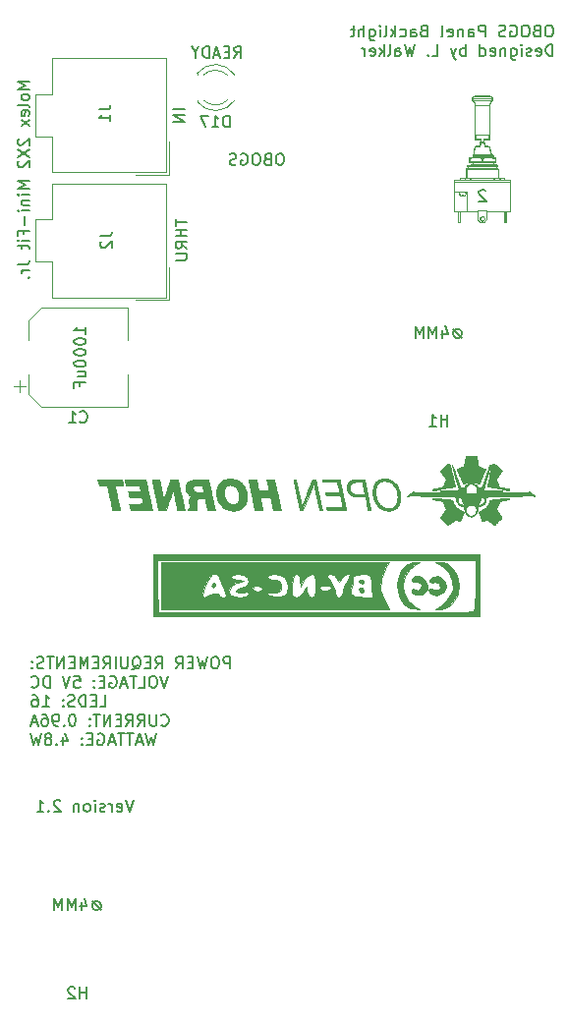
<source format=gbr>
%TF.GenerationSoftware,KiCad,Pcbnew,(5.1.10)-1*%
%TF.CreationDate,2021-11-16T16:25:11+11:00*%
%TF.ProjectId,OBOGS Panel PCB V2,4f424f47-5320-4506-916e-656c20504342,rev?*%
%TF.SameCoordinates,Original*%
%TF.FileFunction,Legend,Bot*%
%TF.FilePolarity,Positive*%
%FSLAX46Y46*%
G04 Gerber Fmt 4.6, Leading zero omitted, Abs format (unit mm)*
G04 Created by KiCad (PCBNEW (5.1.10)-1) date 2021-11-16 16:25:11*
%MOMM*%
%LPD*%
G01*
G04 APERTURE LIST*
%ADD10C,0.150000*%
%ADD11C,0.120000*%
%ADD12C,0.010000*%
%ADD13C,0.100000*%
G04 APERTURE END LIST*
D10*
X169798476Y-110577380D02*
X169465142Y-111577380D01*
X169131809Y-110577380D01*
X168417523Y-111529761D02*
X168512761Y-111577380D01*
X168703238Y-111577380D01*
X168798476Y-111529761D01*
X168846095Y-111434523D01*
X168846095Y-111053571D01*
X168798476Y-110958333D01*
X168703238Y-110910714D01*
X168512761Y-110910714D01*
X168417523Y-110958333D01*
X168369904Y-111053571D01*
X168369904Y-111148809D01*
X168846095Y-111244047D01*
X167941333Y-111577380D02*
X167941333Y-110910714D01*
X167941333Y-111101190D02*
X167893714Y-111005952D01*
X167846095Y-110958333D01*
X167750857Y-110910714D01*
X167655619Y-110910714D01*
X167369904Y-111529761D02*
X167274666Y-111577380D01*
X167084190Y-111577380D01*
X166988952Y-111529761D01*
X166941333Y-111434523D01*
X166941333Y-111386904D01*
X166988952Y-111291666D01*
X167084190Y-111244047D01*
X167227047Y-111244047D01*
X167322285Y-111196428D01*
X167369904Y-111101190D01*
X167369904Y-111053571D01*
X167322285Y-110958333D01*
X167227047Y-110910714D01*
X167084190Y-110910714D01*
X166988952Y-110958333D01*
X166512761Y-111577380D02*
X166512761Y-110910714D01*
X166512761Y-110577380D02*
X166560380Y-110625000D01*
X166512761Y-110672619D01*
X166465142Y-110625000D01*
X166512761Y-110577380D01*
X166512761Y-110672619D01*
X165893714Y-111577380D02*
X165988952Y-111529761D01*
X166036571Y-111482142D01*
X166084190Y-111386904D01*
X166084190Y-111101190D01*
X166036571Y-111005952D01*
X165988952Y-110958333D01*
X165893714Y-110910714D01*
X165750857Y-110910714D01*
X165655619Y-110958333D01*
X165608000Y-111005952D01*
X165560380Y-111101190D01*
X165560380Y-111386904D01*
X165608000Y-111482142D01*
X165655619Y-111529761D01*
X165750857Y-111577380D01*
X165893714Y-111577380D01*
X165131809Y-110910714D02*
X165131809Y-111577380D01*
X165131809Y-111005952D02*
X165084190Y-110958333D01*
X164988952Y-110910714D01*
X164846095Y-110910714D01*
X164750857Y-110958333D01*
X164703238Y-111053571D01*
X164703238Y-111577380D01*
X163512761Y-110672619D02*
X163465142Y-110625000D01*
X163369904Y-110577380D01*
X163131809Y-110577380D01*
X163036571Y-110625000D01*
X162988952Y-110672619D01*
X162941333Y-110767857D01*
X162941333Y-110863095D01*
X162988952Y-111005952D01*
X163560380Y-111577380D01*
X162941333Y-111577380D01*
X162512761Y-111482142D02*
X162465142Y-111529761D01*
X162512761Y-111577380D01*
X162560380Y-111529761D01*
X162512761Y-111482142D01*
X162512761Y-111577380D01*
X161512761Y-111577380D02*
X162084190Y-111577380D01*
X161798476Y-111577380D02*
X161798476Y-110577380D01*
X161893714Y-110720238D01*
X161988952Y-110815476D01*
X162084190Y-110863095D01*
X182536838Y-54875180D02*
X182346361Y-54875180D01*
X182251123Y-54922800D01*
X182155885Y-55018038D01*
X182108266Y-55208514D01*
X182108266Y-55541847D01*
X182155885Y-55732323D01*
X182251123Y-55827561D01*
X182346361Y-55875180D01*
X182536838Y-55875180D01*
X182632076Y-55827561D01*
X182727314Y-55732323D01*
X182774933Y-55541847D01*
X182774933Y-55208514D01*
X182727314Y-55018038D01*
X182632076Y-54922800D01*
X182536838Y-54875180D01*
X181346361Y-55351371D02*
X181203504Y-55398990D01*
X181155885Y-55446609D01*
X181108266Y-55541847D01*
X181108266Y-55684704D01*
X181155885Y-55779942D01*
X181203504Y-55827561D01*
X181298742Y-55875180D01*
X181679695Y-55875180D01*
X181679695Y-54875180D01*
X181346361Y-54875180D01*
X181251123Y-54922800D01*
X181203504Y-54970419D01*
X181155885Y-55065657D01*
X181155885Y-55160895D01*
X181203504Y-55256133D01*
X181251123Y-55303752D01*
X181346361Y-55351371D01*
X181679695Y-55351371D01*
X180489219Y-54875180D02*
X180298742Y-54875180D01*
X180203504Y-54922800D01*
X180108266Y-55018038D01*
X180060647Y-55208514D01*
X180060647Y-55541847D01*
X180108266Y-55732323D01*
X180203504Y-55827561D01*
X180298742Y-55875180D01*
X180489219Y-55875180D01*
X180584457Y-55827561D01*
X180679695Y-55732323D01*
X180727314Y-55541847D01*
X180727314Y-55208514D01*
X180679695Y-55018038D01*
X180584457Y-54922800D01*
X180489219Y-54875180D01*
X179108266Y-54922800D02*
X179203504Y-54875180D01*
X179346361Y-54875180D01*
X179489219Y-54922800D01*
X179584457Y-55018038D01*
X179632076Y-55113276D01*
X179679695Y-55303752D01*
X179679695Y-55446609D01*
X179632076Y-55637085D01*
X179584457Y-55732323D01*
X179489219Y-55827561D01*
X179346361Y-55875180D01*
X179251123Y-55875180D01*
X179108266Y-55827561D01*
X179060647Y-55779942D01*
X179060647Y-55446609D01*
X179251123Y-55446609D01*
X178679695Y-55827561D02*
X178536838Y-55875180D01*
X178298742Y-55875180D01*
X178203504Y-55827561D01*
X178155885Y-55779942D01*
X178108266Y-55684704D01*
X178108266Y-55589466D01*
X178155885Y-55494228D01*
X178203504Y-55446609D01*
X178298742Y-55398990D01*
X178489219Y-55351371D01*
X178584457Y-55303752D01*
X178632076Y-55256133D01*
X178679695Y-55160895D01*
X178679695Y-55065657D01*
X178632076Y-54970419D01*
X178584457Y-54922800D01*
X178489219Y-54875180D01*
X178251123Y-54875180D01*
X178108266Y-54922800D01*
X173439840Y-60543986D02*
X173439840Y-61115415D01*
X174439840Y-60829700D02*
X173439840Y-60829700D01*
X174439840Y-61448748D02*
X173439840Y-61448748D01*
X173916031Y-61448748D02*
X173916031Y-62020177D01*
X174439840Y-62020177D02*
X173439840Y-62020177D01*
X174439840Y-63067796D02*
X173963650Y-62734462D01*
X174439840Y-62496367D02*
X173439840Y-62496367D01*
X173439840Y-62877320D01*
X173487460Y-62972558D01*
X173535079Y-63020177D01*
X173630317Y-63067796D01*
X173773174Y-63067796D01*
X173868412Y-63020177D01*
X173916031Y-62972558D01*
X173963650Y-62877320D01*
X173963650Y-62496367D01*
X173439840Y-63496367D02*
X174249364Y-63496367D01*
X174344602Y-63543986D01*
X174392221Y-63591605D01*
X174439840Y-63686843D01*
X174439840Y-63877320D01*
X174392221Y-63972558D01*
X174344602Y-64020177D01*
X174249364Y-64067796D01*
X173439840Y-64067796D01*
X174236640Y-51091530D02*
X173236640Y-51091530D01*
X174236640Y-51567720D02*
X173236640Y-51567720D01*
X174236640Y-52139149D01*
X173236640Y-52139149D01*
X160843220Y-48664599D02*
X159843220Y-48664599D01*
X160557506Y-48997932D01*
X159843220Y-49331265D01*
X160843220Y-49331265D01*
X160843220Y-49950313D02*
X160795601Y-49855075D01*
X160747982Y-49807456D01*
X160652744Y-49759837D01*
X160367030Y-49759837D01*
X160271792Y-49807456D01*
X160224173Y-49855075D01*
X160176554Y-49950313D01*
X160176554Y-50093170D01*
X160224173Y-50188408D01*
X160271792Y-50236027D01*
X160367030Y-50283646D01*
X160652744Y-50283646D01*
X160747982Y-50236027D01*
X160795601Y-50188408D01*
X160843220Y-50093170D01*
X160843220Y-49950313D01*
X160843220Y-50855075D02*
X160795601Y-50759837D01*
X160700363Y-50712218D01*
X159843220Y-50712218D01*
X160795601Y-51616980D02*
X160843220Y-51521741D01*
X160843220Y-51331265D01*
X160795601Y-51236027D01*
X160700363Y-51188408D01*
X160319411Y-51188408D01*
X160224173Y-51236027D01*
X160176554Y-51331265D01*
X160176554Y-51521741D01*
X160224173Y-51616980D01*
X160319411Y-51664599D01*
X160414649Y-51664599D01*
X160509887Y-51188408D01*
X160843220Y-51997932D02*
X160176554Y-52521741D01*
X160176554Y-51997932D02*
X160843220Y-52521741D01*
X159938459Y-53616979D02*
X159890840Y-53664599D01*
X159843220Y-53759837D01*
X159843220Y-53997932D01*
X159890840Y-54093170D01*
X159938459Y-54140789D01*
X160033697Y-54188408D01*
X160128935Y-54188408D01*
X160271792Y-54140789D01*
X160843220Y-53569360D01*
X160843220Y-54188408D01*
X159843220Y-54521741D02*
X160843220Y-55188408D01*
X159843220Y-55188408D02*
X160843220Y-54521741D01*
X159938459Y-55521741D02*
X159890840Y-55569360D01*
X159843220Y-55664599D01*
X159843220Y-55902694D01*
X159890840Y-55997932D01*
X159938459Y-56045551D01*
X160033697Y-56093170D01*
X160128935Y-56093170D01*
X160271792Y-56045551D01*
X160843220Y-55474122D01*
X160843220Y-56093170D01*
X160843220Y-57283646D02*
X159843220Y-57283646D01*
X160557506Y-57616979D01*
X159843220Y-57950313D01*
X160843220Y-57950313D01*
X160843220Y-58426503D02*
X160176554Y-58426503D01*
X159843220Y-58426503D02*
X159890840Y-58378884D01*
X159938459Y-58426503D01*
X159890840Y-58474122D01*
X159843220Y-58426503D01*
X159938459Y-58426503D01*
X160176554Y-58902694D02*
X160843220Y-58902694D01*
X160271792Y-58902694D02*
X160224173Y-58950313D01*
X160176554Y-59045551D01*
X160176554Y-59188408D01*
X160224173Y-59283646D01*
X160319411Y-59331265D01*
X160843220Y-59331265D01*
X160843220Y-59807456D02*
X160176554Y-59807456D01*
X159843220Y-59807456D02*
X159890840Y-59759837D01*
X159938459Y-59807456D01*
X159890840Y-59855075D01*
X159843220Y-59807456D01*
X159938459Y-59807456D01*
X160462268Y-60283646D02*
X160462268Y-61045551D01*
X160319411Y-61855075D02*
X160319411Y-61521741D01*
X160843220Y-61521741D02*
X159843220Y-61521741D01*
X159843220Y-61997932D01*
X160843220Y-62378884D02*
X160176554Y-62378884D01*
X159843220Y-62378884D02*
X159890840Y-62331265D01*
X159938459Y-62378884D01*
X159890840Y-62426503D01*
X159843220Y-62378884D01*
X159938459Y-62378884D01*
X160176554Y-62712218D02*
X160176554Y-63093170D01*
X159843220Y-62855075D02*
X160700363Y-62855075D01*
X160795601Y-62902694D01*
X160843220Y-62997932D01*
X160843220Y-63093170D01*
X159843220Y-64474122D02*
X160557506Y-64474122D01*
X160700363Y-64426503D01*
X160795601Y-64331265D01*
X160843220Y-64188408D01*
X160843220Y-64093170D01*
X160843220Y-64950313D02*
X160176554Y-64950313D01*
X160367030Y-64950313D02*
X160271792Y-64997932D01*
X160224173Y-65045551D01*
X160176554Y-65140789D01*
X160176554Y-65236027D01*
X160747982Y-65569360D02*
X160795601Y-65616979D01*
X160843220Y-65569360D01*
X160795601Y-65521741D01*
X160747982Y-65569360D01*
X160843220Y-65569360D01*
X178515140Y-46654980D02*
X178848473Y-46178790D01*
X179086568Y-46654980D02*
X179086568Y-45654980D01*
X178705616Y-45654980D01*
X178610378Y-45702600D01*
X178562759Y-45750219D01*
X178515140Y-45845457D01*
X178515140Y-45988314D01*
X178562759Y-46083552D01*
X178610378Y-46131171D01*
X178705616Y-46178790D01*
X179086568Y-46178790D01*
X178086568Y-46131171D02*
X177753235Y-46131171D01*
X177610378Y-46654980D02*
X178086568Y-46654980D01*
X178086568Y-45654980D01*
X177610378Y-45654980D01*
X177229425Y-46369266D02*
X176753235Y-46369266D01*
X177324663Y-46654980D02*
X176991330Y-45654980D01*
X176657997Y-46654980D01*
X176324663Y-46654980D02*
X176324663Y-45654980D01*
X176086568Y-45654980D01*
X175943711Y-45702600D01*
X175848473Y-45797838D01*
X175800854Y-45893076D01*
X175753235Y-46083552D01*
X175753235Y-46226409D01*
X175800854Y-46416885D01*
X175848473Y-46512123D01*
X175943711Y-46607361D01*
X176086568Y-46654980D01*
X176324663Y-46654980D01*
X175134187Y-46178790D02*
X175134187Y-46654980D01*
X175467520Y-45654980D02*
X175134187Y-46178790D01*
X174800854Y-45654980D01*
X165712400Y-70409370D02*
X165712400Y-69837941D01*
X165712400Y-70123656D02*
X164712400Y-70123656D01*
X164855258Y-70028418D01*
X164950496Y-69933180D01*
X164998115Y-69837941D01*
X164712400Y-71028418D02*
X164712400Y-71123656D01*
X164760020Y-71218894D01*
X164807639Y-71266513D01*
X164902877Y-71314132D01*
X165093353Y-71361751D01*
X165331448Y-71361751D01*
X165521924Y-71314132D01*
X165617162Y-71266513D01*
X165664781Y-71218894D01*
X165712400Y-71123656D01*
X165712400Y-71028418D01*
X165664781Y-70933180D01*
X165617162Y-70885560D01*
X165521924Y-70837941D01*
X165331448Y-70790322D01*
X165093353Y-70790322D01*
X164902877Y-70837941D01*
X164807639Y-70885560D01*
X164760020Y-70933180D01*
X164712400Y-71028418D01*
X164712400Y-71980799D02*
X164712400Y-72076037D01*
X164760020Y-72171275D01*
X164807639Y-72218894D01*
X164902877Y-72266513D01*
X165093353Y-72314132D01*
X165331448Y-72314132D01*
X165521924Y-72266513D01*
X165617162Y-72218894D01*
X165664781Y-72171275D01*
X165712400Y-72076037D01*
X165712400Y-71980799D01*
X165664781Y-71885560D01*
X165617162Y-71837941D01*
X165521924Y-71790322D01*
X165331448Y-71742703D01*
X165093353Y-71742703D01*
X164902877Y-71790322D01*
X164807639Y-71837941D01*
X164760020Y-71885560D01*
X164712400Y-71980799D01*
X164712400Y-72933180D02*
X164712400Y-73028418D01*
X164760020Y-73123656D01*
X164807639Y-73171275D01*
X164902877Y-73218894D01*
X165093353Y-73266513D01*
X165331448Y-73266513D01*
X165521924Y-73218894D01*
X165617162Y-73171275D01*
X165664781Y-73123656D01*
X165712400Y-73028418D01*
X165712400Y-72933180D01*
X165664781Y-72837941D01*
X165617162Y-72790322D01*
X165521924Y-72742703D01*
X165331448Y-72695084D01*
X165093353Y-72695084D01*
X164902877Y-72742703D01*
X164807639Y-72790322D01*
X164760020Y-72837941D01*
X164712400Y-72933180D01*
X165045734Y-74123656D02*
X165712400Y-74123656D01*
X165045734Y-73695084D02*
X165569543Y-73695084D01*
X165664781Y-73742703D01*
X165712400Y-73837941D01*
X165712400Y-73980799D01*
X165664781Y-74076037D01*
X165617162Y-74123656D01*
X165188591Y-74933180D02*
X165188591Y-74599846D01*
X165712400Y-74599846D02*
X164712400Y-74599846D01*
X164712400Y-75076037D01*
X178133214Y-99252380D02*
X178133214Y-98252380D01*
X177752261Y-98252380D01*
X177657023Y-98300000D01*
X177609404Y-98347619D01*
X177561785Y-98442857D01*
X177561785Y-98585714D01*
X177609404Y-98680952D01*
X177657023Y-98728571D01*
X177752261Y-98776190D01*
X178133214Y-98776190D01*
X176942738Y-98252380D02*
X176752261Y-98252380D01*
X176657023Y-98300000D01*
X176561785Y-98395238D01*
X176514166Y-98585714D01*
X176514166Y-98919047D01*
X176561785Y-99109523D01*
X176657023Y-99204761D01*
X176752261Y-99252380D01*
X176942738Y-99252380D01*
X177037976Y-99204761D01*
X177133214Y-99109523D01*
X177180833Y-98919047D01*
X177180833Y-98585714D01*
X177133214Y-98395238D01*
X177037976Y-98300000D01*
X176942738Y-98252380D01*
X176180833Y-98252380D02*
X175942738Y-99252380D01*
X175752261Y-98538095D01*
X175561785Y-99252380D01*
X175323690Y-98252380D01*
X174942738Y-98728571D02*
X174609404Y-98728571D01*
X174466547Y-99252380D02*
X174942738Y-99252380D01*
X174942738Y-98252380D01*
X174466547Y-98252380D01*
X173466547Y-99252380D02*
X173799880Y-98776190D01*
X174037976Y-99252380D02*
X174037976Y-98252380D01*
X173657023Y-98252380D01*
X173561785Y-98300000D01*
X173514166Y-98347619D01*
X173466547Y-98442857D01*
X173466547Y-98585714D01*
X173514166Y-98680952D01*
X173561785Y-98728571D01*
X173657023Y-98776190D01*
X174037976Y-98776190D01*
X171704642Y-99252380D02*
X172037976Y-98776190D01*
X172276071Y-99252380D02*
X172276071Y-98252380D01*
X171895119Y-98252380D01*
X171799880Y-98300000D01*
X171752261Y-98347619D01*
X171704642Y-98442857D01*
X171704642Y-98585714D01*
X171752261Y-98680952D01*
X171799880Y-98728571D01*
X171895119Y-98776190D01*
X172276071Y-98776190D01*
X171276071Y-98728571D02*
X170942738Y-98728571D01*
X170799880Y-99252380D02*
X171276071Y-99252380D01*
X171276071Y-98252380D01*
X170799880Y-98252380D01*
X169704642Y-99347619D02*
X169799880Y-99300000D01*
X169895119Y-99204761D01*
X170037976Y-99061904D01*
X170133214Y-99014285D01*
X170228452Y-99014285D01*
X170180833Y-99252380D02*
X170276071Y-99204761D01*
X170371309Y-99109523D01*
X170418928Y-98919047D01*
X170418928Y-98585714D01*
X170371309Y-98395238D01*
X170276071Y-98300000D01*
X170180833Y-98252380D01*
X169990357Y-98252380D01*
X169895119Y-98300000D01*
X169799880Y-98395238D01*
X169752261Y-98585714D01*
X169752261Y-98919047D01*
X169799880Y-99109523D01*
X169895119Y-99204761D01*
X169990357Y-99252380D01*
X170180833Y-99252380D01*
X169323690Y-98252380D02*
X169323690Y-99061904D01*
X169276071Y-99157142D01*
X169228452Y-99204761D01*
X169133214Y-99252380D01*
X168942738Y-99252380D01*
X168847500Y-99204761D01*
X168799880Y-99157142D01*
X168752261Y-99061904D01*
X168752261Y-98252380D01*
X168276071Y-99252380D02*
X168276071Y-98252380D01*
X167228452Y-99252380D02*
X167561785Y-98776190D01*
X167799880Y-99252380D02*
X167799880Y-98252380D01*
X167418928Y-98252380D01*
X167323690Y-98300000D01*
X167276071Y-98347619D01*
X167228452Y-98442857D01*
X167228452Y-98585714D01*
X167276071Y-98680952D01*
X167323690Y-98728571D01*
X167418928Y-98776190D01*
X167799880Y-98776190D01*
X166799880Y-98728571D02*
X166466547Y-98728571D01*
X166323690Y-99252380D02*
X166799880Y-99252380D01*
X166799880Y-98252380D01*
X166323690Y-98252380D01*
X165895119Y-99252380D02*
X165895119Y-98252380D01*
X165561785Y-98966666D01*
X165228452Y-98252380D01*
X165228452Y-99252380D01*
X164752261Y-98728571D02*
X164418928Y-98728571D01*
X164276071Y-99252380D02*
X164752261Y-99252380D01*
X164752261Y-98252380D01*
X164276071Y-98252380D01*
X163847500Y-99252380D02*
X163847500Y-98252380D01*
X163276071Y-99252380D01*
X163276071Y-98252380D01*
X162942738Y-98252380D02*
X162371309Y-98252380D01*
X162657023Y-99252380D02*
X162657023Y-98252380D01*
X162085595Y-99204761D02*
X161942738Y-99252380D01*
X161704642Y-99252380D01*
X161609404Y-99204761D01*
X161561785Y-99157142D01*
X161514166Y-99061904D01*
X161514166Y-98966666D01*
X161561785Y-98871428D01*
X161609404Y-98823809D01*
X161704642Y-98776190D01*
X161895119Y-98728571D01*
X161990357Y-98680952D01*
X162037976Y-98633333D01*
X162085595Y-98538095D01*
X162085595Y-98442857D01*
X162037976Y-98347619D01*
X161990357Y-98300000D01*
X161895119Y-98252380D01*
X161657023Y-98252380D01*
X161514166Y-98300000D01*
X161085595Y-99157142D02*
X161037976Y-99204761D01*
X161085595Y-99252380D01*
X161133214Y-99204761D01*
X161085595Y-99157142D01*
X161085595Y-99252380D01*
X161085595Y-98633333D02*
X161037976Y-98680952D01*
X161085595Y-98728571D01*
X161133214Y-98680952D01*
X161085595Y-98633333D01*
X161085595Y-98728571D01*
X172799880Y-99902380D02*
X172466547Y-100902380D01*
X172133214Y-99902380D01*
X171609404Y-99902380D02*
X171418928Y-99902380D01*
X171323690Y-99950000D01*
X171228452Y-100045238D01*
X171180833Y-100235714D01*
X171180833Y-100569047D01*
X171228452Y-100759523D01*
X171323690Y-100854761D01*
X171418928Y-100902380D01*
X171609404Y-100902380D01*
X171704642Y-100854761D01*
X171799880Y-100759523D01*
X171847500Y-100569047D01*
X171847500Y-100235714D01*
X171799880Y-100045238D01*
X171704642Y-99950000D01*
X171609404Y-99902380D01*
X170276071Y-100902380D02*
X170752261Y-100902380D01*
X170752261Y-99902380D01*
X170085595Y-99902380D02*
X169514166Y-99902380D01*
X169799880Y-100902380D02*
X169799880Y-99902380D01*
X169228452Y-100616666D02*
X168752261Y-100616666D01*
X169323690Y-100902380D02*
X168990357Y-99902380D01*
X168657023Y-100902380D01*
X167799880Y-99950000D02*
X167895119Y-99902380D01*
X168037976Y-99902380D01*
X168180833Y-99950000D01*
X168276071Y-100045238D01*
X168323690Y-100140476D01*
X168371309Y-100330952D01*
X168371309Y-100473809D01*
X168323690Y-100664285D01*
X168276071Y-100759523D01*
X168180833Y-100854761D01*
X168037976Y-100902380D01*
X167942738Y-100902380D01*
X167799880Y-100854761D01*
X167752261Y-100807142D01*
X167752261Y-100473809D01*
X167942738Y-100473809D01*
X167323690Y-100378571D02*
X166990357Y-100378571D01*
X166847500Y-100902380D02*
X167323690Y-100902380D01*
X167323690Y-99902380D01*
X166847500Y-99902380D01*
X166418928Y-100807142D02*
X166371309Y-100854761D01*
X166418928Y-100902380D01*
X166466547Y-100854761D01*
X166418928Y-100807142D01*
X166418928Y-100902380D01*
X166418928Y-100283333D02*
X166371309Y-100330952D01*
X166418928Y-100378571D01*
X166466547Y-100330952D01*
X166418928Y-100283333D01*
X166418928Y-100378571D01*
X164704642Y-99902380D02*
X165180833Y-99902380D01*
X165228452Y-100378571D01*
X165180833Y-100330952D01*
X165085595Y-100283333D01*
X164847500Y-100283333D01*
X164752261Y-100330952D01*
X164704642Y-100378571D01*
X164657023Y-100473809D01*
X164657023Y-100711904D01*
X164704642Y-100807142D01*
X164752261Y-100854761D01*
X164847500Y-100902380D01*
X165085595Y-100902380D01*
X165180833Y-100854761D01*
X165228452Y-100807142D01*
X164371309Y-99902380D02*
X164037976Y-100902380D01*
X163704642Y-99902380D01*
X162609404Y-100902380D02*
X162609404Y-99902380D01*
X162371309Y-99902380D01*
X162228452Y-99950000D01*
X162133214Y-100045238D01*
X162085595Y-100140476D01*
X162037976Y-100330952D01*
X162037976Y-100473809D01*
X162085595Y-100664285D01*
X162133214Y-100759523D01*
X162228452Y-100854761D01*
X162371309Y-100902380D01*
X162609404Y-100902380D01*
X161037976Y-100807142D02*
X161085595Y-100854761D01*
X161228452Y-100902380D01*
X161323690Y-100902380D01*
X161466547Y-100854761D01*
X161561785Y-100759523D01*
X161609404Y-100664285D01*
X161657023Y-100473809D01*
X161657023Y-100330952D01*
X161609404Y-100140476D01*
X161561785Y-100045238D01*
X161466547Y-99950000D01*
X161323690Y-99902380D01*
X161228452Y-99902380D01*
X161085595Y-99950000D01*
X161037976Y-99997619D01*
X166942738Y-102552380D02*
X167418928Y-102552380D01*
X167418928Y-101552380D01*
X166609404Y-102028571D02*
X166276071Y-102028571D01*
X166133214Y-102552380D02*
X166609404Y-102552380D01*
X166609404Y-101552380D01*
X166133214Y-101552380D01*
X165704642Y-102552380D02*
X165704642Y-101552380D01*
X165466547Y-101552380D01*
X165323690Y-101600000D01*
X165228452Y-101695238D01*
X165180833Y-101790476D01*
X165133214Y-101980952D01*
X165133214Y-102123809D01*
X165180833Y-102314285D01*
X165228452Y-102409523D01*
X165323690Y-102504761D01*
X165466547Y-102552380D01*
X165704642Y-102552380D01*
X164752261Y-102504761D02*
X164609404Y-102552380D01*
X164371309Y-102552380D01*
X164276071Y-102504761D01*
X164228452Y-102457142D01*
X164180833Y-102361904D01*
X164180833Y-102266666D01*
X164228452Y-102171428D01*
X164276071Y-102123809D01*
X164371309Y-102076190D01*
X164561785Y-102028571D01*
X164657023Y-101980952D01*
X164704642Y-101933333D01*
X164752261Y-101838095D01*
X164752261Y-101742857D01*
X164704642Y-101647619D01*
X164657023Y-101600000D01*
X164561785Y-101552380D01*
X164323690Y-101552380D01*
X164180833Y-101600000D01*
X163752261Y-102457142D02*
X163704642Y-102504761D01*
X163752261Y-102552380D01*
X163799880Y-102504761D01*
X163752261Y-102457142D01*
X163752261Y-102552380D01*
X163752261Y-101933333D02*
X163704642Y-101980952D01*
X163752261Y-102028571D01*
X163799880Y-101980952D01*
X163752261Y-101933333D01*
X163752261Y-102028571D01*
X161990357Y-102552380D02*
X162561785Y-102552380D01*
X162276071Y-102552380D02*
X162276071Y-101552380D01*
X162371309Y-101695238D01*
X162466547Y-101790476D01*
X162561785Y-101838095D01*
X161133214Y-101552380D02*
X161323690Y-101552380D01*
X161418928Y-101600000D01*
X161466547Y-101647619D01*
X161561785Y-101790476D01*
X161609404Y-101980952D01*
X161609404Y-102361904D01*
X161561785Y-102457142D01*
X161514166Y-102504761D01*
X161418928Y-102552380D01*
X161228452Y-102552380D01*
X161133214Y-102504761D01*
X161085595Y-102457142D01*
X161037976Y-102361904D01*
X161037976Y-102123809D01*
X161085595Y-102028571D01*
X161133214Y-101980952D01*
X161228452Y-101933333D01*
X161418928Y-101933333D01*
X161514166Y-101980952D01*
X161561785Y-102028571D01*
X161609404Y-102123809D01*
X172228452Y-104107142D02*
X172276071Y-104154761D01*
X172418928Y-104202380D01*
X172514166Y-104202380D01*
X172657023Y-104154761D01*
X172752261Y-104059523D01*
X172799880Y-103964285D01*
X172847500Y-103773809D01*
X172847500Y-103630952D01*
X172799880Y-103440476D01*
X172752261Y-103345238D01*
X172657023Y-103250000D01*
X172514166Y-103202380D01*
X172418928Y-103202380D01*
X172276071Y-103250000D01*
X172228452Y-103297619D01*
X171799880Y-103202380D02*
X171799880Y-104011904D01*
X171752261Y-104107142D01*
X171704642Y-104154761D01*
X171609404Y-104202380D01*
X171418928Y-104202380D01*
X171323690Y-104154761D01*
X171276071Y-104107142D01*
X171228452Y-104011904D01*
X171228452Y-103202380D01*
X170180833Y-104202380D02*
X170514166Y-103726190D01*
X170752261Y-104202380D02*
X170752261Y-103202380D01*
X170371309Y-103202380D01*
X170276071Y-103250000D01*
X170228452Y-103297619D01*
X170180833Y-103392857D01*
X170180833Y-103535714D01*
X170228452Y-103630952D01*
X170276071Y-103678571D01*
X170371309Y-103726190D01*
X170752261Y-103726190D01*
X169180833Y-104202380D02*
X169514166Y-103726190D01*
X169752261Y-104202380D02*
X169752261Y-103202380D01*
X169371309Y-103202380D01*
X169276071Y-103250000D01*
X169228452Y-103297619D01*
X169180833Y-103392857D01*
X169180833Y-103535714D01*
X169228452Y-103630952D01*
X169276071Y-103678571D01*
X169371309Y-103726190D01*
X169752261Y-103726190D01*
X168752261Y-103678571D02*
X168418928Y-103678571D01*
X168276071Y-104202380D02*
X168752261Y-104202380D01*
X168752261Y-103202380D01*
X168276071Y-103202380D01*
X167847500Y-104202380D02*
X167847500Y-103202380D01*
X167276071Y-104202380D01*
X167276071Y-103202380D01*
X166942738Y-103202380D02*
X166371309Y-103202380D01*
X166657023Y-104202380D02*
X166657023Y-103202380D01*
X166037976Y-104107142D02*
X165990357Y-104154761D01*
X166037976Y-104202380D01*
X166085595Y-104154761D01*
X166037976Y-104107142D01*
X166037976Y-104202380D01*
X166037976Y-103583333D02*
X165990357Y-103630952D01*
X166037976Y-103678571D01*
X166085595Y-103630952D01*
X166037976Y-103583333D01*
X166037976Y-103678571D01*
X164609404Y-103202380D02*
X164514166Y-103202380D01*
X164418928Y-103250000D01*
X164371309Y-103297619D01*
X164323690Y-103392857D01*
X164276071Y-103583333D01*
X164276071Y-103821428D01*
X164323690Y-104011904D01*
X164371309Y-104107142D01*
X164418928Y-104154761D01*
X164514166Y-104202380D01*
X164609404Y-104202380D01*
X164704642Y-104154761D01*
X164752261Y-104107142D01*
X164799880Y-104011904D01*
X164847500Y-103821428D01*
X164847500Y-103583333D01*
X164799880Y-103392857D01*
X164752261Y-103297619D01*
X164704642Y-103250000D01*
X164609404Y-103202380D01*
X163847500Y-104107142D02*
X163799880Y-104154761D01*
X163847500Y-104202380D01*
X163895119Y-104154761D01*
X163847500Y-104107142D01*
X163847500Y-104202380D01*
X163323690Y-104202380D02*
X163133214Y-104202380D01*
X163037976Y-104154761D01*
X162990357Y-104107142D01*
X162895119Y-103964285D01*
X162847500Y-103773809D01*
X162847500Y-103392857D01*
X162895119Y-103297619D01*
X162942738Y-103250000D01*
X163037976Y-103202380D01*
X163228452Y-103202380D01*
X163323690Y-103250000D01*
X163371309Y-103297619D01*
X163418928Y-103392857D01*
X163418928Y-103630952D01*
X163371309Y-103726190D01*
X163323690Y-103773809D01*
X163228452Y-103821428D01*
X163037976Y-103821428D01*
X162942738Y-103773809D01*
X162895119Y-103726190D01*
X162847500Y-103630952D01*
X161990357Y-103202380D02*
X162180833Y-103202380D01*
X162276071Y-103250000D01*
X162323690Y-103297619D01*
X162418928Y-103440476D01*
X162466547Y-103630952D01*
X162466547Y-104011904D01*
X162418928Y-104107142D01*
X162371309Y-104154761D01*
X162276071Y-104202380D01*
X162085595Y-104202380D01*
X161990357Y-104154761D01*
X161942738Y-104107142D01*
X161895119Y-104011904D01*
X161895119Y-103773809D01*
X161942738Y-103678571D01*
X161990357Y-103630952D01*
X162085595Y-103583333D01*
X162276071Y-103583333D01*
X162371309Y-103630952D01*
X162418928Y-103678571D01*
X162466547Y-103773809D01*
X161514166Y-103916666D02*
X161037976Y-103916666D01*
X161609404Y-104202380D02*
X161276071Y-103202380D01*
X160942738Y-104202380D01*
X171752261Y-104852380D02*
X171514166Y-105852380D01*
X171323690Y-105138095D01*
X171133214Y-105852380D01*
X170895119Y-104852380D01*
X170561785Y-105566666D02*
X170085595Y-105566666D01*
X170657023Y-105852380D02*
X170323690Y-104852380D01*
X169990357Y-105852380D01*
X169799880Y-104852380D02*
X169228452Y-104852380D01*
X169514166Y-105852380D02*
X169514166Y-104852380D01*
X169037976Y-104852380D02*
X168466547Y-104852380D01*
X168752261Y-105852380D02*
X168752261Y-104852380D01*
X168180833Y-105566666D02*
X167704642Y-105566666D01*
X168276071Y-105852380D02*
X167942738Y-104852380D01*
X167609404Y-105852380D01*
X166752261Y-104900000D02*
X166847500Y-104852380D01*
X166990357Y-104852380D01*
X167133214Y-104900000D01*
X167228452Y-104995238D01*
X167276071Y-105090476D01*
X167323690Y-105280952D01*
X167323690Y-105423809D01*
X167276071Y-105614285D01*
X167228452Y-105709523D01*
X167133214Y-105804761D01*
X166990357Y-105852380D01*
X166895119Y-105852380D01*
X166752261Y-105804761D01*
X166704642Y-105757142D01*
X166704642Y-105423809D01*
X166895119Y-105423809D01*
X166276071Y-105328571D02*
X165942738Y-105328571D01*
X165799880Y-105852380D02*
X166276071Y-105852380D01*
X166276071Y-104852380D01*
X165799880Y-104852380D01*
X165371309Y-105757142D02*
X165323690Y-105804761D01*
X165371309Y-105852380D01*
X165418928Y-105804761D01*
X165371309Y-105757142D01*
X165371309Y-105852380D01*
X165371309Y-105233333D02*
X165323690Y-105280952D01*
X165371309Y-105328571D01*
X165418928Y-105280952D01*
X165371309Y-105233333D01*
X165371309Y-105328571D01*
X163704642Y-105185714D02*
X163704642Y-105852380D01*
X163942738Y-104804761D02*
X164180833Y-105519047D01*
X163561785Y-105519047D01*
X163180833Y-105757142D02*
X163133214Y-105804761D01*
X163180833Y-105852380D01*
X163228452Y-105804761D01*
X163180833Y-105757142D01*
X163180833Y-105852380D01*
X162561785Y-105280952D02*
X162657023Y-105233333D01*
X162704642Y-105185714D01*
X162752261Y-105090476D01*
X162752261Y-105042857D01*
X162704642Y-104947619D01*
X162657023Y-104900000D01*
X162561785Y-104852380D01*
X162371309Y-104852380D01*
X162276071Y-104900000D01*
X162228452Y-104947619D01*
X162180833Y-105042857D01*
X162180833Y-105090476D01*
X162228452Y-105185714D01*
X162276071Y-105233333D01*
X162371309Y-105280952D01*
X162561785Y-105280952D01*
X162657023Y-105328571D01*
X162704642Y-105376190D01*
X162752261Y-105471428D01*
X162752261Y-105661904D01*
X162704642Y-105757142D01*
X162657023Y-105804761D01*
X162561785Y-105852380D01*
X162371309Y-105852380D01*
X162276071Y-105804761D01*
X162228452Y-105757142D01*
X162180833Y-105661904D01*
X162180833Y-105471428D01*
X162228452Y-105376190D01*
X162276071Y-105328571D01*
X162371309Y-105280952D01*
X161847500Y-104852380D02*
X161609404Y-105852380D01*
X161418928Y-105138095D01*
X161228452Y-105852380D01*
X160990357Y-104852380D01*
X205727008Y-43831760D02*
X205536532Y-43831760D01*
X205441294Y-43879380D01*
X205346056Y-43974618D01*
X205298437Y-44165094D01*
X205298437Y-44498427D01*
X205346056Y-44688903D01*
X205441294Y-44784141D01*
X205536532Y-44831760D01*
X205727008Y-44831760D01*
X205822246Y-44784141D01*
X205917484Y-44688903D01*
X205965103Y-44498427D01*
X205965103Y-44165094D01*
X205917484Y-43974618D01*
X205822246Y-43879380D01*
X205727008Y-43831760D01*
X204536532Y-44307951D02*
X204393675Y-44355570D01*
X204346056Y-44403189D01*
X204298437Y-44498427D01*
X204298437Y-44641284D01*
X204346056Y-44736522D01*
X204393675Y-44784141D01*
X204488913Y-44831760D01*
X204869865Y-44831760D01*
X204869865Y-43831760D01*
X204536532Y-43831760D01*
X204441294Y-43879380D01*
X204393675Y-43926999D01*
X204346056Y-44022237D01*
X204346056Y-44117475D01*
X204393675Y-44212713D01*
X204441294Y-44260332D01*
X204536532Y-44307951D01*
X204869865Y-44307951D01*
X203679389Y-43831760D02*
X203488913Y-43831760D01*
X203393675Y-43879380D01*
X203298437Y-43974618D01*
X203250818Y-44165094D01*
X203250818Y-44498427D01*
X203298437Y-44688903D01*
X203393675Y-44784141D01*
X203488913Y-44831760D01*
X203679389Y-44831760D01*
X203774627Y-44784141D01*
X203869865Y-44688903D01*
X203917484Y-44498427D01*
X203917484Y-44165094D01*
X203869865Y-43974618D01*
X203774627Y-43879380D01*
X203679389Y-43831760D01*
X202298437Y-43879380D02*
X202393675Y-43831760D01*
X202536532Y-43831760D01*
X202679389Y-43879380D01*
X202774627Y-43974618D01*
X202822246Y-44069856D01*
X202869865Y-44260332D01*
X202869865Y-44403189D01*
X202822246Y-44593665D01*
X202774627Y-44688903D01*
X202679389Y-44784141D01*
X202536532Y-44831760D01*
X202441294Y-44831760D01*
X202298437Y-44784141D01*
X202250818Y-44736522D01*
X202250818Y-44403189D01*
X202441294Y-44403189D01*
X201869865Y-44784141D02*
X201727008Y-44831760D01*
X201488913Y-44831760D01*
X201393675Y-44784141D01*
X201346056Y-44736522D01*
X201298437Y-44641284D01*
X201298437Y-44546046D01*
X201346056Y-44450808D01*
X201393675Y-44403189D01*
X201488913Y-44355570D01*
X201679389Y-44307951D01*
X201774627Y-44260332D01*
X201822246Y-44212713D01*
X201869865Y-44117475D01*
X201869865Y-44022237D01*
X201822246Y-43926999D01*
X201774627Y-43879380D01*
X201679389Y-43831760D01*
X201441294Y-43831760D01*
X201298437Y-43879380D01*
X200107960Y-44831760D02*
X200107960Y-43831760D01*
X199727008Y-43831760D01*
X199631770Y-43879380D01*
X199584151Y-43926999D01*
X199536532Y-44022237D01*
X199536532Y-44165094D01*
X199584151Y-44260332D01*
X199631770Y-44307951D01*
X199727008Y-44355570D01*
X200107960Y-44355570D01*
X198679389Y-44831760D02*
X198679389Y-44307951D01*
X198727008Y-44212713D01*
X198822246Y-44165094D01*
X199012722Y-44165094D01*
X199107960Y-44212713D01*
X198679389Y-44784141D02*
X198774627Y-44831760D01*
X199012722Y-44831760D01*
X199107960Y-44784141D01*
X199155580Y-44688903D01*
X199155580Y-44593665D01*
X199107960Y-44498427D01*
X199012722Y-44450808D01*
X198774627Y-44450808D01*
X198679389Y-44403189D01*
X198203199Y-44165094D02*
X198203199Y-44831760D01*
X198203199Y-44260332D02*
X198155580Y-44212713D01*
X198060341Y-44165094D01*
X197917484Y-44165094D01*
X197822246Y-44212713D01*
X197774627Y-44307951D01*
X197774627Y-44831760D01*
X196917484Y-44784141D02*
X197012722Y-44831760D01*
X197203199Y-44831760D01*
X197298437Y-44784141D01*
X197346056Y-44688903D01*
X197346056Y-44307951D01*
X197298437Y-44212713D01*
X197203199Y-44165094D01*
X197012722Y-44165094D01*
X196917484Y-44212713D01*
X196869865Y-44307951D01*
X196869865Y-44403189D01*
X197346056Y-44498427D01*
X196298437Y-44831760D02*
X196393675Y-44784141D01*
X196441294Y-44688903D01*
X196441294Y-43831760D01*
X194822246Y-44307951D02*
X194679389Y-44355570D01*
X194631770Y-44403189D01*
X194584151Y-44498427D01*
X194584151Y-44641284D01*
X194631770Y-44736522D01*
X194679389Y-44784141D01*
X194774627Y-44831760D01*
X195155580Y-44831760D01*
X195155580Y-43831760D01*
X194822246Y-43831760D01*
X194727008Y-43879380D01*
X194679389Y-43926999D01*
X194631770Y-44022237D01*
X194631770Y-44117475D01*
X194679389Y-44212713D01*
X194727008Y-44260332D01*
X194822246Y-44307951D01*
X195155580Y-44307951D01*
X193727008Y-44831760D02*
X193727008Y-44307951D01*
X193774627Y-44212713D01*
X193869865Y-44165094D01*
X194060341Y-44165094D01*
X194155580Y-44212713D01*
X193727008Y-44784141D02*
X193822246Y-44831760D01*
X194060341Y-44831760D01*
X194155580Y-44784141D01*
X194203199Y-44688903D01*
X194203199Y-44593665D01*
X194155580Y-44498427D01*
X194060341Y-44450808D01*
X193822246Y-44450808D01*
X193727008Y-44403189D01*
X192822246Y-44784141D02*
X192917484Y-44831760D01*
X193107960Y-44831760D01*
X193203199Y-44784141D01*
X193250818Y-44736522D01*
X193298437Y-44641284D01*
X193298437Y-44355570D01*
X193250818Y-44260332D01*
X193203199Y-44212713D01*
X193107960Y-44165094D01*
X192917484Y-44165094D01*
X192822246Y-44212713D01*
X192393675Y-44831760D02*
X192393675Y-43831760D01*
X192298437Y-44450808D02*
X192012722Y-44831760D01*
X192012722Y-44165094D02*
X192393675Y-44546046D01*
X191441294Y-44831760D02*
X191536532Y-44784141D01*
X191584151Y-44688903D01*
X191584151Y-43831760D01*
X191060341Y-44831760D02*
X191060341Y-44165094D01*
X191060341Y-43831760D02*
X191107960Y-43879380D01*
X191060341Y-43926999D01*
X191012722Y-43879380D01*
X191060341Y-43831760D01*
X191060341Y-43926999D01*
X190155580Y-44165094D02*
X190155580Y-44974618D01*
X190203199Y-45069856D01*
X190250818Y-45117475D01*
X190346056Y-45165094D01*
X190488913Y-45165094D01*
X190584151Y-45117475D01*
X190155580Y-44784141D02*
X190250818Y-44831760D01*
X190441294Y-44831760D01*
X190536532Y-44784141D01*
X190584151Y-44736522D01*
X190631770Y-44641284D01*
X190631770Y-44355570D01*
X190584151Y-44260332D01*
X190536532Y-44212713D01*
X190441294Y-44165094D01*
X190250818Y-44165094D01*
X190155580Y-44212713D01*
X189679389Y-44831760D02*
X189679389Y-43831760D01*
X189250818Y-44831760D02*
X189250818Y-44307951D01*
X189298437Y-44212713D01*
X189393675Y-44165094D01*
X189536532Y-44165094D01*
X189631770Y-44212713D01*
X189679389Y-44260332D01*
X188917484Y-44165094D02*
X188536532Y-44165094D01*
X188774627Y-43831760D02*
X188774627Y-44688903D01*
X188727008Y-44784141D01*
X188631770Y-44831760D01*
X188536532Y-44831760D01*
X205917484Y-46481760D02*
X205917484Y-45481760D01*
X205679389Y-45481760D01*
X205536532Y-45529380D01*
X205441294Y-45624618D01*
X205393675Y-45719856D01*
X205346056Y-45910332D01*
X205346056Y-46053189D01*
X205393675Y-46243665D01*
X205441294Y-46338903D01*
X205536532Y-46434141D01*
X205679389Y-46481760D01*
X205917484Y-46481760D01*
X204536532Y-46434141D02*
X204631770Y-46481760D01*
X204822246Y-46481760D01*
X204917484Y-46434141D01*
X204965103Y-46338903D01*
X204965103Y-45957951D01*
X204917484Y-45862713D01*
X204822246Y-45815094D01*
X204631770Y-45815094D01*
X204536532Y-45862713D01*
X204488913Y-45957951D01*
X204488913Y-46053189D01*
X204965103Y-46148427D01*
X204107960Y-46434141D02*
X204012722Y-46481760D01*
X203822246Y-46481760D01*
X203727008Y-46434141D01*
X203679389Y-46338903D01*
X203679389Y-46291284D01*
X203727008Y-46196046D01*
X203822246Y-46148427D01*
X203965103Y-46148427D01*
X204060341Y-46100808D01*
X204107960Y-46005570D01*
X204107960Y-45957951D01*
X204060341Y-45862713D01*
X203965103Y-45815094D01*
X203822246Y-45815094D01*
X203727008Y-45862713D01*
X203250818Y-46481760D02*
X203250818Y-45815094D01*
X203250818Y-45481760D02*
X203298437Y-45529380D01*
X203250818Y-45576999D01*
X203203199Y-45529380D01*
X203250818Y-45481760D01*
X203250818Y-45576999D01*
X202346056Y-45815094D02*
X202346056Y-46624618D01*
X202393675Y-46719856D01*
X202441294Y-46767475D01*
X202536532Y-46815094D01*
X202679389Y-46815094D01*
X202774627Y-46767475D01*
X202346056Y-46434141D02*
X202441294Y-46481760D01*
X202631770Y-46481760D01*
X202727008Y-46434141D01*
X202774627Y-46386522D01*
X202822246Y-46291284D01*
X202822246Y-46005570D01*
X202774627Y-45910332D01*
X202727008Y-45862713D01*
X202631770Y-45815094D01*
X202441294Y-45815094D01*
X202346056Y-45862713D01*
X201869865Y-45815094D02*
X201869865Y-46481760D01*
X201869865Y-45910332D02*
X201822246Y-45862713D01*
X201727008Y-45815094D01*
X201584151Y-45815094D01*
X201488913Y-45862713D01*
X201441294Y-45957951D01*
X201441294Y-46481760D01*
X200584151Y-46434141D02*
X200679389Y-46481760D01*
X200869865Y-46481760D01*
X200965103Y-46434141D01*
X201012722Y-46338903D01*
X201012722Y-45957951D01*
X200965103Y-45862713D01*
X200869865Y-45815094D01*
X200679389Y-45815094D01*
X200584151Y-45862713D01*
X200536532Y-45957951D01*
X200536532Y-46053189D01*
X201012722Y-46148427D01*
X199679389Y-46481760D02*
X199679389Y-45481760D01*
X199679389Y-46434141D02*
X199774627Y-46481760D01*
X199965103Y-46481760D01*
X200060341Y-46434141D01*
X200107960Y-46386522D01*
X200155580Y-46291284D01*
X200155580Y-46005570D01*
X200107960Y-45910332D01*
X200060341Y-45862713D01*
X199965103Y-45815094D01*
X199774627Y-45815094D01*
X199679389Y-45862713D01*
X198441294Y-46481760D02*
X198441294Y-45481760D01*
X198441294Y-45862713D02*
X198346056Y-45815094D01*
X198155580Y-45815094D01*
X198060341Y-45862713D01*
X198012722Y-45910332D01*
X197965103Y-46005570D01*
X197965103Y-46291284D01*
X198012722Y-46386522D01*
X198060341Y-46434141D01*
X198155580Y-46481760D01*
X198346056Y-46481760D01*
X198441294Y-46434141D01*
X197631770Y-45815094D02*
X197393675Y-46481760D01*
X197155580Y-45815094D02*
X197393675Y-46481760D01*
X197488913Y-46719856D01*
X197536532Y-46767475D01*
X197631770Y-46815094D01*
X195536532Y-46481760D02*
X196012722Y-46481760D01*
X196012722Y-45481760D01*
X195203199Y-46386522D02*
X195155580Y-46434141D01*
X195203199Y-46481760D01*
X195250818Y-46434141D01*
X195203199Y-46386522D01*
X195203199Y-46481760D01*
X194060341Y-45481760D02*
X193822246Y-46481760D01*
X193631770Y-45767475D01*
X193441294Y-46481760D01*
X193203199Y-45481760D01*
X192393675Y-46481760D02*
X192393675Y-45957951D01*
X192441294Y-45862713D01*
X192536532Y-45815094D01*
X192727008Y-45815094D01*
X192822246Y-45862713D01*
X192393675Y-46434141D02*
X192488913Y-46481760D01*
X192727008Y-46481760D01*
X192822246Y-46434141D01*
X192869865Y-46338903D01*
X192869865Y-46243665D01*
X192822246Y-46148427D01*
X192727008Y-46100808D01*
X192488913Y-46100808D01*
X192393675Y-46053189D01*
X191774627Y-46481760D02*
X191869865Y-46434141D01*
X191917484Y-46338903D01*
X191917484Y-45481760D01*
X191393675Y-46481760D02*
X191393675Y-45481760D01*
X191298437Y-46100808D02*
X191012722Y-46481760D01*
X191012722Y-45815094D02*
X191393675Y-46196046D01*
X190203199Y-46434141D02*
X190298437Y-46481760D01*
X190488913Y-46481760D01*
X190584151Y-46434141D01*
X190631770Y-46338903D01*
X190631770Y-45957951D01*
X190584151Y-45862713D01*
X190488913Y-45815094D01*
X190298437Y-45815094D01*
X190203199Y-45862713D01*
X190155580Y-45957951D01*
X190155580Y-46053189D01*
X190631770Y-46148427D01*
X189727008Y-46481760D02*
X189727008Y-45815094D01*
X189727008Y-46005570D02*
X189679389Y-45910332D01*
X189631770Y-45862713D01*
X189536532Y-45815094D01*
X189441294Y-45815094D01*
D11*
%TO.C,J2*%
X172626360Y-62375360D02*
X172626360Y-67285360D01*
X172626360Y-67285360D02*
X162806360Y-67285360D01*
X162806360Y-67285360D02*
X162806360Y-64185360D01*
X162806360Y-64185360D02*
X161406360Y-64185360D01*
X161406360Y-64185360D02*
X161406360Y-62375360D01*
X172626360Y-62375360D02*
X172626360Y-57465360D01*
X172626360Y-57465360D02*
X162806360Y-57465360D01*
X162806360Y-57465360D02*
X162806360Y-60565360D01*
X162806360Y-60565360D02*
X161406360Y-60565360D01*
X161406360Y-60565360D02*
X161406360Y-62375360D01*
X172866360Y-64675360D02*
X172866360Y-67525360D01*
X172866360Y-67525360D02*
X170016360Y-67525360D01*
%TO.C,J1*%
X172611120Y-51595600D02*
X172611120Y-56505600D01*
X172611120Y-56505600D02*
X162791120Y-56505600D01*
X162791120Y-56505600D02*
X162791120Y-53405600D01*
X162791120Y-53405600D02*
X161391120Y-53405600D01*
X161391120Y-53405600D02*
X161391120Y-51595600D01*
X172611120Y-51595600D02*
X172611120Y-46685600D01*
X172611120Y-46685600D02*
X162791120Y-46685600D01*
X162791120Y-46685600D02*
X162791120Y-49785600D01*
X162791120Y-49785600D02*
X161391120Y-49785600D01*
X161391120Y-49785600D02*
X161391120Y-51595600D01*
X172851120Y-53895600D02*
X172851120Y-56745600D01*
X172851120Y-56745600D02*
X170001120Y-56745600D01*
D12*
%TO.C,G\u002A\u002A\u002A*%
G36*
X176734768Y-91847682D02*
G01*
X176572973Y-92062734D01*
X176566556Y-92109928D01*
X176694859Y-92263682D01*
X176734768Y-92268212D01*
X176882393Y-92131294D01*
X176902980Y-92005967D01*
X176821433Y-91831858D01*
X176734768Y-91847682D01*
G37*
X176734768Y-91847682D02*
X176572973Y-92062734D01*
X176566556Y-92109928D01*
X176694859Y-92263682D01*
X176734768Y-92268212D01*
X176882393Y-92131294D01*
X176902980Y-92005967D01*
X176821433Y-91831858D01*
X176734768Y-91847682D01*
G36*
X189250732Y-91676912D02*
G01*
X189266556Y-91763576D01*
X189481608Y-91925372D01*
X189528802Y-91931788D01*
X189682556Y-91803486D01*
X189687086Y-91763576D01*
X189550168Y-91615951D01*
X189424841Y-91595364D01*
X189250732Y-91676912D01*
G37*
X189250732Y-91676912D02*
X189266556Y-91763576D01*
X189481608Y-91925372D01*
X189528802Y-91931788D01*
X189682556Y-91803486D01*
X189687086Y-91763576D01*
X189550168Y-91615951D01*
X189424841Y-91595364D01*
X189250732Y-91676912D01*
G36*
X189224567Y-92366017D02*
G01*
X189220999Y-92467964D01*
X189388428Y-92690099D01*
X189589991Y-92718342D01*
X189687086Y-92534548D01*
X189551650Y-92302828D01*
X189420751Y-92268212D01*
X189224567Y-92366017D01*
G37*
X189224567Y-92366017D02*
X189220999Y-92467964D01*
X189388428Y-92690099D01*
X189589991Y-92718342D01*
X189687086Y-92534548D01*
X189551650Y-92302828D01*
X189420751Y-92268212D01*
X189224567Y-92366017D01*
G36*
X194109541Y-91310711D02*
G01*
X193912887Y-91410922D01*
X193761923Y-91618912D01*
X193868230Y-91791362D01*
X194158847Y-91828492D01*
X194209991Y-91817236D01*
X194546354Y-91843754D01*
X194676763Y-92070082D01*
X194557395Y-92361761D01*
X194314811Y-92513551D01*
X194137360Y-92430330D01*
X193904981Y-92347448D01*
X193801703Y-92447063D01*
X193798801Y-92677771D01*
X194024607Y-92849774D01*
X194372060Y-92925295D01*
X194734096Y-92866559D01*
X194836931Y-92812325D01*
X195111880Y-92456606D01*
X195133476Y-92003970D01*
X194910260Y-91603969D01*
X194497636Y-91306697D01*
X194109541Y-91310711D01*
G37*
X194109541Y-91310711D02*
X193912887Y-91410922D01*
X193761923Y-91618912D01*
X193868230Y-91791362D01*
X194158847Y-91828492D01*
X194209991Y-91817236D01*
X194546354Y-91843754D01*
X194676763Y-92070082D01*
X194557395Y-92361761D01*
X194314811Y-92513551D01*
X194137360Y-92430330D01*
X193904981Y-92347448D01*
X193801703Y-92447063D01*
X193798801Y-92677771D01*
X194024607Y-92849774D01*
X194372060Y-92925295D01*
X194734096Y-92866559D01*
X194836931Y-92812325D01*
X195111880Y-92456606D01*
X195133476Y-92003970D01*
X194910260Y-91603969D01*
X194497636Y-91306697D01*
X194109541Y-91310711D01*
G36*
X195774240Y-91347984D02*
G01*
X195648441Y-91401179D01*
X195357983Y-91612090D01*
X195346884Y-91787909D01*
X195595306Y-91840257D01*
X195740839Y-91812806D01*
X196068401Y-91848082D01*
X196176107Y-91988755D01*
X196211779Y-92347065D01*
X196025165Y-92505238D01*
X195742715Y-92436424D01*
X195445532Y-92377750D01*
X195276598Y-92496200D01*
X195319713Y-92698228D01*
X195426794Y-92789079D01*
X195924686Y-92930677D01*
X196396370Y-92757063D01*
X196487654Y-92676727D01*
X196729718Y-92244447D01*
X196645514Y-91793046D01*
X196414880Y-91510640D01*
X196102588Y-91307805D01*
X195774240Y-91347984D01*
G37*
X195774240Y-91347984D02*
X195648441Y-91401179D01*
X195357983Y-91612090D01*
X195346884Y-91787909D01*
X195595306Y-91840257D01*
X195740839Y-91812806D01*
X196068401Y-91848082D01*
X196176107Y-91988755D01*
X196211779Y-92347065D01*
X196025165Y-92505238D01*
X195742715Y-92436424D01*
X195445532Y-92377750D01*
X195276598Y-92496200D01*
X195319713Y-92698228D01*
X195426794Y-92789079D01*
X195924686Y-92930677D01*
X196396370Y-92757063D01*
X196487654Y-92676727D01*
X196729718Y-92244447D01*
X196645514Y-91793046D01*
X196414880Y-91510640D01*
X196102588Y-91307805D01*
X195774240Y-91347984D01*
G36*
X172193047Y-94118543D02*
G01*
X191828084Y-94118543D01*
X191419217Y-93319537D01*
X191348668Y-93109272D01*
X190376723Y-93109272D01*
X189709238Y-93109272D01*
X189208699Y-93084369D01*
X188824624Y-93022896D01*
X188775678Y-93007169D01*
X188565887Y-92785844D01*
X188514315Y-92457377D01*
X188647903Y-92202778D01*
X188655256Y-92198048D01*
X188737825Y-91983983D01*
X188721235Y-91691240D01*
X188727201Y-91359221D01*
X188938376Y-91216888D01*
X188505862Y-91216888D01*
X188408926Y-91425677D01*
X188180195Y-91754580D01*
X188173179Y-91763576D01*
X187931828Y-92217897D01*
X187840495Y-92646689D01*
X187772489Y-92997504D01*
X187538072Y-93108360D01*
X187500331Y-93109272D01*
X187244468Y-93019663D01*
X187161249Y-92698572D01*
X187160167Y-92646689D01*
X187086778Y-92324624D01*
X186823315Y-92324624D01*
X186708247Y-92499590D01*
X186431254Y-92583865D01*
X186085035Y-92510313D01*
X185863838Y-92322262D01*
X185859423Y-92310265D01*
X185947041Y-92150184D01*
X186308830Y-92100000D01*
X185481788Y-92100000D01*
X185468901Y-92664969D01*
X185413850Y-92970266D01*
X185292047Y-93092183D01*
X185156537Y-93109272D01*
X184883056Y-92985667D01*
X184770675Y-92646689D01*
X184710063Y-92184106D01*
X184480183Y-92646689D01*
X184158260Y-93027452D01*
X183848380Y-93109272D01*
X183623263Y-93087117D01*
X183509442Y-92967039D01*
X183477644Y-92668619D01*
X183493687Y-92231362D01*
X183126076Y-92231362D01*
X183038827Y-92680978D01*
X182832451Y-92931911D01*
X182463095Y-93046117D01*
X182000798Y-93063184D01*
X181579343Y-92993316D01*
X181332516Y-92846718D01*
X181318029Y-92816403D01*
X181325925Y-92796559D01*
X179769906Y-92796559D01*
X179650442Y-92997130D01*
X179394111Y-93085548D01*
X178970892Y-93107792D01*
X178528433Y-93070357D01*
X178257281Y-92992117D01*
X177820702Y-92992117D01*
X177765971Y-93092537D01*
X177589987Y-93109263D01*
X177573373Y-93109272D01*
X177301370Y-93038366D01*
X177239404Y-92941060D01*
X177104565Y-92801705D01*
X176781567Y-92787655D01*
X176392690Y-92894563D01*
X176235500Y-92976745D01*
X175922033Y-93106323D01*
X175796254Y-92979574D01*
X175856489Y-92587429D01*
X176059467Y-92021939D01*
X176343508Y-91428187D01*
X176598496Y-91135242D01*
X176744378Y-91090729D01*
X176938410Y-91104079D01*
X177081422Y-91188775D01*
X177221308Y-91411781D01*
X177405965Y-91840063D01*
X177562671Y-92234832D01*
X177753247Y-92731662D01*
X177820702Y-92992117D01*
X178257281Y-92992117D01*
X178214383Y-92979739D01*
X178158661Y-92931499D01*
X178086033Y-92538646D01*
X178275529Y-92153415D01*
X178666866Y-91879538D01*
X178793182Y-91839629D01*
X179342053Y-91704543D01*
X178795364Y-91639296D01*
X178368270Y-91513148D01*
X178236855Y-91325951D01*
X178397964Y-91158350D01*
X178816821Y-91090729D01*
X179334613Y-91194393D01*
X179644643Y-91450527D01*
X179729864Y-91776846D01*
X179573230Y-92091062D01*
X179157694Y-92310890D01*
X179073609Y-92330312D01*
X178737406Y-92452670D01*
X178672255Y-92609469D01*
X178674071Y-92612508D01*
X178909261Y-92713064D01*
X179273961Y-92685225D01*
X179644312Y-92666665D01*
X179769906Y-92796559D01*
X181325925Y-92796559D01*
X181371609Y-92681753D01*
X181694499Y-92696929D01*
X181734978Y-92704744D01*
X182214279Y-92681815D01*
X182512459Y-92435534D01*
X182522928Y-92352318D01*
X180940066Y-92352318D01*
X180793839Y-92555251D01*
X180519537Y-92604636D01*
X180181314Y-92516900D01*
X180099007Y-92352318D01*
X180245234Y-92149385D01*
X180519537Y-92100000D01*
X180857759Y-92187736D01*
X180940066Y-92352318D01*
X182522928Y-92352318D01*
X182563679Y-92028407D01*
X182540642Y-91939860D01*
X182365115Y-91690739D01*
X181991853Y-91599258D01*
X181839879Y-91595364D01*
X181419291Y-91546078D01*
X181314172Y-91396488D01*
X181317480Y-91385100D01*
X181534647Y-91196126D01*
X181936989Y-91121751D01*
X182392494Y-91164442D01*
X182769151Y-91326664D01*
X182806132Y-91357286D01*
X183047748Y-91744533D01*
X183126076Y-92231362D01*
X183493687Y-92231362D01*
X183496904Y-92143688D01*
X183551305Y-91561713D01*
X183652577Y-91245599D01*
X183823515Y-91125644D01*
X183830308Y-91124280D01*
X184042391Y-91178351D01*
X184150117Y-91486844D01*
X184167149Y-91627282D01*
X184221032Y-92184106D01*
X184519306Y-91637417D01*
X184829796Y-91237191D01*
X185149684Y-91090729D01*
X185335322Y-91128732D01*
X185435634Y-91293878D01*
X185475860Y-91662874D01*
X185481788Y-92100000D01*
X186308830Y-92100000D01*
X186716499Y-92158637D01*
X186823315Y-92324624D01*
X187086778Y-92324624D01*
X187052695Y-92175056D01*
X186827484Y-91763576D01*
X186557126Y-91368695D01*
X186530101Y-91159322D01*
X186743763Y-91091454D01*
X186787021Y-91090729D01*
X187098459Y-91222105D01*
X187304767Y-91445863D01*
X187526552Y-91800998D01*
X187775298Y-91445863D01*
X188030252Y-91202486D01*
X188305154Y-91086984D01*
X188485723Y-91135174D01*
X188505862Y-91216888D01*
X188938376Y-91216888D01*
X188972493Y-91193893D01*
X189063108Y-91168648D01*
X189559522Y-91106496D01*
X189880242Y-91118840D01*
X190106797Y-91185312D01*
X190233907Y-91359517D01*
X190298507Y-91726187D01*
X190326275Y-92142053D01*
X190376723Y-93109272D01*
X191348668Y-93109272D01*
X191122746Y-92435934D01*
X191155006Y-91562674D01*
X191517460Y-90667239D01*
X191540234Y-90628146D01*
X191862495Y-90081457D01*
X172193047Y-90081457D01*
X172193047Y-94118543D01*
G37*
X172193047Y-94118543D02*
X191828084Y-94118543D01*
X191419217Y-93319537D01*
X191348668Y-93109272D01*
X190376723Y-93109272D01*
X189709238Y-93109272D01*
X189208699Y-93084369D01*
X188824624Y-93022896D01*
X188775678Y-93007169D01*
X188565887Y-92785844D01*
X188514315Y-92457377D01*
X188647903Y-92202778D01*
X188655256Y-92198048D01*
X188737825Y-91983983D01*
X188721235Y-91691240D01*
X188727201Y-91359221D01*
X188938376Y-91216888D01*
X188505862Y-91216888D01*
X188408926Y-91425677D01*
X188180195Y-91754580D01*
X188173179Y-91763576D01*
X187931828Y-92217897D01*
X187840495Y-92646689D01*
X187772489Y-92997504D01*
X187538072Y-93108360D01*
X187500331Y-93109272D01*
X187244468Y-93019663D01*
X187161249Y-92698572D01*
X187160167Y-92646689D01*
X187086778Y-92324624D01*
X186823315Y-92324624D01*
X186708247Y-92499590D01*
X186431254Y-92583865D01*
X186085035Y-92510313D01*
X185863838Y-92322262D01*
X185859423Y-92310265D01*
X185947041Y-92150184D01*
X186308830Y-92100000D01*
X185481788Y-92100000D01*
X185468901Y-92664969D01*
X185413850Y-92970266D01*
X185292047Y-93092183D01*
X185156537Y-93109272D01*
X184883056Y-92985667D01*
X184770675Y-92646689D01*
X184710063Y-92184106D01*
X184480183Y-92646689D01*
X184158260Y-93027452D01*
X183848380Y-93109272D01*
X183623263Y-93087117D01*
X183509442Y-92967039D01*
X183477644Y-92668619D01*
X183493687Y-92231362D01*
X183126076Y-92231362D01*
X183038827Y-92680978D01*
X182832451Y-92931911D01*
X182463095Y-93046117D01*
X182000798Y-93063184D01*
X181579343Y-92993316D01*
X181332516Y-92846718D01*
X181318029Y-92816403D01*
X181325925Y-92796559D01*
X179769906Y-92796559D01*
X179650442Y-92997130D01*
X179394111Y-93085548D01*
X178970892Y-93107792D01*
X178528433Y-93070357D01*
X178257281Y-92992117D01*
X177820702Y-92992117D01*
X177765971Y-93092537D01*
X177589987Y-93109263D01*
X177573373Y-93109272D01*
X177301370Y-93038366D01*
X177239404Y-92941060D01*
X177104565Y-92801705D01*
X176781567Y-92787655D01*
X176392690Y-92894563D01*
X176235500Y-92976745D01*
X175922033Y-93106323D01*
X175796254Y-92979574D01*
X175856489Y-92587429D01*
X176059467Y-92021939D01*
X176343508Y-91428187D01*
X176598496Y-91135242D01*
X176744378Y-91090729D01*
X176938410Y-91104079D01*
X177081422Y-91188775D01*
X177221308Y-91411781D01*
X177405965Y-91840063D01*
X177562671Y-92234832D01*
X177753247Y-92731662D01*
X177820702Y-92992117D01*
X178257281Y-92992117D01*
X178214383Y-92979739D01*
X178158661Y-92931499D01*
X178086033Y-92538646D01*
X178275529Y-92153415D01*
X178666866Y-91879538D01*
X178793182Y-91839629D01*
X179342053Y-91704543D01*
X178795364Y-91639296D01*
X178368270Y-91513148D01*
X178236855Y-91325951D01*
X178397964Y-91158350D01*
X178816821Y-91090729D01*
X179334613Y-91194393D01*
X179644643Y-91450527D01*
X179729864Y-91776846D01*
X179573230Y-92091062D01*
X179157694Y-92310890D01*
X179073609Y-92330312D01*
X178737406Y-92452670D01*
X178672255Y-92609469D01*
X178674071Y-92612508D01*
X178909261Y-92713064D01*
X179273961Y-92685225D01*
X179644312Y-92666665D01*
X179769906Y-92796559D01*
X181325925Y-92796559D01*
X181371609Y-92681753D01*
X181694499Y-92696929D01*
X181734978Y-92704744D01*
X182214279Y-92681815D01*
X182512459Y-92435534D01*
X182522928Y-92352318D01*
X180940066Y-92352318D01*
X180793839Y-92555251D01*
X180519537Y-92604636D01*
X180181314Y-92516900D01*
X180099007Y-92352318D01*
X180245234Y-92149385D01*
X180519537Y-92100000D01*
X180857759Y-92187736D01*
X180940066Y-92352318D01*
X182522928Y-92352318D01*
X182563679Y-92028407D01*
X182540642Y-91939860D01*
X182365115Y-91690739D01*
X181991853Y-91599258D01*
X181839879Y-91595364D01*
X181419291Y-91546078D01*
X181314172Y-91396488D01*
X181317480Y-91385100D01*
X181534647Y-91196126D01*
X181936989Y-91121751D01*
X182392494Y-91164442D01*
X182769151Y-91326664D01*
X182806132Y-91357286D01*
X183047748Y-91744533D01*
X183126076Y-92231362D01*
X183493687Y-92231362D01*
X183496904Y-92143688D01*
X183551305Y-91561713D01*
X183652577Y-91245599D01*
X183823515Y-91125644D01*
X183830308Y-91124280D01*
X184042391Y-91178351D01*
X184150117Y-91486844D01*
X184167149Y-91627282D01*
X184221032Y-92184106D01*
X184519306Y-91637417D01*
X184829796Y-91237191D01*
X185149684Y-91090729D01*
X185335322Y-91128732D01*
X185435634Y-91293878D01*
X185475860Y-91662874D01*
X185481788Y-92100000D01*
X186308830Y-92100000D01*
X186716499Y-92158637D01*
X186823315Y-92324624D01*
X187086778Y-92324624D01*
X187052695Y-92175056D01*
X186827484Y-91763576D01*
X186557126Y-91368695D01*
X186530101Y-91159322D01*
X186743763Y-91091454D01*
X186787021Y-91090729D01*
X187098459Y-91222105D01*
X187304767Y-91445863D01*
X187526552Y-91800998D01*
X187775298Y-91445863D01*
X188030252Y-91202486D01*
X188305154Y-91086984D01*
X188485723Y-91135174D01*
X188505862Y-91216888D01*
X188938376Y-91216888D01*
X188972493Y-91193893D01*
X189063108Y-91168648D01*
X189559522Y-91106496D01*
X189880242Y-91118840D01*
X190106797Y-91185312D01*
X190233907Y-91359517D01*
X190298507Y-91726187D01*
X190326275Y-92142053D01*
X190376723Y-93109272D01*
X191348668Y-93109272D01*
X191122746Y-92435934D01*
X191155006Y-91562674D01*
X191517460Y-90667239D01*
X191540234Y-90628146D01*
X191862495Y-90081457D01*
X172193047Y-90081457D01*
X172193047Y-94118543D01*
G36*
X193897754Y-90120050D02*
G01*
X193333076Y-90307900D01*
X192920464Y-90724044D01*
X192659919Y-91297337D01*
X192551439Y-91956631D01*
X192595025Y-92630780D01*
X192790676Y-93248636D01*
X193138394Y-93739053D01*
X193638178Y-94030883D01*
X193897754Y-94077445D01*
X194481126Y-94120453D01*
X194020658Y-93862916D01*
X193464657Y-93380403D01*
X193148950Y-92742327D01*
X193073118Y-92028152D01*
X193236738Y-91317342D01*
X193639392Y-90689361D01*
X194039200Y-90356742D01*
X194481126Y-90074537D01*
X193897754Y-90120050D01*
G37*
X193897754Y-90120050D02*
X193333076Y-90307900D01*
X192920464Y-90724044D01*
X192659919Y-91297337D01*
X192551439Y-91956631D01*
X192595025Y-92630780D01*
X192790676Y-93248636D01*
X193138394Y-93739053D01*
X193638178Y-94030883D01*
X193897754Y-94077445D01*
X194481126Y-94120453D01*
X194020658Y-93862916D01*
X193464657Y-93380403D01*
X193148950Y-92742327D01*
X193073118Y-92028152D01*
X193236738Y-91317342D01*
X193639392Y-90689361D01*
X194039200Y-90356742D01*
X194481126Y-90074537D01*
X193897754Y-90120050D01*
G36*
X196432740Y-90465418D02*
G01*
X197006857Y-91025998D01*
X197308117Y-91715113D01*
X197312489Y-92459650D01*
X197203773Y-92811218D01*
X196867582Y-93340872D01*
X196409349Y-93761675D01*
X196383632Y-93777807D01*
X195826821Y-94117286D01*
X196358557Y-94117914D01*
X196863539Y-94004346D01*
X197308701Y-93621288D01*
X197311525Y-93617937D01*
X197762677Y-92848281D01*
X197894543Y-92028033D01*
X197707122Y-91212606D01*
X197311525Y-90582063D01*
X196852935Y-90190741D01*
X196375734Y-90081457D01*
X195861176Y-90081457D01*
X196432740Y-90465418D01*
G37*
X196432740Y-90465418D02*
X197006857Y-91025998D01*
X197308117Y-91715113D01*
X197312489Y-92459650D01*
X197203773Y-92811218D01*
X196867582Y-93340872D01*
X196409349Y-93761675D01*
X196383632Y-93777807D01*
X195826821Y-94117286D01*
X196358557Y-94117914D01*
X196863539Y-94004346D01*
X197308701Y-93621288D01*
X197311525Y-93617937D01*
X197762677Y-92848281D01*
X197894543Y-92028033D01*
X197707122Y-91212606D01*
X197311525Y-90582063D01*
X196852935Y-90190741D01*
X196375734Y-90081457D01*
X195861176Y-90081457D01*
X196432740Y-90465418D01*
G36*
X171520199Y-94791391D02*
G01*
X199611590Y-94791391D01*
X199611590Y-89913245D01*
X199275166Y-89913245D01*
X199275166Y-92071965D01*
X199266806Y-92892585D01*
X199243962Y-93588081D01*
X199209985Y-94091127D01*
X199168229Y-94334401D01*
X199162036Y-94343814D01*
X198980140Y-94360859D01*
X198487193Y-94376078D01*
X197708561Y-94389341D01*
X196669612Y-94400518D01*
X195395714Y-94409480D01*
X193912235Y-94416096D01*
X192244542Y-94420236D01*
X190418002Y-94421769D01*
X188457984Y-94420567D01*
X186389855Y-94416498D01*
X185494817Y-94413903D01*
X171940729Y-94370861D01*
X171893793Y-92142053D01*
X171846858Y-89913245D01*
X199275166Y-89913245D01*
X199611590Y-89913245D01*
X199611590Y-89408610D01*
X171520199Y-89408610D01*
X171520199Y-94791391D01*
G37*
X171520199Y-94791391D02*
X199611590Y-94791391D01*
X199611590Y-89913245D01*
X199275166Y-89913245D01*
X199275166Y-92071965D01*
X199266806Y-92892585D01*
X199243962Y-93588081D01*
X199209985Y-94091127D01*
X199168229Y-94334401D01*
X199162036Y-94343814D01*
X198980140Y-94360859D01*
X198487193Y-94376078D01*
X197708561Y-94389341D01*
X196669612Y-94400518D01*
X195395714Y-94409480D01*
X193912235Y-94416096D01*
X192244542Y-94420236D01*
X190418002Y-94421769D01*
X188457984Y-94420567D01*
X186389855Y-94416498D01*
X185494817Y-94413903D01*
X171940729Y-94370861D01*
X171893793Y-92142053D01*
X171846858Y-89913245D01*
X199275166Y-89913245D01*
X199611590Y-89913245D01*
X199611590Y-89408610D01*
X171520199Y-89408610D01*
X171520199Y-94791391D01*
G36*
X202191546Y-84548169D02*
G01*
X202178733Y-84549538D01*
X202158502Y-84551753D01*
X202131350Y-84554755D01*
X202097773Y-84558489D01*
X202058270Y-84562899D01*
X202013336Y-84567929D01*
X201963469Y-84573522D01*
X201909167Y-84579622D01*
X201850925Y-84586173D01*
X201789242Y-84593118D01*
X201724614Y-84600402D01*
X201657538Y-84607968D01*
X201588511Y-84615760D01*
X201518031Y-84623721D01*
X201446595Y-84631796D01*
X201374698Y-84639928D01*
X201302840Y-84648061D01*
X201231516Y-84656139D01*
X201161224Y-84664105D01*
X201092460Y-84671904D01*
X201025723Y-84679478D01*
X200961508Y-84686773D01*
X200900313Y-84693731D01*
X200842635Y-84700296D01*
X200788971Y-84706413D01*
X200739818Y-84712024D01*
X200695674Y-84717074D01*
X200657034Y-84721506D01*
X200624397Y-84725265D01*
X200598260Y-84728293D01*
X200579118Y-84730536D01*
X200567470Y-84731935D01*
X200564414Y-84732329D01*
X200552853Y-84734787D01*
X200547065Y-84739150D01*
X200544476Y-84746758D01*
X200542229Y-84753171D01*
X200536838Y-84766398D01*
X200528696Y-84785563D01*
X200518198Y-84809790D01*
X200505738Y-84838200D01*
X200491710Y-84869917D01*
X200476508Y-84904065D01*
X200460526Y-84939766D01*
X200444159Y-84976144D01*
X200427801Y-85012321D01*
X200411847Y-85047422D01*
X200396689Y-85080568D01*
X200382723Y-85110883D01*
X200370343Y-85137490D01*
X200359943Y-85159513D01*
X200351917Y-85176074D01*
X200347983Y-85183832D01*
X200327112Y-85219167D01*
X200300497Y-85257331D01*
X200269575Y-85296670D01*
X200235786Y-85335530D01*
X200200569Y-85372259D01*
X200165361Y-85405202D01*
X200131602Y-85432708D01*
X200131109Y-85433074D01*
X200123491Y-85438146D01*
X200109270Y-85447033D01*
X200089169Y-85459308D01*
X200063914Y-85474545D01*
X200034230Y-85492319D01*
X200000841Y-85512204D01*
X199964473Y-85533775D01*
X199925850Y-85556605D01*
X199885697Y-85580269D01*
X199844739Y-85604341D01*
X199803700Y-85628396D01*
X199763306Y-85652008D01*
X199724282Y-85674750D01*
X199687351Y-85696198D01*
X199653240Y-85715925D01*
X199622672Y-85733506D01*
X199596374Y-85748515D01*
X199575068Y-85760526D01*
X199559482Y-85769114D01*
X199554203Y-85771917D01*
X199535335Y-85781716D01*
X199695624Y-86169066D01*
X199724082Y-86237694D01*
X199750196Y-86300369D01*
X199773877Y-86356889D01*
X199795038Y-86407048D01*
X199813592Y-86450642D01*
X199829450Y-86487467D01*
X199842526Y-86517320D01*
X199852731Y-86539995D01*
X199859978Y-86555289D01*
X199864181Y-86562997D01*
X199864863Y-86563825D01*
X199875743Y-86569542D01*
X199884672Y-86571233D01*
X199890700Y-86569286D01*
X199903316Y-86563729D01*
X199921664Y-86554987D01*
X199944889Y-86543486D01*
X199972134Y-86529652D01*
X200002545Y-86513910D01*
X200035267Y-86496687D01*
X200046333Y-86490800D01*
X200085570Y-86469925D01*
X200118128Y-86452782D01*
X200144766Y-86439061D01*
X200166244Y-86428448D01*
X200183322Y-86420633D01*
X200196760Y-86415306D01*
X200207316Y-86412154D01*
X200215752Y-86410866D01*
X200222826Y-86411131D01*
X200229298Y-86412639D01*
X200233492Y-86414118D01*
X200238336Y-86417014D01*
X200249653Y-86424371D01*
X200266941Y-86435851D01*
X200289700Y-86451113D01*
X200317428Y-86469819D01*
X200349625Y-86491628D01*
X200385789Y-86516201D01*
X200425420Y-86543199D01*
X200468016Y-86572282D01*
X200513076Y-86603110D01*
X200560099Y-86635345D01*
X200570842Y-86642718D01*
X200626998Y-86681263D01*
X200676608Y-86715285D01*
X200720110Y-86745050D01*
X200757940Y-86770821D01*
X200790535Y-86792866D01*
X200818333Y-86811448D01*
X200841770Y-86826833D01*
X200861283Y-86839286D01*
X200877310Y-86849073D01*
X200890286Y-86856458D01*
X200900650Y-86861708D01*
X200908839Y-86865086D01*
X200915288Y-86866859D01*
X200920436Y-86867291D01*
X200924719Y-86866648D01*
X200928574Y-86865195D01*
X200932439Y-86863197D01*
X200933326Y-86862715D01*
X200937865Y-86858898D01*
X200947859Y-86849564D01*
X200962808Y-86835212D01*
X200982214Y-86816340D01*
X201005580Y-86793447D01*
X201032406Y-86767031D01*
X201062195Y-86737590D01*
X201094448Y-86705622D01*
X201128666Y-86671627D01*
X201164351Y-86636101D01*
X201201006Y-86599544D01*
X201238131Y-86562453D01*
X201275229Y-86525328D01*
X201311800Y-86488665D01*
X201347347Y-86452965D01*
X201381371Y-86418724D01*
X201413375Y-86386442D01*
X201442858Y-86356616D01*
X201469324Y-86329745D01*
X201492274Y-86306327D01*
X201511210Y-86286860D01*
X201525632Y-86271844D01*
X201535044Y-86261775D01*
X201538946Y-86257153D01*
X201538965Y-86257118D01*
X201543141Y-86247869D01*
X201544950Y-86238954D01*
X201543961Y-86229203D01*
X201539737Y-86217445D01*
X201531845Y-86202509D01*
X201519850Y-86183225D01*
X201503319Y-86158422D01*
X201501196Y-86155293D01*
X201491559Y-86141148D01*
X201477621Y-86120745D01*
X201459875Y-86094807D01*
X201438816Y-86064055D01*
X201414937Y-86029208D01*
X201388732Y-85990987D01*
X201360697Y-85950115D01*
X201331324Y-85907311D01*
X201301109Y-85863296D01*
X201274155Y-85824050D01*
X201244774Y-85781209D01*
X201216700Y-85740144D01*
X201190318Y-85701427D01*
X201166012Y-85665626D01*
X201144166Y-85633312D01*
X201125165Y-85605056D01*
X201109393Y-85581427D01*
X201097235Y-85562995D01*
X201089075Y-85550331D01*
X201085297Y-85544005D01*
X201085169Y-85543727D01*
X201081067Y-85530636D01*
X201079376Y-85518447D01*
X201080940Y-85512339D01*
X201085440Y-85499125D01*
X201092585Y-85479530D01*
X201102086Y-85454275D01*
X201113653Y-85424084D01*
X201126995Y-85389679D01*
X201141822Y-85351783D01*
X201157846Y-85311120D01*
X201174775Y-85268412D01*
X201192320Y-85224382D01*
X201210191Y-85179753D01*
X201228097Y-85135249D01*
X201245750Y-85091591D01*
X201262858Y-85049503D01*
X201279132Y-85009709D01*
X201294283Y-84972930D01*
X201308019Y-84939890D01*
X201320052Y-84911311D01*
X201330090Y-84887917D01*
X201337845Y-84870431D01*
X201343026Y-84859575D01*
X201344937Y-84856343D01*
X201353698Y-84847095D01*
X201361533Y-84840643D01*
X201362488Y-84840078D01*
X201367573Y-84838785D01*
X201380404Y-84836069D01*
X201400401Y-84832042D01*
X201426982Y-84826814D01*
X201459569Y-84820497D01*
X201497579Y-84813203D01*
X201540433Y-84805042D01*
X201587551Y-84796126D01*
X201638351Y-84786565D01*
X201692254Y-84776472D01*
X201748679Y-84765957D01*
X201771607Y-84761698D01*
X201844881Y-84748062D01*
X201910111Y-84735841D01*
X201967590Y-84724976D01*
X202017610Y-84715408D01*
X202060465Y-84707079D01*
X202096448Y-84699931D01*
X202125851Y-84693905D01*
X202148969Y-84688942D01*
X202166094Y-84684985D01*
X202177519Y-84681975D01*
X202183538Y-84679854D01*
X202184276Y-84679424D01*
X202192576Y-84672321D01*
X202198409Y-84663963D01*
X202202189Y-84652782D01*
X202204330Y-84637212D01*
X202205246Y-84615686D01*
X202205380Y-84599558D01*
X202205339Y-84577880D01*
X202204993Y-84563274D01*
X202204102Y-84554347D01*
X202202427Y-84549706D01*
X202199726Y-84547955D01*
X202196443Y-84547699D01*
X202191546Y-84548169D01*
G37*
X202191546Y-84548169D02*
X202178733Y-84549538D01*
X202158502Y-84551753D01*
X202131350Y-84554755D01*
X202097773Y-84558489D01*
X202058270Y-84562899D01*
X202013336Y-84567929D01*
X201963469Y-84573522D01*
X201909167Y-84579622D01*
X201850925Y-84586173D01*
X201789242Y-84593118D01*
X201724614Y-84600402D01*
X201657538Y-84607968D01*
X201588511Y-84615760D01*
X201518031Y-84623721D01*
X201446595Y-84631796D01*
X201374698Y-84639928D01*
X201302840Y-84648061D01*
X201231516Y-84656139D01*
X201161224Y-84664105D01*
X201092460Y-84671904D01*
X201025723Y-84679478D01*
X200961508Y-84686773D01*
X200900313Y-84693731D01*
X200842635Y-84700296D01*
X200788971Y-84706413D01*
X200739818Y-84712024D01*
X200695674Y-84717074D01*
X200657034Y-84721506D01*
X200624397Y-84725265D01*
X200598260Y-84728293D01*
X200579118Y-84730536D01*
X200567470Y-84731935D01*
X200564414Y-84732329D01*
X200552853Y-84734787D01*
X200547065Y-84739150D01*
X200544476Y-84746758D01*
X200542229Y-84753171D01*
X200536838Y-84766398D01*
X200528696Y-84785563D01*
X200518198Y-84809790D01*
X200505738Y-84838200D01*
X200491710Y-84869917D01*
X200476508Y-84904065D01*
X200460526Y-84939766D01*
X200444159Y-84976144D01*
X200427801Y-85012321D01*
X200411847Y-85047422D01*
X200396689Y-85080568D01*
X200382723Y-85110883D01*
X200370343Y-85137490D01*
X200359943Y-85159513D01*
X200351917Y-85176074D01*
X200347983Y-85183832D01*
X200327112Y-85219167D01*
X200300497Y-85257331D01*
X200269575Y-85296670D01*
X200235786Y-85335530D01*
X200200569Y-85372259D01*
X200165361Y-85405202D01*
X200131602Y-85432708D01*
X200131109Y-85433074D01*
X200123491Y-85438146D01*
X200109270Y-85447033D01*
X200089169Y-85459308D01*
X200063914Y-85474545D01*
X200034230Y-85492319D01*
X200000841Y-85512204D01*
X199964473Y-85533775D01*
X199925850Y-85556605D01*
X199885697Y-85580269D01*
X199844739Y-85604341D01*
X199803700Y-85628396D01*
X199763306Y-85652008D01*
X199724282Y-85674750D01*
X199687351Y-85696198D01*
X199653240Y-85715925D01*
X199622672Y-85733506D01*
X199596374Y-85748515D01*
X199575068Y-85760526D01*
X199559482Y-85769114D01*
X199554203Y-85771917D01*
X199535335Y-85781716D01*
X199695624Y-86169066D01*
X199724082Y-86237694D01*
X199750196Y-86300369D01*
X199773877Y-86356889D01*
X199795038Y-86407048D01*
X199813592Y-86450642D01*
X199829450Y-86487467D01*
X199842526Y-86517320D01*
X199852731Y-86539995D01*
X199859978Y-86555289D01*
X199864181Y-86562997D01*
X199864863Y-86563825D01*
X199875743Y-86569542D01*
X199884672Y-86571233D01*
X199890700Y-86569286D01*
X199903316Y-86563729D01*
X199921664Y-86554987D01*
X199944889Y-86543486D01*
X199972134Y-86529652D01*
X200002545Y-86513910D01*
X200035267Y-86496687D01*
X200046333Y-86490800D01*
X200085570Y-86469925D01*
X200118128Y-86452782D01*
X200144766Y-86439061D01*
X200166244Y-86428448D01*
X200183322Y-86420633D01*
X200196760Y-86415306D01*
X200207316Y-86412154D01*
X200215752Y-86410866D01*
X200222826Y-86411131D01*
X200229298Y-86412639D01*
X200233492Y-86414118D01*
X200238336Y-86417014D01*
X200249653Y-86424371D01*
X200266941Y-86435851D01*
X200289700Y-86451113D01*
X200317428Y-86469819D01*
X200349625Y-86491628D01*
X200385789Y-86516201D01*
X200425420Y-86543199D01*
X200468016Y-86572282D01*
X200513076Y-86603110D01*
X200560099Y-86635345D01*
X200570842Y-86642718D01*
X200626998Y-86681263D01*
X200676608Y-86715285D01*
X200720110Y-86745050D01*
X200757940Y-86770821D01*
X200790535Y-86792866D01*
X200818333Y-86811448D01*
X200841770Y-86826833D01*
X200861283Y-86839286D01*
X200877310Y-86849073D01*
X200890286Y-86856458D01*
X200900650Y-86861708D01*
X200908839Y-86865086D01*
X200915288Y-86866859D01*
X200920436Y-86867291D01*
X200924719Y-86866648D01*
X200928574Y-86865195D01*
X200932439Y-86863197D01*
X200933326Y-86862715D01*
X200937865Y-86858898D01*
X200947859Y-86849564D01*
X200962808Y-86835212D01*
X200982214Y-86816340D01*
X201005580Y-86793447D01*
X201032406Y-86767031D01*
X201062195Y-86737590D01*
X201094448Y-86705622D01*
X201128666Y-86671627D01*
X201164351Y-86636101D01*
X201201006Y-86599544D01*
X201238131Y-86562453D01*
X201275229Y-86525328D01*
X201311800Y-86488665D01*
X201347347Y-86452965D01*
X201381371Y-86418724D01*
X201413375Y-86386442D01*
X201442858Y-86356616D01*
X201469324Y-86329745D01*
X201492274Y-86306327D01*
X201511210Y-86286860D01*
X201525632Y-86271844D01*
X201535044Y-86261775D01*
X201538946Y-86257153D01*
X201538965Y-86257118D01*
X201543141Y-86247869D01*
X201544950Y-86238954D01*
X201543961Y-86229203D01*
X201539737Y-86217445D01*
X201531845Y-86202509D01*
X201519850Y-86183225D01*
X201503319Y-86158422D01*
X201501196Y-86155293D01*
X201491559Y-86141148D01*
X201477621Y-86120745D01*
X201459875Y-86094807D01*
X201438816Y-86064055D01*
X201414937Y-86029208D01*
X201388732Y-85990987D01*
X201360697Y-85950115D01*
X201331324Y-85907311D01*
X201301109Y-85863296D01*
X201274155Y-85824050D01*
X201244774Y-85781209D01*
X201216700Y-85740144D01*
X201190318Y-85701427D01*
X201166012Y-85665626D01*
X201144166Y-85633312D01*
X201125165Y-85605056D01*
X201109393Y-85581427D01*
X201097235Y-85562995D01*
X201089075Y-85550331D01*
X201085297Y-85544005D01*
X201085169Y-85543727D01*
X201081067Y-85530636D01*
X201079376Y-85518447D01*
X201080940Y-85512339D01*
X201085440Y-85499125D01*
X201092585Y-85479530D01*
X201102086Y-85454275D01*
X201113653Y-85424084D01*
X201126995Y-85389679D01*
X201141822Y-85351783D01*
X201157846Y-85311120D01*
X201174775Y-85268412D01*
X201192320Y-85224382D01*
X201210191Y-85179753D01*
X201228097Y-85135249D01*
X201245750Y-85091591D01*
X201262858Y-85049503D01*
X201279132Y-85009709D01*
X201294283Y-84972930D01*
X201308019Y-84939890D01*
X201320052Y-84911311D01*
X201330090Y-84887917D01*
X201337845Y-84870431D01*
X201343026Y-84859575D01*
X201344937Y-84856343D01*
X201353698Y-84847095D01*
X201361533Y-84840643D01*
X201362488Y-84840078D01*
X201367573Y-84838785D01*
X201380404Y-84836069D01*
X201400401Y-84832042D01*
X201426982Y-84826814D01*
X201459569Y-84820497D01*
X201497579Y-84813203D01*
X201540433Y-84805042D01*
X201587551Y-84796126D01*
X201638351Y-84786565D01*
X201692254Y-84776472D01*
X201748679Y-84765957D01*
X201771607Y-84761698D01*
X201844881Y-84748062D01*
X201910111Y-84735841D01*
X201967590Y-84724976D01*
X202017610Y-84715408D01*
X202060465Y-84707079D01*
X202096448Y-84699931D01*
X202125851Y-84693905D01*
X202148969Y-84688942D01*
X202166094Y-84684985D01*
X202177519Y-84681975D01*
X202183538Y-84679854D01*
X202184276Y-84679424D01*
X202192576Y-84672321D01*
X202198409Y-84663963D01*
X202202189Y-84652782D01*
X202204330Y-84637212D01*
X202205246Y-84615686D01*
X202205380Y-84599558D01*
X202205339Y-84577880D01*
X202204993Y-84563274D01*
X202204102Y-84554347D01*
X202202427Y-84549706D01*
X202199726Y-84547955D01*
X202196443Y-84547699D01*
X202191546Y-84548169D01*
G36*
X195611379Y-84547971D02*
G01*
X195608543Y-84549746D01*
X195606849Y-84554463D01*
X195606002Y-84563561D01*
X195605709Y-84578481D01*
X195605676Y-84596519D01*
X195606372Y-84625159D01*
X195608677Y-84646679D01*
X195612917Y-84662326D01*
X195619418Y-84673349D01*
X195627547Y-84680398D01*
X195633136Y-84682112D01*
X195646526Y-84685240D01*
X195667188Y-84689676D01*
X195694595Y-84695318D01*
X195728217Y-84702061D01*
X195767526Y-84709802D01*
X195811993Y-84718435D01*
X195861090Y-84727858D01*
X195914289Y-84737967D01*
X195971061Y-84748657D01*
X196030876Y-84759824D01*
X196039208Y-84761372D01*
X196096441Y-84772026D01*
X196151377Y-84782299D01*
X196203435Y-84792082D01*
X196252036Y-84801262D01*
X196296599Y-84809729D01*
X196336545Y-84817371D01*
X196371293Y-84824077D01*
X196400263Y-84829736D01*
X196422875Y-84834238D01*
X196438549Y-84837470D01*
X196446704Y-84839321D01*
X196447725Y-84839647D01*
X196452015Y-84842275D01*
X196456222Y-84845711D01*
X196460578Y-84850467D01*
X196465314Y-84857052D01*
X196470660Y-84865977D01*
X196476849Y-84877753D01*
X196484110Y-84892891D01*
X196492675Y-84911900D01*
X196502775Y-84935291D01*
X196514641Y-84963576D01*
X196528504Y-84997264D01*
X196544595Y-85036866D01*
X196563145Y-85082893D01*
X196584384Y-85135855D01*
X196604398Y-85185887D01*
X196630666Y-85251765D01*
X196653742Y-85309999D01*
X196673694Y-85360761D01*
X196690586Y-85404223D01*
X196704483Y-85440556D01*
X196715451Y-85469931D01*
X196723555Y-85492522D01*
X196728860Y-85508498D01*
X196731433Y-85518033D01*
X196731716Y-85520320D01*
X196730000Y-85534519D01*
X196725875Y-85547313D01*
X196725576Y-85547904D01*
X196722312Y-85553080D01*
X196714607Y-85564712D01*
X196702814Y-85582279D01*
X196687287Y-85605263D01*
X196668382Y-85633140D01*
X196646451Y-85665391D01*
X196621848Y-85701495D01*
X196594929Y-85740931D01*
X196566047Y-85783179D01*
X196535556Y-85827717D01*
X196506819Y-85869638D01*
X196474977Y-85916061D01*
X196444265Y-85960840D01*
X196415053Y-86003432D01*
X196387713Y-86043298D01*
X196362616Y-86079896D01*
X196340131Y-86112686D01*
X196320631Y-86141127D01*
X196304485Y-86164678D01*
X196292066Y-86182799D01*
X196283742Y-86194948D01*
X196280126Y-86200233D01*
X196269509Y-86219565D01*
X196266076Y-86236184D01*
X196266274Y-86238863D01*
X196267095Y-86241884D01*
X196268880Y-86245603D01*
X196271968Y-86250378D01*
X196276701Y-86256565D01*
X196283417Y-86264523D01*
X196292458Y-86274607D01*
X196304163Y-86287176D01*
X196318874Y-86302587D01*
X196336929Y-86321196D01*
X196358670Y-86343362D01*
X196384437Y-86369441D01*
X196414569Y-86399790D01*
X196449408Y-86434767D01*
X196489293Y-86474730D01*
X196534565Y-86520034D01*
X196574083Y-86559559D01*
X196624978Y-86610515D01*
X196670194Y-86655851D01*
X196710114Y-86695859D01*
X196745122Y-86730830D01*
X196775600Y-86761053D01*
X196801933Y-86786821D01*
X196824503Y-86808423D01*
X196843694Y-86826151D01*
X196859890Y-86840296D01*
X196873472Y-86851148D01*
X196884826Y-86858998D01*
X196894335Y-86864137D01*
X196902381Y-86866855D01*
X196909348Y-86867445D01*
X196915619Y-86866196D01*
X196921578Y-86863399D01*
X196927609Y-86859345D01*
X196934093Y-86854325D01*
X196941416Y-86848630D01*
X196948449Y-86843568D01*
X196957338Y-86837490D01*
X196972616Y-86827027D01*
X196993694Y-86812582D01*
X197019979Y-86794563D01*
X197050882Y-86773373D01*
X197085811Y-86749418D01*
X197124176Y-86723104D01*
X197165385Y-86694835D01*
X197208849Y-86665016D01*
X197253975Y-86634054D01*
X197279725Y-86616384D01*
X197332471Y-86580208D01*
X197378713Y-86548545D01*
X197418910Y-86521096D01*
X197453524Y-86497561D01*
X197483016Y-86477641D01*
X197507845Y-86461037D01*
X197528474Y-86447449D01*
X197545363Y-86436578D01*
X197558973Y-86428126D01*
X197569765Y-86421791D01*
X197578199Y-86417275D01*
X197584737Y-86414279D01*
X197589839Y-86412504D01*
X197593966Y-86411649D01*
X197595108Y-86411525D01*
X197600268Y-86411295D01*
X197605708Y-86411755D01*
X197612195Y-86413261D01*
X197620497Y-86416170D01*
X197631378Y-86420835D01*
X197645607Y-86427614D01*
X197663951Y-86436862D01*
X197687176Y-86448933D01*
X197716048Y-86464184D01*
X197751335Y-86482971D01*
X197765522Y-86490543D01*
X197806870Y-86512454D01*
X197842857Y-86531179D01*
X197873118Y-86546541D01*
X197897292Y-86558360D01*
X197915016Y-86566457D01*
X197925929Y-86570652D01*
X197928826Y-86571233D01*
X197941986Y-86567616D01*
X197949653Y-86561708D01*
X197952270Y-86556737D01*
X197957882Y-86544483D01*
X197966260Y-86525492D01*
X197977175Y-86500310D01*
X197990399Y-86469483D01*
X198005701Y-86433556D01*
X198022854Y-86393075D01*
X198041627Y-86348587D01*
X198061793Y-86300636D01*
X198083121Y-86249768D01*
X198105383Y-86196531D01*
X198128349Y-86141468D01*
X198151791Y-86085127D01*
X198175480Y-86028052D01*
X198199186Y-85970790D01*
X198222680Y-85913887D01*
X198245734Y-85857888D01*
X198268118Y-85803339D01*
X198275513Y-85785274D01*
X198273843Y-85780193D01*
X198269804Y-85777915D01*
X198263825Y-85775041D01*
X198251261Y-85768246D01*
X198232801Y-85757936D01*
X198209139Y-85744516D01*
X198180967Y-85728391D01*
X198148975Y-85709966D01*
X198113856Y-85689646D01*
X198076303Y-85667837D01*
X198037006Y-85644944D01*
X197996657Y-85621371D01*
X197955949Y-85597525D01*
X197915573Y-85573810D01*
X197876222Y-85550631D01*
X197838587Y-85528393D01*
X197803359Y-85507502D01*
X197771232Y-85488363D01*
X197742896Y-85471381D01*
X197719044Y-85456961D01*
X197700367Y-85445509D01*
X197687558Y-85437428D01*
X197682231Y-85433835D01*
X197648570Y-85406778D01*
X197613030Y-85373810D01*
X197577225Y-85336731D01*
X197542769Y-85297343D01*
X197511278Y-85257445D01*
X197484366Y-85218839D01*
X197473120Y-85200565D01*
X197468188Y-85191236D01*
X197460317Y-85175243D01*
X197449917Y-85153489D01*
X197437400Y-85126877D01*
X197423174Y-85096312D01*
X197407651Y-85062697D01*
X197391242Y-85026935D01*
X197374355Y-84989930D01*
X197357403Y-84952587D01*
X197340794Y-84915807D01*
X197324939Y-84880496D01*
X197310250Y-84847556D01*
X197297135Y-84817892D01*
X197286006Y-84792406D01*
X197277273Y-84772003D01*
X197271345Y-84757586D01*
X197268791Y-84750617D01*
X197265598Y-84740289D01*
X197263603Y-84734451D01*
X197263349Y-84733966D01*
X197259164Y-84733495D01*
X197246970Y-84732113D01*
X197227172Y-84729866D01*
X197200174Y-84726799D01*
X197166379Y-84722958D01*
X197126191Y-84718391D01*
X197080014Y-84713141D01*
X197028253Y-84707256D01*
X196971311Y-84700781D01*
X196909593Y-84693763D01*
X196843501Y-84686247D01*
X196773440Y-84678278D01*
X196699815Y-84669904D01*
X196623028Y-84661169D01*
X196543485Y-84652121D01*
X196461588Y-84642804D01*
X196444260Y-84640833D01*
X196361772Y-84631454D01*
X196281465Y-84622335D01*
X196203751Y-84613521D01*
X196129039Y-84605059D01*
X196057739Y-84596994D01*
X195990262Y-84589373D01*
X195927018Y-84582242D01*
X195868417Y-84575647D01*
X195814869Y-84569634D01*
X195766785Y-84564250D01*
X195724575Y-84559539D01*
X195688649Y-84555550D01*
X195659417Y-84552326D01*
X195637290Y-84549915D01*
X195622677Y-84548363D01*
X195615989Y-84547716D01*
X195615651Y-84547699D01*
X195611379Y-84547971D01*
G37*
X195611379Y-84547971D02*
X195608543Y-84549746D01*
X195606849Y-84554463D01*
X195606002Y-84563561D01*
X195605709Y-84578481D01*
X195605676Y-84596519D01*
X195606372Y-84625159D01*
X195608677Y-84646679D01*
X195612917Y-84662326D01*
X195619418Y-84673349D01*
X195627547Y-84680398D01*
X195633136Y-84682112D01*
X195646526Y-84685240D01*
X195667188Y-84689676D01*
X195694595Y-84695318D01*
X195728217Y-84702061D01*
X195767526Y-84709802D01*
X195811993Y-84718435D01*
X195861090Y-84727858D01*
X195914289Y-84737967D01*
X195971061Y-84748657D01*
X196030876Y-84759824D01*
X196039208Y-84761372D01*
X196096441Y-84772026D01*
X196151377Y-84782299D01*
X196203435Y-84792082D01*
X196252036Y-84801262D01*
X196296599Y-84809729D01*
X196336545Y-84817371D01*
X196371293Y-84824077D01*
X196400263Y-84829736D01*
X196422875Y-84834238D01*
X196438549Y-84837470D01*
X196446704Y-84839321D01*
X196447725Y-84839647D01*
X196452015Y-84842275D01*
X196456222Y-84845711D01*
X196460578Y-84850467D01*
X196465314Y-84857052D01*
X196470660Y-84865977D01*
X196476849Y-84877753D01*
X196484110Y-84892891D01*
X196492675Y-84911900D01*
X196502775Y-84935291D01*
X196514641Y-84963576D01*
X196528504Y-84997264D01*
X196544595Y-85036866D01*
X196563145Y-85082893D01*
X196584384Y-85135855D01*
X196604398Y-85185887D01*
X196630666Y-85251765D01*
X196653742Y-85309999D01*
X196673694Y-85360761D01*
X196690586Y-85404223D01*
X196704483Y-85440556D01*
X196715451Y-85469931D01*
X196723555Y-85492522D01*
X196728860Y-85508498D01*
X196731433Y-85518033D01*
X196731716Y-85520320D01*
X196730000Y-85534519D01*
X196725875Y-85547313D01*
X196725576Y-85547904D01*
X196722312Y-85553080D01*
X196714607Y-85564712D01*
X196702814Y-85582279D01*
X196687287Y-85605263D01*
X196668382Y-85633140D01*
X196646451Y-85665391D01*
X196621848Y-85701495D01*
X196594929Y-85740931D01*
X196566047Y-85783179D01*
X196535556Y-85827717D01*
X196506819Y-85869638D01*
X196474977Y-85916061D01*
X196444265Y-85960840D01*
X196415053Y-86003432D01*
X196387713Y-86043298D01*
X196362616Y-86079896D01*
X196340131Y-86112686D01*
X196320631Y-86141127D01*
X196304485Y-86164678D01*
X196292066Y-86182799D01*
X196283742Y-86194948D01*
X196280126Y-86200233D01*
X196269509Y-86219565D01*
X196266076Y-86236184D01*
X196266274Y-86238863D01*
X196267095Y-86241884D01*
X196268880Y-86245603D01*
X196271968Y-86250378D01*
X196276701Y-86256565D01*
X196283417Y-86264523D01*
X196292458Y-86274607D01*
X196304163Y-86287176D01*
X196318874Y-86302587D01*
X196336929Y-86321196D01*
X196358670Y-86343362D01*
X196384437Y-86369441D01*
X196414569Y-86399790D01*
X196449408Y-86434767D01*
X196489293Y-86474730D01*
X196534565Y-86520034D01*
X196574083Y-86559559D01*
X196624978Y-86610515D01*
X196670194Y-86655851D01*
X196710114Y-86695859D01*
X196745122Y-86730830D01*
X196775600Y-86761053D01*
X196801933Y-86786821D01*
X196824503Y-86808423D01*
X196843694Y-86826151D01*
X196859890Y-86840296D01*
X196873472Y-86851148D01*
X196884826Y-86858998D01*
X196894335Y-86864137D01*
X196902381Y-86866855D01*
X196909348Y-86867445D01*
X196915619Y-86866196D01*
X196921578Y-86863399D01*
X196927609Y-86859345D01*
X196934093Y-86854325D01*
X196941416Y-86848630D01*
X196948449Y-86843568D01*
X196957338Y-86837490D01*
X196972616Y-86827027D01*
X196993694Y-86812582D01*
X197019979Y-86794563D01*
X197050882Y-86773373D01*
X197085811Y-86749418D01*
X197124176Y-86723104D01*
X197165385Y-86694835D01*
X197208849Y-86665016D01*
X197253975Y-86634054D01*
X197279725Y-86616384D01*
X197332471Y-86580208D01*
X197378713Y-86548545D01*
X197418910Y-86521096D01*
X197453524Y-86497561D01*
X197483016Y-86477641D01*
X197507845Y-86461037D01*
X197528474Y-86447449D01*
X197545363Y-86436578D01*
X197558973Y-86428126D01*
X197569765Y-86421791D01*
X197578199Y-86417275D01*
X197584737Y-86414279D01*
X197589839Y-86412504D01*
X197593966Y-86411649D01*
X197595108Y-86411525D01*
X197600268Y-86411295D01*
X197605708Y-86411755D01*
X197612195Y-86413261D01*
X197620497Y-86416170D01*
X197631378Y-86420835D01*
X197645607Y-86427614D01*
X197663951Y-86436862D01*
X197687176Y-86448933D01*
X197716048Y-86464184D01*
X197751335Y-86482971D01*
X197765522Y-86490543D01*
X197806870Y-86512454D01*
X197842857Y-86531179D01*
X197873118Y-86546541D01*
X197897292Y-86558360D01*
X197915016Y-86566457D01*
X197925929Y-86570652D01*
X197928826Y-86571233D01*
X197941986Y-86567616D01*
X197949653Y-86561708D01*
X197952270Y-86556737D01*
X197957882Y-86544483D01*
X197966260Y-86525492D01*
X197977175Y-86500310D01*
X197990399Y-86469483D01*
X198005701Y-86433556D01*
X198022854Y-86393075D01*
X198041627Y-86348587D01*
X198061793Y-86300636D01*
X198083121Y-86249768D01*
X198105383Y-86196531D01*
X198128349Y-86141468D01*
X198151791Y-86085127D01*
X198175480Y-86028052D01*
X198199186Y-85970790D01*
X198222680Y-85913887D01*
X198245734Y-85857888D01*
X198268118Y-85803339D01*
X198275513Y-85785274D01*
X198273843Y-85780193D01*
X198269804Y-85777915D01*
X198263825Y-85775041D01*
X198251261Y-85768246D01*
X198232801Y-85757936D01*
X198209139Y-85744516D01*
X198180967Y-85728391D01*
X198148975Y-85709966D01*
X198113856Y-85689646D01*
X198076303Y-85667837D01*
X198037006Y-85644944D01*
X197996657Y-85621371D01*
X197955949Y-85597525D01*
X197915573Y-85573810D01*
X197876222Y-85550631D01*
X197838587Y-85528393D01*
X197803359Y-85507502D01*
X197771232Y-85488363D01*
X197742896Y-85471381D01*
X197719044Y-85456961D01*
X197700367Y-85445509D01*
X197687558Y-85437428D01*
X197682231Y-85433835D01*
X197648570Y-85406778D01*
X197613030Y-85373810D01*
X197577225Y-85336731D01*
X197542769Y-85297343D01*
X197511278Y-85257445D01*
X197484366Y-85218839D01*
X197473120Y-85200565D01*
X197468188Y-85191236D01*
X197460317Y-85175243D01*
X197449917Y-85153489D01*
X197437400Y-85126877D01*
X197423174Y-85096312D01*
X197407651Y-85062697D01*
X197391242Y-85026935D01*
X197374355Y-84989930D01*
X197357403Y-84952587D01*
X197340794Y-84915807D01*
X197324939Y-84880496D01*
X197310250Y-84847556D01*
X197297135Y-84817892D01*
X197286006Y-84792406D01*
X197277273Y-84772003D01*
X197271345Y-84757586D01*
X197268791Y-84750617D01*
X197265598Y-84740289D01*
X197263603Y-84734451D01*
X197263349Y-84733966D01*
X197259164Y-84733495D01*
X197246970Y-84732113D01*
X197227172Y-84729866D01*
X197200174Y-84726799D01*
X197166379Y-84722958D01*
X197126191Y-84718391D01*
X197080014Y-84713141D01*
X197028253Y-84707256D01*
X196971311Y-84700781D01*
X196909593Y-84693763D01*
X196843501Y-84686247D01*
X196773440Y-84678278D01*
X196699815Y-84669904D01*
X196623028Y-84661169D01*
X196543485Y-84652121D01*
X196461588Y-84642804D01*
X196444260Y-84640833D01*
X196361772Y-84631454D01*
X196281465Y-84622335D01*
X196203751Y-84613521D01*
X196129039Y-84605059D01*
X196057739Y-84596994D01*
X195990262Y-84589373D01*
X195927018Y-84582242D01*
X195868417Y-84575647D01*
X195814869Y-84569634D01*
X195766785Y-84564250D01*
X195724575Y-84559539D01*
X195688649Y-84555550D01*
X195659417Y-84552326D01*
X195637290Y-84549915D01*
X195622677Y-84548363D01*
X195615989Y-84547716D01*
X195615651Y-84547699D01*
X195611379Y-84547971D01*
G36*
X200519150Y-81716312D02*
G01*
X200512811Y-81719484D01*
X200508984Y-81726664D01*
X200508775Y-81727241D01*
X200506288Y-81734214D01*
X200501125Y-81748702D01*
X200493451Y-81770243D01*
X200483430Y-81798377D01*
X200471227Y-81832641D01*
X200457006Y-81872574D01*
X200440930Y-81917716D01*
X200423165Y-81967604D01*
X200403874Y-82021777D01*
X200383222Y-82079774D01*
X200361373Y-82141134D01*
X200338491Y-82205395D01*
X200314741Y-82272095D01*
X200290287Y-82340774D01*
X200265293Y-82410970D01*
X200239923Y-82482221D01*
X200214342Y-82554066D01*
X200188715Y-82626044D01*
X200163204Y-82697694D01*
X200137975Y-82768554D01*
X200113192Y-82838162D01*
X200089019Y-82906058D01*
X200065620Y-82971780D01*
X200043160Y-83034866D01*
X200021804Y-83094855D01*
X200001714Y-83151286D01*
X199983055Y-83203698D01*
X199965993Y-83251628D01*
X199950691Y-83294617D01*
X199937312Y-83332201D01*
X199926023Y-83363920D01*
X199923563Y-83370833D01*
X199905731Y-83420919D01*
X199888721Y-83468664D01*
X199872745Y-83513471D01*
X199858015Y-83554745D01*
X199844746Y-83591892D01*
X199833149Y-83624314D01*
X199823438Y-83651418D01*
X199815826Y-83672607D01*
X199810525Y-83687287D01*
X199807748Y-83694861D01*
X199807376Y-83695797D01*
X199803299Y-83695064D01*
X199794375Y-83691846D01*
X199791815Y-83690799D01*
X199774332Y-83685214D01*
X199749764Y-83679838D01*
X199719493Y-83674844D01*
X199684901Y-83670403D01*
X199647369Y-83666687D01*
X199608280Y-83663869D01*
X199569014Y-83662120D01*
X199559531Y-83661874D01*
X199515002Y-83660896D01*
X199494577Y-83626461D01*
X199469945Y-83588145D01*
X199441382Y-83549112D01*
X199410358Y-83511078D01*
X199378347Y-83475763D01*
X199346820Y-83444884D01*
X199318810Y-83421337D01*
X199289635Y-83401787D01*
X199253661Y-83381959D01*
X199212503Y-83362518D01*
X199167776Y-83344131D01*
X199121095Y-83327463D01*
X199074074Y-83313181D01*
X199030442Y-83302403D01*
X198996729Y-83296925D01*
X198957350Y-83293464D01*
X198914863Y-83292021D01*
X198871826Y-83292595D01*
X198830796Y-83295188D01*
X198794330Y-83299798D01*
X198780676Y-83302403D01*
X198728569Y-83315439D01*
X198676524Y-83331802D01*
X198626076Y-83350838D01*
X198578762Y-83371892D01*
X198536118Y-83394310D01*
X198499679Y-83417438D01*
X198485138Y-83428363D01*
X198454492Y-83455343D01*
X198422301Y-83488022D01*
X198390325Y-83524306D01*
X198360326Y-83562099D01*
X198334064Y-83599306D01*
X198314845Y-83630984D01*
X198298454Y-83660850D01*
X198250640Y-83661891D01*
X198195362Y-83664315D01*
X198141385Y-83669019D01*
X198090536Y-83675767D01*
X198044645Y-83684322D01*
X198010586Y-83692932D01*
X198009866Y-83692798D01*
X198008904Y-83691863D01*
X198007609Y-83689882D01*
X198005893Y-83686606D01*
X198003666Y-83681791D01*
X198000840Y-83675188D01*
X197997325Y-83666551D01*
X197993032Y-83655633D01*
X197987872Y-83642188D01*
X197981756Y-83625970D01*
X197974595Y-83606730D01*
X197966299Y-83584223D01*
X197956780Y-83558202D01*
X197945948Y-83528421D01*
X197933714Y-83494631D01*
X197919989Y-83456588D01*
X197904684Y-83414044D01*
X197887709Y-83366752D01*
X197868977Y-83314466D01*
X197848396Y-83256939D01*
X197825879Y-83193924D01*
X197801337Y-83125175D01*
X197774679Y-83050445D01*
X197745817Y-82969487D01*
X197714662Y-82882055D01*
X197681125Y-82787901D01*
X197645116Y-82686780D01*
X197606546Y-82578444D01*
X197565327Y-82462647D01*
X197521369Y-82339142D01*
X197517160Y-82327316D01*
X197300200Y-81717716D01*
X197281531Y-81716466D01*
X197268440Y-81716570D01*
X197259318Y-81720146D01*
X197250830Y-81727773D01*
X197238799Y-81740331D01*
X197548890Y-82787076D01*
X197858981Y-83833822D01*
X197847916Y-83842645D01*
X197841067Y-83847057D01*
X197827882Y-83854629D01*
X197809578Y-83864695D01*
X197787374Y-83876593D01*
X197762486Y-83889658D01*
X197747437Y-83897439D01*
X197658021Y-83943411D01*
X197354690Y-83925809D01*
X197264702Y-83920594D01*
X197182713Y-83915862D01*
X197108272Y-83911591D01*
X197040925Y-83907761D01*
X196980220Y-83904350D01*
X196925705Y-83901338D01*
X196876928Y-83898705D01*
X196833436Y-83896429D01*
X196794776Y-83894489D01*
X196760498Y-83892865D01*
X196730147Y-83891535D01*
X196703272Y-83890480D01*
X196679421Y-83889677D01*
X196658141Y-83889107D01*
X196638979Y-83888748D01*
X196621484Y-83888580D01*
X196605203Y-83888581D01*
X196589683Y-83888731D01*
X196574473Y-83889009D01*
X196562409Y-83889305D01*
X196503108Y-83891256D01*
X196450803Y-83893741D01*
X196405806Y-83896737D01*
X196368433Y-83900221D01*
X196338996Y-83904169D01*
X196324123Y-83907006D01*
X196299340Y-83915424D01*
X196280031Y-83928954D01*
X196264643Y-83948876D01*
X196257921Y-83961665D01*
X196253844Y-83970056D01*
X196250790Y-83976909D01*
X196249473Y-83982521D01*
X196250603Y-83987190D01*
X196254891Y-83991213D01*
X196263050Y-83994888D01*
X196275791Y-83998512D01*
X196293826Y-84002383D01*
X196317865Y-84006799D01*
X196348621Y-84012056D01*
X196386804Y-84018453D01*
X196398368Y-84020395D01*
X196442917Y-84027925D01*
X196479626Y-84034210D01*
X196509015Y-84039353D01*
X196531603Y-84043454D01*
X196547909Y-84046614D01*
X196558452Y-84048934D01*
X196563753Y-84050515D01*
X196564329Y-84051458D01*
X196560702Y-84051864D01*
X196560293Y-84051876D01*
X196555164Y-84052027D01*
X196542040Y-84052426D01*
X196521386Y-84053058D01*
X196493670Y-84053908D01*
X196459357Y-84054961D01*
X196418915Y-84056205D01*
X196372809Y-84057624D01*
X196321507Y-84059203D01*
X196265475Y-84060930D01*
X196205180Y-84062788D01*
X196141087Y-84064764D01*
X196073665Y-84066844D01*
X196003380Y-84069012D01*
X195930697Y-84071255D01*
X195906012Y-84072018D01*
X195260198Y-84091956D01*
X194669878Y-84069963D01*
X194598895Y-84067314D01*
X194529619Y-84064718D01*
X194462587Y-84062197D01*
X194398335Y-84059772D01*
X194337399Y-84057462D01*
X194280316Y-84055289D01*
X194227622Y-84053272D01*
X194179853Y-84051433D01*
X194137546Y-84049792D01*
X194101236Y-84048370D01*
X194071461Y-84047186D01*
X194048756Y-84046262D01*
X194033658Y-84045619D01*
X194028518Y-84045378D01*
X193977477Y-84042786D01*
X193979258Y-84030652D01*
X193978523Y-84014949D01*
X193971583Y-84004216D01*
X193959298Y-83998758D01*
X193942531Y-83998879D01*
X193922140Y-84004885D01*
X193915255Y-84007971D01*
X193908878Y-84011867D01*
X193896366Y-84020248D01*
X193878427Y-84032607D01*
X193855764Y-84048438D01*
X193829085Y-84067235D01*
X193799094Y-84088492D01*
X193766497Y-84111703D01*
X193731999Y-84136363D01*
X193696307Y-84161963D01*
X193660126Y-84187999D01*
X193624161Y-84213965D01*
X193589118Y-84239354D01*
X193555703Y-84263660D01*
X193524621Y-84286378D01*
X193496578Y-84307000D01*
X193472279Y-84325021D01*
X193452430Y-84339935D01*
X193451875Y-84340355D01*
X193430612Y-84359459D01*
X193416357Y-84379752D01*
X193408483Y-84400138D01*
X193406149Y-84415370D01*
X193409320Y-84425635D01*
X193418591Y-84431352D01*
X193434556Y-84432943D01*
X193452815Y-84431492D01*
X193460288Y-84430261D01*
X193467756Y-84428134D01*
X193476198Y-84424535D01*
X193486594Y-84418889D01*
X193499924Y-84410620D01*
X193517167Y-84399154D01*
X193539303Y-84383913D01*
X193567312Y-84364324D01*
X193568096Y-84363773D01*
X193660459Y-84298918D01*
X193745126Y-84306849D01*
X193778717Y-84309981D01*
X193818400Y-84313657D01*
X193863475Y-84317813D01*
X193913243Y-84322386D01*
X193967004Y-84327312D01*
X194024060Y-84332529D01*
X194083711Y-84337972D01*
X194145259Y-84343578D01*
X194208004Y-84349285D01*
X194271248Y-84355028D01*
X194334290Y-84360744D01*
X194396432Y-84366371D01*
X194456975Y-84371844D01*
X194515219Y-84377100D01*
X194570466Y-84382076D01*
X194622017Y-84386708D01*
X194669171Y-84390934D01*
X194711231Y-84394689D01*
X194747497Y-84397911D01*
X194777270Y-84400536D01*
X194799850Y-84402501D01*
X194811926Y-84403526D01*
X194831718Y-84405082D01*
X194852109Y-84406479D01*
X194873765Y-84407736D01*
X194897353Y-84408871D01*
X194923539Y-84409901D01*
X194952988Y-84410845D01*
X194986367Y-84411720D01*
X195024342Y-84412543D01*
X195067579Y-84413333D01*
X195116744Y-84414107D01*
X195172503Y-84414884D01*
X195235523Y-84415680D01*
X195292409Y-84416352D01*
X195341565Y-84416922D01*
X195388816Y-84417475D01*
X195434651Y-84418017D01*
X195479559Y-84418555D01*
X195524031Y-84419097D01*
X195568557Y-84419648D01*
X195613626Y-84420215D01*
X195659728Y-84420804D01*
X195707353Y-84421423D01*
X195756991Y-84422077D01*
X195809131Y-84422774D01*
X195864263Y-84423520D01*
X195922876Y-84424322D01*
X195985462Y-84425186D01*
X196052509Y-84426118D01*
X196124507Y-84427126D01*
X196201946Y-84428216D01*
X196285315Y-84429395D01*
X196375106Y-84430669D01*
X196471806Y-84432044D01*
X196575907Y-84433528D01*
X196687897Y-84435127D01*
X196708459Y-84435421D01*
X196801355Y-84436749D01*
X196886166Y-84437965D01*
X196963277Y-84439079D01*
X197033068Y-84440101D01*
X197095922Y-84441040D01*
X197152221Y-84441905D01*
X197202348Y-84442707D01*
X197246685Y-84443454D01*
X197285613Y-84444157D01*
X197319515Y-84444825D01*
X197348773Y-84445467D01*
X197373770Y-84446094D01*
X197394887Y-84446715D01*
X197412507Y-84447339D01*
X197427013Y-84447976D01*
X197438785Y-84448635D01*
X197448207Y-84449327D01*
X197455660Y-84450060D01*
X197461527Y-84450845D01*
X197466190Y-84451691D01*
X197470031Y-84452607D01*
X197473433Y-84453603D01*
X197476777Y-84454689D01*
X197476809Y-84454700D01*
X197499652Y-84460490D01*
X197529111Y-84465258D01*
X197563377Y-84468807D01*
X197600639Y-84470942D01*
X197631612Y-84471499D01*
X197652650Y-84471597D01*
X197666542Y-84472031D01*
X197674605Y-84473010D01*
X197678158Y-84474746D01*
X197678520Y-84477449D01*
X197678044Y-84478908D01*
X197669587Y-84502193D01*
X197660689Y-84529170D01*
X197652071Y-84557405D01*
X197644453Y-84584468D01*
X197638555Y-84607925D01*
X197635631Y-84622050D01*
X197632852Y-84642720D01*
X197630678Y-84667892D01*
X197629411Y-84693609D01*
X197629209Y-84706632D01*
X197630068Y-84739556D01*
X197632919Y-84770216D01*
X197638173Y-84799739D01*
X197646240Y-84829255D01*
X197657532Y-84859893D01*
X197672459Y-84892784D01*
X197691433Y-84929056D01*
X197714863Y-84969838D01*
X197740004Y-85011175D01*
X197753218Y-85029720D01*
X197771586Y-85051694D01*
X197793480Y-85075457D01*
X197817271Y-85099370D01*
X197841331Y-85121796D01*
X197864030Y-85141095D01*
X197883209Y-85155278D01*
X197938754Y-85188026D01*
X197995870Y-85213986D01*
X198053738Y-85232985D01*
X198111535Y-85244850D01*
X198168441Y-85249404D01*
X198223634Y-85246475D01*
X198270559Y-85237457D01*
X198287075Y-85233210D01*
X198300889Y-85229868D01*
X198309597Y-85228007D01*
X198310776Y-85227831D01*
X198313603Y-85228952D01*
X198315733Y-85233838D01*
X198317393Y-85243727D01*
X198318807Y-85259859D01*
X198319906Y-85277950D01*
X198321887Y-85316561D01*
X198323179Y-85348306D01*
X198323797Y-85374757D01*
X198323757Y-85397485D01*
X198323075Y-85418061D01*
X198321765Y-85438056D01*
X198321495Y-85441336D01*
X198320901Y-85480613D01*
X198325003Y-85525552D01*
X198333529Y-85574962D01*
X198346205Y-85627651D01*
X198362756Y-85682427D01*
X198382910Y-85738098D01*
X198397961Y-85774540D01*
X198422388Y-85825880D01*
X198449335Y-85872315D01*
X198480268Y-85915979D01*
X198516652Y-85959004D01*
X198545684Y-85989416D01*
X198601253Y-86040482D01*
X198658082Y-86083206D01*
X198716233Y-86117628D01*
X198775770Y-86143786D01*
X198808192Y-86154395D01*
X198837575Y-86161008D01*
X198871037Y-86165494D01*
X198905496Y-86167648D01*
X198937869Y-86167269D01*
X198962709Y-86164586D01*
X199009880Y-86152987D01*
X199059379Y-86134555D01*
X199109653Y-86109983D01*
X199159146Y-86079965D01*
X199171189Y-86071709D01*
X199195436Y-86053102D01*
X199222944Y-86029373D01*
X199251976Y-86002234D01*
X199280794Y-85973396D01*
X199307660Y-85944570D01*
X199330837Y-85917469D01*
X199340962Y-85904483D01*
X199365736Y-85867470D01*
X199390125Y-85823615D01*
X199413343Y-85774534D01*
X199434604Y-85721841D01*
X199446987Y-85686466D01*
X199459973Y-85645886D01*
X199470247Y-85610573D01*
X199478058Y-85578699D01*
X199483654Y-85548433D01*
X199484356Y-85542533D01*
X199371009Y-85542533D01*
X199370016Y-85576820D01*
X199366546Y-85610351D01*
X199360227Y-85645080D01*
X199350689Y-85682961D01*
X199337563Y-85725950D01*
X199334536Y-85735150D01*
X199310296Y-85799088D01*
X199282425Y-85855794D01*
X199250652Y-85905809D01*
X199244871Y-85913647D01*
X199206011Y-85960457D01*
X199163854Y-86002509D01*
X199119296Y-86039183D01*
X199073232Y-86069861D01*
X199026559Y-86093925D01*
X198980173Y-86110758D01*
X198949004Y-86117799D01*
X198925504Y-86120950D01*
X198904636Y-86121674D01*
X198882124Y-86119993D01*
X198868467Y-86118192D01*
X198822645Y-86107622D01*
X198776163Y-86089476D01*
X198729928Y-86064500D01*
X198684847Y-86033438D01*
X198641826Y-85997037D01*
X198601773Y-85956040D01*
X198565595Y-85911194D01*
X198534197Y-85863242D01*
X198515577Y-85828283D01*
X198490800Y-85771890D01*
X198470801Y-85715571D01*
X198455757Y-85660315D01*
X198445851Y-85607111D01*
X198441263Y-85556949D01*
X198442172Y-85510817D01*
X198448759Y-85469705D01*
X198449624Y-85466333D01*
X198461723Y-85429246D01*
X198478309Y-85390897D01*
X198498415Y-85352792D01*
X198521074Y-85316442D01*
X198545321Y-85283353D01*
X198570188Y-85255036D01*
X198594708Y-85232998D01*
X198602867Y-85227155D01*
X198644685Y-85203402D01*
X198692691Y-85183152D01*
X198745190Y-85166813D01*
X198800490Y-85154792D01*
X198856897Y-85147498D01*
X198912718Y-85145338D01*
X198938881Y-85146248D01*
X198990543Y-85151519D01*
X199041611Y-85160778D01*
X199090708Y-85173570D01*
X199136457Y-85189440D01*
X199177482Y-85207936D01*
X199212406Y-85228602D01*
X199230661Y-85242535D01*
X199253539Y-85265382D01*
X199277001Y-85294759D01*
X199299948Y-85328897D01*
X199321280Y-85366027D01*
X199339899Y-85404382D01*
X199354623Y-85441953D01*
X199361513Y-85462748D01*
X199366122Y-85478874D01*
X199368914Y-85493183D01*
X199370355Y-85508524D01*
X199370909Y-85527748D01*
X199371009Y-85542533D01*
X199484356Y-85542533D01*
X199487283Y-85517949D01*
X199489195Y-85485417D01*
X199489637Y-85449009D01*
X199488859Y-85406895D01*
X199488112Y-85383783D01*
X199488070Y-85371724D01*
X199488513Y-85354548D01*
X199489344Y-85333879D01*
X199490469Y-85311339D01*
X199491789Y-85288552D01*
X199493209Y-85267140D01*
X199494632Y-85248728D01*
X199495962Y-85234937D01*
X199497102Y-85227392D01*
X199497452Y-85226512D01*
X199502017Y-85226837D01*
X199512783Y-85229181D01*
X199527848Y-85233103D01*
X199536541Y-85235560D01*
X199587963Y-85246177D01*
X199642416Y-85249286D01*
X199699094Y-85244926D01*
X199757191Y-85233136D01*
X199790335Y-85223205D01*
X199851815Y-85198818D01*
X199907976Y-85168351D01*
X199960099Y-85131031D01*
X199997226Y-85098159D01*
X200022865Y-85072571D01*
X200043908Y-85049080D01*
X200062425Y-85025050D01*
X200080485Y-84997843D01*
X200095335Y-84973149D01*
X200117854Y-84933724D01*
X200136013Y-84899818D01*
X200150355Y-84870049D01*
X200161422Y-84843032D01*
X200169756Y-84817384D01*
X200175901Y-84791722D01*
X200177474Y-84782256D01*
X200049459Y-84782256D01*
X200042993Y-84832528D01*
X200028824Y-84881373D01*
X200006905Y-84929416D01*
X199997143Y-84946575D01*
X199978623Y-84973404D01*
X199954721Y-85001889D01*
X199927585Y-85029810D01*
X199899362Y-85054948D01*
X199873877Y-85073980D01*
X199830312Y-85099648D01*
X199783624Y-85121268D01*
X199736327Y-85137824D01*
X199690935Y-85148304D01*
X199688726Y-85148656D01*
X199664899Y-85150858D01*
X199637196Y-85151093D01*
X199608753Y-85149525D01*
X199582704Y-85146318D01*
X199563842Y-85142147D01*
X199550913Y-85137694D01*
X199535354Y-85131511D01*
X199519665Y-85124695D01*
X199506346Y-85118341D01*
X199497896Y-85113547D01*
X199496894Y-85112772D01*
X199498579Y-85109922D01*
X198311279Y-85109922D01*
X198309789Y-85115090D01*
X198303807Y-85119711D01*
X198293842Y-85125131D01*
X198258197Y-85139617D01*
X198217607Y-85148212D01*
X198173280Y-85150840D01*
X198126426Y-85147424D01*
X198080899Y-85138569D01*
X198025409Y-85120268D01*
X197971964Y-85094342D01*
X197921999Y-85061607D01*
X197876946Y-85022882D01*
X197875253Y-85021207D01*
X197838087Y-84978798D01*
X197807444Y-84932356D01*
X197784006Y-84883047D01*
X197770795Y-84841916D01*
X197765532Y-84811775D01*
X197763233Y-84776519D01*
X197763858Y-84738953D01*
X197767369Y-84701878D01*
X197773151Y-84670466D01*
X197778731Y-84649784D01*
X197786145Y-84626202D01*
X197794878Y-84600982D01*
X197804418Y-84575388D01*
X197814250Y-84550681D01*
X197823861Y-84528123D01*
X197832738Y-84508977D01*
X197840366Y-84494505D01*
X197846233Y-84485969D01*
X197848939Y-84484199D01*
X197854467Y-84485574D01*
X197866057Y-84489285D01*
X197881836Y-84494715D01*
X197894641Y-84499304D01*
X197913816Y-84506014D01*
X197938428Y-84514228D01*
X197965791Y-84523070D01*
X197993217Y-84531664D01*
X198003578Y-84534828D01*
X198071031Y-84555248D01*
X198093025Y-84654132D01*
X198103797Y-84702084D01*
X198113197Y-84742676D01*
X198121511Y-84776853D01*
X198129026Y-84805558D01*
X198136029Y-84829734D01*
X198142807Y-84850324D01*
X198149646Y-84868273D01*
X198156833Y-84884523D01*
X198164655Y-84900018D01*
X198171539Y-84912462D01*
X198191393Y-84945209D01*
X198215224Y-84981248D01*
X198241092Y-85017816D01*
X198267054Y-85052152D01*
X198286585Y-85076152D01*
X198299899Y-85091950D01*
X198308056Y-85102708D01*
X198311279Y-85109922D01*
X199498579Y-85109922D01*
X199498953Y-85109290D01*
X199505529Y-85100576D01*
X199515660Y-85087856D01*
X199528387Y-85072353D01*
X199531674Y-85068410D01*
X199556866Y-85036785D01*
X199582761Y-85001608D01*
X199607705Y-84965287D01*
X199630042Y-84930234D01*
X199648004Y-84899066D01*
X199656910Y-84880595D01*
X199665781Y-84858228D01*
X199674842Y-84831204D01*
X199684316Y-84798762D01*
X199694427Y-84760141D01*
X199705400Y-84714578D01*
X199715900Y-84668349D01*
X199722127Y-84640325D01*
X199727826Y-84614676D01*
X199732713Y-84592690D01*
X199736499Y-84575651D01*
X199738902Y-84564845D01*
X199739549Y-84561936D01*
X199744126Y-84554732D01*
X199754991Y-84550445D01*
X199757478Y-84549943D01*
X199766001Y-84547784D01*
X199781181Y-84543345D01*
X199801652Y-84537051D01*
X199826047Y-84529325D01*
X199853000Y-84520591D01*
X199868161Y-84515597D01*
X199894920Y-84506756D01*
X199918906Y-84498879D01*
X199938984Y-84492333D01*
X199954017Y-84487490D01*
X199962870Y-84484717D01*
X199964763Y-84484199D01*
X199967726Y-84487892D01*
X199973149Y-84497987D01*
X199980385Y-84513015D01*
X199988785Y-84531503D01*
X199997702Y-84551980D01*
X200006485Y-84572975D01*
X200014487Y-84593016D01*
X200021060Y-84610632D01*
X200023139Y-84616656D01*
X200039483Y-84674944D01*
X200048273Y-84729936D01*
X200049459Y-84782256D01*
X200177474Y-84782256D01*
X200180399Y-84764663D01*
X200181958Y-84752283D01*
X200184266Y-84701582D01*
X200180108Y-84647164D01*
X200169713Y-84590500D01*
X200153306Y-84533057D01*
X200144067Y-84507460D01*
X200138199Y-84492094D01*
X200133716Y-84480117D01*
X200131324Y-84473420D01*
X200131109Y-84472654D01*
X200135064Y-84472200D01*
X200145818Y-84471830D01*
X200161701Y-84471584D01*
X200179959Y-84471499D01*
X200218045Y-84470648D01*
X200254693Y-84468226D01*
X200288071Y-84464433D01*
X200316344Y-84459469D01*
X200334309Y-84454706D01*
X200336543Y-84453911D01*
X200338417Y-84453167D01*
X200340196Y-84452471D01*
X200342146Y-84451816D01*
X200344530Y-84451198D01*
X200347614Y-84450611D01*
X200351662Y-84450051D01*
X200356939Y-84449510D01*
X200363708Y-84448986D01*
X200372236Y-84448472D01*
X200382787Y-84447963D01*
X200395624Y-84447454D01*
X200411014Y-84446939D01*
X200429221Y-84446414D01*
X200450508Y-84445873D01*
X200475142Y-84445312D01*
X200503386Y-84444723D01*
X200535506Y-84444104D01*
X200571765Y-84443448D01*
X200612429Y-84442750D01*
X200657762Y-84442004D01*
X200708029Y-84441207D01*
X200763495Y-84440351D01*
X200824424Y-84439433D01*
X200891081Y-84438447D01*
X200963730Y-84437388D01*
X201042636Y-84436250D01*
X201128064Y-84435028D01*
X201220279Y-84433717D01*
X201319545Y-84432313D01*
X201426127Y-84430808D01*
X201540289Y-84429199D01*
X201662296Y-84427481D01*
X201792413Y-84425647D01*
X201839259Y-84424986D01*
X201892963Y-84424242D01*
X201953696Y-84423423D01*
X202020021Y-84422548D01*
X202090502Y-84421635D01*
X202163701Y-84420702D01*
X202238181Y-84419768D01*
X202312506Y-84418850D01*
X202385239Y-84417967D01*
X202454942Y-84417137D01*
X202518709Y-84416395D01*
X202597693Y-84415433D01*
X202668530Y-84414454D01*
X202731540Y-84413450D01*
X202787043Y-84412414D01*
X202835359Y-84411337D01*
X202876807Y-84410213D01*
X202911709Y-84409033D01*
X202940383Y-84407791D01*
X202963149Y-84406478D01*
X202973792Y-84405680D01*
X203000105Y-84403453D01*
X203032701Y-84400642D01*
X203070979Y-84397303D01*
X203114338Y-84393490D01*
X203162176Y-84389257D01*
X203213893Y-84384660D01*
X203268886Y-84379752D01*
X203326555Y-84374589D01*
X203386297Y-84369224D01*
X203447512Y-84363713D01*
X203509599Y-84358109D01*
X203571955Y-84352469D01*
X203633979Y-84346845D01*
X203695071Y-84341293D01*
X203754628Y-84335867D01*
X203812050Y-84330622D01*
X203866735Y-84325612D01*
X203918081Y-84320891D01*
X203965487Y-84316516D01*
X204008352Y-84312539D01*
X204046075Y-84309015D01*
X204078053Y-84306000D01*
X204103686Y-84303548D01*
X204122373Y-84301712D01*
X204133511Y-84300548D01*
X204135974Y-84300248D01*
X204140924Y-84299928D01*
X204146292Y-84300748D01*
X204152975Y-84303235D01*
X204161871Y-84307915D01*
X204173877Y-84315314D01*
X204189890Y-84325960D01*
X204210809Y-84340378D01*
X204237530Y-84359095D01*
X204243719Y-84363450D01*
X204272008Y-84383285D01*
X204294399Y-84398740D01*
X204311862Y-84410389D01*
X204325364Y-84418805D01*
X204335876Y-84424560D01*
X204344366Y-84428229D01*
X204351804Y-84430384D01*
X204358870Y-84431563D01*
X204380363Y-84432729D01*
X204395816Y-84430268D01*
X204404435Y-84424336D01*
X204405350Y-84422543D01*
X204405714Y-84414903D01*
X204403855Y-84402778D01*
X204402241Y-84396211D01*
X204396471Y-84381772D01*
X204386627Y-84367709D01*
X204373157Y-84353581D01*
X204365100Y-84346651D01*
X204351086Y-84335532D01*
X204331826Y-84320740D01*
X204308032Y-84302788D01*
X204280413Y-84282191D01*
X204249681Y-84259464D01*
X204216547Y-84235121D01*
X204181722Y-84209676D01*
X204149787Y-84186458D01*
X203859261Y-84186458D01*
X203854980Y-84186902D01*
X203842753Y-84187924D01*
X203823076Y-84189488D01*
X203796448Y-84191556D01*
X203763366Y-84194090D01*
X203724327Y-84197052D01*
X203679829Y-84200406D01*
X203630369Y-84204115D01*
X203576446Y-84208139D01*
X203518556Y-84212443D01*
X203457198Y-84216988D01*
X203392868Y-84221737D01*
X203326064Y-84226652D01*
X203310125Y-84227823D01*
X202762126Y-84268051D01*
X201716492Y-84278168D01*
X201621021Y-84279089D01*
X201526742Y-84279992D01*
X201434085Y-84280873D01*
X201343476Y-84281729D01*
X201255345Y-84282556D01*
X201170119Y-84283349D01*
X201088228Y-84284105D01*
X201010098Y-84284821D01*
X200936159Y-84285492D01*
X200866838Y-84286114D01*
X200802563Y-84286683D01*
X200743764Y-84287197D01*
X200690868Y-84287650D01*
X200644302Y-84288039D01*
X200604497Y-84288360D01*
X200571879Y-84288609D01*
X200546877Y-84288783D01*
X200530101Y-84288876D01*
X200389343Y-84289466D01*
X200389343Y-84248856D01*
X200387949Y-84218403D01*
X200384161Y-84185651D01*
X200380690Y-84165787D01*
X200377205Y-84148056D01*
X200374645Y-84133793D01*
X200373313Y-84124772D01*
X200373281Y-84122524D01*
X200377564Y-84122584D01*
X200389955Y-84122899D01*
X200410101Y-84123459D01*
X200437649Y-84124253D01*
X200472244Y-84125269D01*
X200513532Y-84126497D01*
X200561161Y-84127927D01*
X200614776Y-84129547D01*
X200674023Y-84131347D01*
X200738549Y-84133316D01*
X200808000Y-84135443D01*
X200882022Y-84137718D01*
X200960262Y-84140129D01*
X201042365Y-84142666D01*
X201127978Y-84145318D01*
X201216748Y-84148074D01*
X201308320Y-84150923D01*
X201402340Y-84153856D01*
X201462868Y-84155747D01*
X202551211Y-84189773D01*
X203177368Y-84166283D01*
X203803526Y-84142793D01*
X203831962Y-84164058D01*
X203844757Y-84173844D01*
X203854276Y-84181544D01*
X203859017Y-84185926D01*
X203859261Y-84186458D01*
X204149787Y-84186458D01*
X204145916Y-84183644D01*
X204109841Y-84157539D01*
X204074207Y-84131877D01*
X204039725Y-84107170D01*
X204007106Y-84083935D01*
X203977062Y-84062685D01*
X203950302Y-84043935D01*
X203927539Y-84028199D01*
X203909482Y-84015992D01*
X203896843Y-84007829D01*
X203890520Y-84004295D01*
X203871829Y-83998849D01*
X203855276Y-83997780D01*
X203842919Y-84001088D01*
X203839065Y-84004251D01*
X203835238Y-84012965D01*
X203833384Y-84025244D01*
X203833352Y-84026969D01*
X203833352Y-84042803D01*
X203782455Y-84045393D01*
X203772126Y-84045861D01*
X203753874Y-84046623D01*
X203728234Y-84047657D01*
X203695746Y-84048943D01*
X203656945Y-84050461D01*
X203612370Y-84052189D01*
X203562556Y-84054107D01*
X203508042Y-84056195D01*
X203449365Y-84058431D01*
X203387061Y-84060796D01*
X203321668Y-84063267D01*
X203253723Y-84065826D01*
X203183764Y-84068451D01*
X203143126Y-84069971D01*
X202554693Y-84091959D01*
X201900642Y-84071704D01*
X201826931Y-84069416D01*
X201755544Y-84067188D01*
X201686938Y-84065035D01*
X201621568Y-84062973D01*
X201559893Y-84061015D01*
X201502368Y-84059178D01*
X201449450Y-84057475D01*
X201401596Y-84055921D01*
X201359263Y-84054531D01*
X201322907Y-84053320D01*
X201292984Y-84052303D01*
X201269953Y-84051495D01*
X201254268Y-84050909D01*
X201246387Y-84050562D01*
X201245509Y-84050488D01*
X201249129Y-84049518D01*
X201259857Y-84047377D01*
X201276449Y-84044296D01*
X201297663Y-84040504D01*
X201322257Y-84036232D01*
X201325942Y-84035602D01*
X201376643Y-84026950D01*
X201419631Y-84019614D01*
X201455535Y-84013457D01*
X201484983Y-84008345D01*
X201508603Y-84004140D01*
X201527024Y-84000707D01*
X201540875Y-83997910D01*
X201550784Y-83995612D01*
X201557379Y-83993678D01*
X201561289Y-83991972D01*
X201563142Y-83990357D01*
X201563567Y-83988697D01*
X201563192Y-83986857D01*
X201562645Y-83984700D01*
X201562592Y-83984370D01*
X201557263Y-83966915D01*
X201547184Y-83948148D01*
X201534279Y-83930896D01*
X201520468Y-83917984D01*
X201515205Y-83914710D01*
X201501376Y-83909682D01*
X201480243Y-83905181D01*
X201451590Y-83901184D01*
X201415203Y-83897668D01*
X201370866Y-83894608D01*
X201318365Y-83891983D01*
X201297292Y-83891135D01*
X201257142Y-83889743D01*
X201221993Y-83888877D01*
X201189644Y-83888557D01*
X201157894Y-83888801D01*
X201124544Y-83889628D01*
X201087394Y-83891057D01*
X201044242Y-83893108D01*
X201039059Y-83893371D01*
X201006105Y-83895085D01*
X200965706Y-83897242D01*
X200918865Y-83899784D01*
X200866588Y-83902656D01*
X200809881Y-83905800D01*
X200749749Y-83909160D01*
X200687197Y-83912678D01*
X200623231Y-83916299D01*
X200558856Y-83919966D01*
X200495078Y-83923622D01*
X200432902Y-83927210D01*
X200373333Y-83930673D01*
X200317377Y-83933955D01*
X200274861Y-83936473D01*
X200158262Y-83943415D01*
X200065311Y-83896388D01*
X200039011Y-83882974D01*
X200014802Y-83870423D01*
X199993855Y-83859359D01*
X199977337Y-83850402D01*
X199966419Y-83844177D01*
X199962763Y-83841799D01*
X199953167Y-83834239D01*
X199954888Y-83828429D01*
X199398265Y-83828429D01*
X199397457Y-83866002D01*
X199395466Y-83906138D01*
X199392387Y-83947399D01*
X199388317Y-83988344D01*
X199383352Y-84027535D01*
X199377588Y-84063534D01*
X199371122Y-84094899D01*
X199368601Y-84104927D01*
X199359159Y-84124738D01*
X199343400Y-84140357D01*
X199324326Y-84149615D01*
X199314977Y-84151337D01*
X199298787Y-84153241D01*
X199277375Y-84155179D01*
X199252357Y-84157008D01*
X199225355Y-84158581D01*
X199223059Y-84158697D01*
X199197832Y-84159967D01*
X199168678Y-84161467D01*
X199136800Y-84163130D01*
X199103403Y-84164892D01*
X199069691Y-84166688D01*
X199036868Y-84168453D01*
X199006138Y-84170123D01*
X198978705Y-84171632D01*
X198955773Y-84172916D01*
X198938547Y-84173910D01*
X198928229Y-84174549D01*
X198926726Y-84174656D01*
X198920798Y-84174601D01*
X198907337Y-84174172D01*
X198887266Y-84173410D01*
X198861507Y-84172352D01*
X198830984Y-84171037D01*
X198796620Y-84169503D01*
X198759338Y-84167789D01*
X198738342Y-84166804D01*
X198683885Y-84164189D01*
X198637233Y-84161825D01*
X198597731Y-84159618D01*
X198564725Y-84157479D01*
X198537559Y-84155314D01*
X198515580Y-84153033D01*
X198498133Y-84150542D01*
X198484562Y-84147752D01*
X198474213Y-84144570D01*
X198466432Y-84140904D01*
X198460564Y-84136662D01*
X198455953Y-84131753D01*
X198452677Y-84127167D01*
X197439272Y-84127167D01*
X197437569Y-84137573D01*
X197434313Y-84151966D01*
X197433576Y-84154873D01*
X197430101Y-84172021D01*
X197426884Y-84194439D01*
X197424331Y-84218931D01*
X197423052Y-84237608D01*
X197420489Y-84289466D01*
X197401024Y-84289545D01*
X197395182Y-84289513D01*
X197381223Y-84289404D01*
X197359494Y-84289221D01*
X197330346Y-84288969D01*
X197294126Y-84288649D01*
X197251184Y-84288266D01*
X197201868Y-84287822D01*
X197146527Y-84287321D01*
X197085510Y-84286766D01*
X197019165Y-84286160D01*
X196947841Y-84285505D01*
X196871887Y-84284807D01*
X196791652Y-84284066D01*
X196707484Y-84283288D01*
X196619732Y-84282475D01*
X196528746Y-84281629D01*
X196434873Y-84280755D01*
X196338462Y-84279856D01*
X196239862Y-84278934D01*
X196213159Y-84278684D01*
X195044759Y-84267743D01*
X194501152Y-84227828D01*
X194434102Y-84222892D01*
X194369403Y-84218106D01*
X194307555Y-84213506D01*
X194249059Y-84209131D01*
X194194414Y-84205020D01*
X194144122Y-84201211D01*
X194098682Y-84197742D01*
X194058595Y-84194651D01*
X194024361Y-84191976D01*
X193996481Y-84189756D01*
X193975454Y-84188029D01*
X193961782Y-84186833D01*
X193955964Y-84186207D01*
X193955789Y-84186157D01*
X193958105Y-84183009D01*
X193965794Y-84176122D01*
X193977404Y-84166763D01*
X193982573Y-84162798D01*
X193996952Y-84152200D01*
X194007063Y-84145951D01*
X194015242Y-84143101D01*
X194023822Y-84142700D01*
X194030519Y-84143280D01*
X194036978Y-84143678D01*
X194051404Y-84144362D01*
X194073305Y-84145314D01*
X194102186Y-84146513D01*
X194137553Y-84147942D01*
X194178914Y-84149580D01*
X194225774Y-84151408D01*
X194277640Y-84153408D01*
X194334018Y-84155560D01*
X194394415Y-84157845D01*
X194458336Y-84160244D01*
X194525289Y-84162738D01*
X194594780Y-84165308D01*
X194656010Y-84167556D01*
X195262094Y-84189747D01*
X196349343Y-84155707D01*
X196444697Y-84152727D01*
X196537834Y-84149825D01*
X196628400Y-84147012D01*
X196716040Y-84144300D01*
X196800400Y-84141698D01*
X196881126Y-84139218D01*
X196957862Y-84136870D01*
X197030256Y-84134664D01*
X197097951Y-84132612D01*
X197160594Y-84130725D01*
X197217829Y-84129012D01*
X197269304Y-84127485D01*
X197314663Y-84126154D01*
X197353551Y-84125031D01*
X197385615Y-84124124D01*
X197410500Y-84123447D01*
X197427851Y-84123008D01*
X197437314Y-84122819D01*
X197439064Y-84122832D01*
X197439272Y-84127167D01*
X198452677Y-84127167D01*
X198452373Y-84126742D01*
X198446511Y-84113770D01*
X198440726Y-84093489D01*
X198435170Y-84067053D01*
X198429991Y-84035621D01*
X198425337Y-84000347D01*
X198421360Y-83962389D01*
X198418207Y-83922904D01*
X198416028Y-83883046D01*
X198414972Y-83843973D01*
X198414910Y-83836500D01*
X198414814Y-83807838D01*
X198414958Y-83786064D01*
X198415497Y-83769599D01*
X198416582Y-83756864D01*
X198418368Y-83746280D01*
X198421008Y-83736270D01*
X198424656Y-83725254D01*
X198426130Y-83721066D01*
X198443878Y-83677815D01*
X198467171Y-83631727D01*
X198494727Y-83584968D01*
X198525260Y-83539706D01*
X198557488Y-83498107D01*
X198559833Y-83495319D01*
X198593921Y-83460901D01*
X198635518Y-83429127D01*
X198683953Y-83400438D01*
X198738561Y-83375277D01*
X198745026Y-83372701D01*
X198800452Y-83354086D01*
X198853912Y-83342815D01*
X198906333Y-83338946D01*
X198958644Y-83342539D01*
X199011772Y-83353652D01*
X199066646Y-83372346D01*
X199119959Y-83396534D01*
X199159687Y-83418117D01*
X199193229Y-83440308D01*
X199222780Y-83464936D01*
X199250534Y-83493826D01*
X199278465Y-83528513D01*
X199307995Y-83570256D01*
X199334564Y-83612866D01*
X199357403Y-83654885D01*
X199375747Y-83694855D01*
X199388826Y-83731317D01*
X199392624Y-83745483D01*
X199395944Y-83766730D01*
X199397793Y-83794859D01*
X199398265Y-83828429D01*
X199954888Y-83828429D01*
X200260402Y-82797144D01*
X200287455Y-82705814D01*
X200313888Y-82616548D01*
X200339600Y-82529691D01*
X200364489Y-82445587D01*
X200388454Y-82364581D01*
X200411392Y-82287020D01*
X200433202Y-82213246D01*
X200453781Y-82143606D01*
X200473029Y-82078445D01*
X200490843Y-82018106D01*
X200507121Y-81962936D01*
X200521761Y-81913279D01*
X200534662Y-81869480D01*
X200545722Y-81831884D01*
X200554838Y-81800836D01*
X200561910Y-81776681D01*
X200566835Y-81759763D01*
X200569511Y-81750428D01*
X200569987Y-81748651D01*
X200568694Y-81736213D01*
X200560601Y-81725624D01*
X200547363Y-81718286D01*
X200530955Y-81715599D01*
X200519150Y-81716312D01*
G37*
X200519150Y-81716312D02*
X200512811Y-81719484D01*
X200508984Y-81726664D01*
X200508775Y-81727241D01*
X200506288Y-81734214D01*
X200501125Y-81748702D01*
X200493451Y-81770243D01*
X200483430Y-81798377D01*
X200471227Y-81832641D01*
X200457006Y-81872574D01*
X200440930Y-81917716D01*
X200423165Y-81967604D01*
X200403874Y-82021777D01*
X200383222Y-82079774D01*
X200361373Y-82141134D01*
X200338491Y-82205395D01*
X200314741Y-82272095D01*
X200290287Y-82340774D01*
X200265293Y-82410970D01*
X200239923Y-82482221D01*
X200214342Y-82554066D01*
X200188715Y-82626044D01*
X200163204Y-82697694D01*
X200137975Y-82768554D01*
X200113192Y-82838162D01*
X200089019Y-82906058D01*
X200065620Y-82971780D01*
X200043160Y-83034866D01*
X200021804Y-83094855D01*
X200001714Y-83151286D01*
X199983055Y-83203698D01*
X199965993Y-83251628D01*
X199950691Y-83294617D01*
X199937312Y-83332201D01*
X199926023Y-83363920D01*
X199923563Y-83370833D01*
X199905731Y-83420919D01*
X199888721Y-83468664D01*
X199872745Y-83513471D01*
X199858015Y-83554745D01*
X199844746Y-83591892D01*
X199833149Y-83624314D01*
X199823438Y-83651418D01*
X199815826Y-83672607D01*
X199810525Y-83687287D01*
X199807748Y-83694861D01*
X199807376Y-83695797D01*
X199803299Y-83695064D01*
X199794375Y-83691846D01*
X199791815Y-83690799D01*
X199774332Y-83685214D01*
X199749764Y-83679838D01*
X199719493Y-83674844D01*
X199684901Y-83670403D01*
X199647369Y-83666687D01*
X199608280Y-83663869D01*
X199569014Y-83662120D01*
X199559531Y-83661874D01*
X199515002Y-83660896D01*
X199494577Y-83626461D01*
X199469945Y-83588145D01*
X199441382Y-83549112D01*
X199410358Y-83511078D01*
X199378347Y-83475763D01*
X199346820Y-83444884D01*
X199318810Y-83421337D01*
X199289635Y-83401787D01*
X199253661Y-83381959D01*
X199212503Y-83362518D01*
X199167776Y-83344131D01*
X199121095Y-83327463D01*
X199074074Y-83313181D01*
X199030442Y-83302403D01*
X198996729Y-83296925D01*
X198957350Y-83293464D01*
X198914863Y-83292021D01*
X198871826Y-83292595D01*
X198830796Y-83295188D01*
X198794330Y-83299798D01*
X198780676Y-83302403D01*
X198728569Y-83315439D01*
X198676524Y-83331802D01*
X198626076Y-83350838D01*
X198578762Y-83371892D01*
X198536118Y-83394310D01*
X198499679Y-83417438D01*
X198485138Y-83428363D01*
X198454492Y-83455343D01*
X198422301Y-83488022D01*
X198390325Y-83524306D01*
X198360326Y-83562099D01*
X198334064Y-83599306D01*
X198314845Y-83630984D01*
X198298454Y-83660850D01*
X198250640Y-83661891D01*
X198195362Y-83664315D01*
X198141385Y-83669019D01*
X198090536Y-83675767D01*
X198044645Y-83684322D01*
X198010586Y-83692932D01*
X198009866Y-83692798D01*
X198008904Y-83691863D01*
X198007609Y-83689882D01*
X198005893Y-83686606D01*
X198003666Y-83681791D01*
X198000840Y-83675188D01*
X197997325Y-83666551D01*
X197993032Y-83655633D01*
X197987872Y-83642188D01*
X197981756Y-83625970D01*
X197974595Y-83606730D01*
X197966299Y-83584223D01*
X197956780Y-83558202D01*
X197945948Y-83528421D01*
X197933714Y-83494631D01*
X197919989Y-83456588D01*
X197904684Y-83414044D01*
X197887709Y-83366752D01*
X197868977Y-83314466D01*
X197848396Y-83256939D01*
X197825879Y-83193924D01*
X197801337Y-83125175D01*
X197774679Y-83050445D01*
X197745817Y-82969487D01*
X197714662Y-82882055D01*
X197681125Y-82787901D01*
X197645116Y-82686780D01*
X197606546Y-82578444D01*
X197565327Y-82462647D01*
X197521369Y-82339142D01*
X197517160Y-82327316D01*
X197300200Y-81717716D01*
X197281531Y-81716466D01*
X197268440Y-81716570D01*
X197259318Y-81720146D01*
X197250830Y-81727773D01*
X197238799Y-81740331D01*
X197548890Y-82787076D01*
X197858981Y-83833822D01*
X197847916Y-83842645D01*
X197841067Y-83847057D01*
X197827882Y-83854629D01*
X197809578Y-83864695D01*
X197787374Y-83876593D01*
X197762486Y-83889658D01*
X197747437Y-83897439D01*
X197658021Y-83943411D01*
X197354690Y-83925809D01*
X197264702Y-83920594D01*
X197182713Y-83915862D01*
X197108272Y-83911591D01*
X197040925Y-83907761D01*
X196980220Y-83904350D01*
X196925705Y-83901338D01*
X196876928Y-83898705D01*
X196833436Y-83896429D01*
X196794776Y-83894489D01*
X196760498Y-83892865D01*
X196730147Y-83891535D01*
X196703272Y-83890480D01*
X196679421Y-83889677D01*
X196658141Y-83889107D01*
X196638979Y-83888748D01*
X196621484Y-83888580D01*
X196605203Y-83888581D01*
X196589683Y-83888731D01*
X196574473Y-83889009D01*
X196562409Y-83889305D01*
X196503108Y-83891256D01*
X196450803Y-83893741D01*
X196405806Y-83896737D01*
X196368433Y-83900221D01*
X196338996Y-83904169D01*
X196324123Y-83907006D01*
X196299340Y-83915424D01*
X196280031Y-83928954D01*
X196264643Y-83948876D01*
X196257921Y-83961665D01*
X196253844Y-83970056D01*
X196250790Y-83976909D01*
X196249473Y-83982521D01*
X196250603Y-83987190D01*
X196254891Y-83991213D01*
X196263050Y-83994888D01*
X196275791Y-83998512D01*
X196293826Y-84002383D01*
X196317865Y-84006799D01*
X196348621Y-84012056D01*
X196386804Y-84018453D01*
X196398368Y-84020395D01*
X196442917Y-84027925D01*
X196479626Y-84034210D01*
X196509015Y-84039353D01*
X196531603Y-84043454D01*
X196547909Y-84046614D01*
X196558452Y-84048934D01*
X196563753Y-84050515D01*
X196564329Y-84051458D01*
X196560702Y-84051864D01*
X196560293Y-84051876D01*
X196555164Y-84052027D01*
X196542040Y-84052426D01*
X196521386Y-84053058D01*
X196493670Y-84053908D01*
X196459357Y-84054961D01*
X196418915Y-84056205D01*
X196372809Y-84057624D01*
X196321507Y-84059203D01*
X196265475Y-84060930D01*
X196205180Y-84062788D01*
X196141087Y-84064764D01*
X196073665Y-84066844D01*
X196003380Y-84069012D01*
X195930697Y-84071255D01*
X195906012Y-84072018D01*
X195260198Y-84091956D01*
X194669878Y-84069963D01*
X194598895Y-84067314D01*
X194529619Y-84064718D01*
X194462587Y-84062197D01*
X194398335Y-84059772D01*
X194337399Y-84057462D01*
X194280316Y-84055289D01*
X194227622Y-84053272D01*
X194179853Y-84051433D01*
X194137546Y-84049792D01*
X194101236Y-84048370D01*
X194071461Y-84047186D01*
X194048756Y-84046262D01*
X194033658Y-84045619D01*
X194028518Y-84045378D01*
X193977477Y-84042786D01*
X193979258Y-84030652D01*
X193978523Y-84014949D01*
X193971583Y-84004216D01*
X193959298Y-83998758D01*
X193942531Y-83998879D01*
X193922140Y-84004885D01*
X193915255Y-84007971D01*
X193908878Y-84011867D01*
X193896366Y-84020248D01*
X193878427Y-84032607D01*
X193855764Y-84048438D01*
X193829085Y-84067235D01*
X193799094Y-84088492D01*
X193766497Y-84111703D01*
X193731999Y-84136363D01*
X193696307Y-84161963D01*
X193660126Y-84187999D01*
X193624161Y-84213965D01*
X193589118Y-84239354D01*
X193555703Y-84263660D01*
X193524621Y-84286378D01*
X193496578Y-84307000D01*
X193472279Y-84325021D01*
X193452430Y-84339935D01*
X193451875Y-84340355D01*
X193430612Y-84359459D01*
X193416357Y-84379752D01*
X193408483Y-84400138D01*
X193406149Y-84415370D01*
X193409320Y-84425635D01*
X193418591Y-84431352D01*
X193434556Y-84432943D01*
X193452815Y-84431492D01*
X193460288Y-84430261D01*
X193467756Y-84428134D01*
X193476198Y-84424535D01*
X193486594Y-84418889D01*
X193499924Y-84410620D01*
X193517167Y-84399154D01*
X193539303Y-84383913D01*
X193567312Y-84364324D01*
X193568096Y-84363773D01*
X193660459Y-84298918D01*
X193745126Y-84306849D01*
X193778717Y-84309981D01*
X193818400Y-84313657D01*
X193863475Y-84317813D01*
X193913243Y-84322386D01*
X193967004Y-84327312D01*
X194024060Y-84332529D01*
X194083711Y-84337972D01*
X194145259Y-84343578D01*
X194208004Y-84349285D01*
X194271248Y-84355028D01*
X194334290Y-84360744D01*
X194396432Y-84366371D01*
X194456975Y-84371844D01*
X194515219Y-84377100D01*
X194570466Y-84382076D01*
X194622017Y-84386708D01*
X194669171Y-84390934D01*
X194711231Y-84394689D01*
X194747497Y-84397911D01*
X194777270Y-84400536D01*
X194799850Y-84402501D01*
X194811926Y-84403526D01*
X194831718Y-84405082D01*
X194852109Y-84406479D01*
X194873765Y-84407736D01*
X194897353Y-84408871D01*
X194923539Y-84409901D01*
X194952988Y-84410845D01*
X194986367Y-84411720D01*
X195024342Y-84412543D01*
X195067579Y-84413333D01*
X195116744Y-84414107D01*
X195172503Y-84414884D01*
X195235523Y-84415680D01*
X195292409Y-84416352D01*
X195341565Y-84416922D01*
X195388816Y-84417475D01*
X195434651Y-84418017D01*
X195479559Y-84418555D01*
X195524031Y-84419097D01*
X195568557Y-84419648D01*
X195613626Y-84420215D01*
X195659728Y-84420804D01*
X195707353Y-84421423D01*
X195756991Y-84422077D01*
X195809131Y-84422774D01*
X195864263Y-84423520D01*
X195922876Y-84424322D01*
X195985462Y-84425186D01*
X196052509Y-84426118D01*
X196124507Y-84427126D01*
X196201946Y-84428216D01*
X196285315Y-84429395D01*
X196375106Y-84430669D01*
X196471806Y-84432044D01*
X196575907Y-84433528D01*
X196687897Y-84435127D01*
X196708459Y-84435421D01*
X196801355Y-84436749D01*
X196886166Y-84437965D01*
X196963277Y-84439079D01*
X197033068Y-84440101D01*
X197095922Y-84441040D01*
X197152221Y-84441905D01*
X197202348Y-84442707D01*
X197246685Y-84443454D01*
X197285613Y-84444157D01*
X197319515Y-84444825D01*
X197348773Y-84445467D01*
X197373770Y-84446094D01*
X197394887Y-84446715D01*
X197412507Y-84447339D01*
X197427013Y-84447976D01*
X197438785Y-84448635D01*
X197448207Y-84449327D01*
X197455660Y-84450060D01*
X197461527Y-84450845D01*
X197466190Y-84451691D01*
X197470031Y-84452607D01*
X197473433Y-84453603D01*
X197476777Y-84454689D01*
X197476809Y-84454700D01*
X197499652Y-84460490D01*
X197529111Y-84465258D01*
X197563377Y-84468807D01*
X197600639Y-84470942D01*
X197631612Y-84471499D01*
X197652650Y-84471597D01*
X197666542Y-84472031D01*
X197674605Y-84473010D01*
X197678158Y-84474746D01*
X197678520Y-84477449D01*
X197678044Y-84478908D01*
X197669587Y-84502193D01*
X197660689Y-84529170D01*
X197652071Y-84557405D01*
X197644453Y-84584468D01*
X197638555Y-84607925D01*
X197635631Y-84622050D01*
X197632852Y-84642720D01*
X197630678Y-84667892D01*
X197629411Y-84693609D01*
X197629209Y-84706632D01*
X197630068Y-84739556D01*
X197632919Y-84770216D01*
X197638173Y-84799739D01*
X197646240Y-84829255D01*
X197657532Y-84859893D01*
X197672459Y-84892784D01*
X197691433Y-84929056D01*
X197714863Y-84969838D01*
X197740004Y-85011175D01*
X197753218Y-85029720D01*
X197771586Y-85051694D01*
X197793480Y-85075457D01*
X197817271Y-85099370D01*
X197841331Y-85121796D01*
X197864030Y-85141095D01*
X197883209Y-85155278D01*
X197938754Y-85188026D01*
X197995870Y-85213986D01*
X198053738Y-85232985D01*
X198111535Y-85244850D01*
X198168441Y-85249404D01*
X198223634Y-85246475D01*
X198270559Y-85237457D01*
X198287075Y-85233210D01*
X198300889Y-85229868D01*
X198309597Y-85228007D01*
X198310776Y-85227831D01*
X198313603Y-85228952D01*
X198315733Y-85233838D01*
X198317393Y-85243727D01*
X198318807Y-85259859D01*
X198319906Y-85277950D01*
X198321887Y-85316561D01*
X198323179Y-85348306D01*
X198323797Y-85374757D01*
X198323757Y-85397485D01*
X198323075Y-85418061D01*
X198321765Y-85438056D01*
X198321495Y-85441336D01*
X198320901Y-85480613D01*
X198325003Y-85525552D01*
X198333529Y-85574962D01*
X198346205Y-85627651D01*
X198362756Y-85682427D01*
X198382910Y-85738098D01*
X198397961Y-85774540D01*
X198422388Y-85825880D01*
X198449335Y-85872315D01*
X198480268Y-85915979D01*
X198516652Y-85959004D01*
X198545684Y-85989416D01*
X198601253Y-86040482D01*
X198658082Y-86083206D01*
X198716233Y-86117628D01*
X198775770Y-86143786D01*
X198808192Y-86154395D01*
X198837575Y-86161008D01*
X198871037Y-86165494D01*
X198905496Y-86167648D01*
X198937869Y-86167269D01*
X198962709Y-86164586D01*
X199009880Y-86152987D01*
X199059379Y-86134555D01*
X199109653Y-86109983D01*
X199159146Y-86079965D01*
X199171189Y-86071709D01*
X199195436Y-86053102D01*
X199222944Y-86029373D01*
X199251976Y-86002234D01*
X199280794Y-85973396D01*
X199307660Y-85944570D01*
X199330837Y-85917469D01*
X199340962Y-85904483D01*
X199365736Y-85867470D01*
X199390125Y-85823615D01*
X199413343Y-85774534D01*
X199434604Y-85721841D01*
X199446987Y-85686466D01*
X199459973Y-85645886D01*
X199470247Y-85610573D01*
X199478058Y-85578699D01*
X199483654Y-85548433D01*
X199484356Y-85542533D01*
X199371009Y-85542533D01*
X199370016Y-85576820D01*
X199366546Y-85610351D01*
X199360227Y-85645080D01*
X199350689Y-85682961D01*
X199337563Y-85725950D01*
X199334536Y-85735150D01*
X199310296Y-85799088D01*
X199282425Y-85855794D01*
X199250652Y-85905809D01*
X199244871Y-85913647D01*
X199206011Y-85960457D01*
X199163854Y-86002509D01*
X199119296Y-86039183D01*
X199073232Y-86069861D01*
X199026559Y-86093925D01*
X198980173Y-86110758D01*
X198949004Y-86117799D01*
X198925504Y-86120950D01*
X198904636Y-86121674D01*
X198882124Y-86119993D01*
X198868467Y-86118192D01*
X198822645Y-86107622D01*
X198776163Y-86089476D01*
X198729928Y-86064500D01*
X198684847Y-86033438D01*
X198641826Y-85997037D01*
X198601773Y-85956040D01*
X198565595Y-85911194D01*
X198534197Y-85863242D01*
X198515577Y-85828283D01*
X198490800Y-85771890D01*
X198470801Y-85715571D01*
X198455757Y-85660315D01*
X198445851Y-85607111D01*
X198441263Y-85556949D01*
X198442172Y-85510817D01*
X198448759Y-85469705D01*
X198449624Y-85466333D01*
X198461723Y-85429246D01*
X198478309Y-85390897D01*
X198498415Y-85352792D01*
X198521074Y-85316442D01*
X198545321Y-85283353D01*
X198570188Y-85255036D01*
X198594708Y-85232998D01*
X198602867Y-85227155D01*
X198644685Y-85203402D01*
X198692691Y-85183152D01*
X198745190Y-85166813D01*
X198800490Y-85154792D01*
X198856897Y-85147498D01*
X198912718Y-85145338D01*
X198938881Y-85146248D01*
X198990543Y-85151519D01*
X199041611Y-85160778D01*
X199090708Y-85173570D01*
X199136457Y-85189440D01*
X199177482Y-85207936D01*
X199212406Y-85228602D01*
X199230661Y-85242535D01*
X199253539Y-85265382D01*
X199277001Y-85294759D01*
X199299948Y-85328897D01*
X199321280Y-85366027D01*
X199339899Y-85404382D01*
X199354623Y-85441953D01*
X199361513Y-85462748D01*
X199366122Y-85478874D01*
X199368914Y-85493183D01*
X199370355Y-85508524D01*
X199370909Y-85527748D01*
X199371009Y-85542533D01*
X199484356Y-85542533D01*
X199487283Y-85517949D01*
X199489195Y-85485417D01*
X199489637Y-85449009D01*
X199488859Y-85406895D01*
X199488112Y-85383783D01*
X199488070Y-85371724D01*
X199488513Y-85354548D01*
X199489344Y-85333879D01*
X199490469Y-85311339D01*
X199491789Y-85288552D01*
X199493209Y-85267140D01*
X199494632Y-85248728D01*
X199495962Y-85234937D01*
X199497102Y-85227392D01*
X199497452Y-85226512D01*
X199502017Y-85226837D01*
X199512783Y-85229181D01*
X199527848Y-85233103D01*
X199536541Y-85235560D01*
X199587963Y-85246177D01*
X199642416Y-85249286D01*
X199699094Y-85244926D01*
X199757191Y-85233136D01*
X199790335Y-85223205D01*
X199851815Y-85198818D01*
X199907976Y-85168351D01*
X199960099Y-85131031D01*
X199997226Y-85098159D01*
X200022865Y-85072571D01*
X200043908Y-85049080D01*
X200062425Y-85025050D01*
X200080485Y-84997843D01*
X200095335Y-84973149D01*
X200117854Y-84933724D01*
X200136013Y-84899818D01*
X200150355Y-84870049D01*
X200161422Y-84843032D01*
X200169756Y-84817384D01*
X200175901Y-84791722D01*
X200177474Y-84782256D01*
X200049459Y-84782256D01*
X200042993Y-84832528D01*
X200028824Y-84881373D01*
X200006905Y-84929416D01*
X199997143Y-84946575D01*
X199978623Y-84973404D01*
X199954721Y-85001889D01*
X199927585Y-85029810D01*
X199899362Y-85054948D01*
X199873877Y-85073980D01*
X199830312Y-85099648D01*
X199783624Y-85121268D01*
X199736327Y-85137824D01*
X199690935Y-85148304D01*
X199688726Y-85148656D01*
X199664899Y-85150858D01*
X199637196Y-85151093D01*
X199608753Y-85149525D01*
X199582704Y-85146318D01*
X199563842Y-85142147D01*
X199550913Y-85137694D01*
X199535354Y-85131511D01*
X199519665Y-85124695D01*
X199506346Y-85118341D01*
X199497896Y-85113547D01*
X199496894Y-85112772D01*
X199498579Y-85109922D01*
X198311279Y-85109922D01*
X198309789Y-85115090D01*
X198303807Y-85119711D01*
X198293842Y-85125131D01*
X198258197Y-85139617D01*
X198217607Y-85148212D01*
X198173280Y-85150840D01*
X198126426Y-85147424D01*
X198080899Y-85138569D01*
X198025409Y-85120268D01*
X197971964Y-85094342D01*
X197921999Y-85061607D01*
X197876946Y-85022882D01*
X197875253Y-85021207D01*
X197838087Y-84978798D01*
X197807444Y-84932356D01*
X197784006Y-84883047D01*
X197770795Y-84841916D01*
X197765532Y-84811775D01*
X197763233Y-84776519D01*
X197763858Y-84738953D01*
X197767369Y-84701878D01*
X197773151Y-84670466D01*
X197778731Y-84649784D01*
X197786145Y-84626202D01*
X197794878Y-84600982D01*
X197804418Y-84575388D01*
X197814250Y-84550681D01*
X197823861Y-84528123D01*
X197832738Y-84508977D01*
X197840366Y-84494505D01*
X197846233Y-84485969D01*
X197848939Y-84484199D01*
X197854467Y-84485574D01*
X197866057Y-84489285D01*
X197881836Y-84494715D01*
X197894641Y-84499304D01*
X197913816Y-84506014D01*
X197938428Y-84514228D01*
X197965791Y-84523070D01*
X197993217Y-84531664D01*
X198003578Y-84534828D01*
X198071031Y-84555248D01*
X198093025Y-84654132D01*
X198103797Y-84702084D01*
X198113197Y-84742676D01*
X198121511Y-84776853D01*
X198129026Y-84805558D01*
X198136029Y-84829734D01*
X198142807Y-84850324D01*
X198149646Y-84868273D01*
X198156833Y-84884523D01*
X198164655Y-84900018D01*
X198171539Y-84912462D01*
X198191393Y-84945209D01*
X198215224Y-84981248D01*
X198241092Y-85017816D01*
X198267054Y-85052152D01*
X198286585Y-85076152D01*
X198299899Y-85091950D01*
X198308056Y-85102708D01*
X198311279Y-85109922D01*
X199498579Y-85109922D01*
X199498953Y-85109290D01*
X199505529Y-85100576D01*
X199515660Y-85087856D01*
X199528387Y-85072353D01*
X199531674Y-85068410D01*
X199556866Y-85036785D01*
X199582761Y-85001608D01*
X199607705Y-84965287D01*
X199630042Y-84930234D01*
X199648004Y-84899066D01*
X199656910Y-84880595D01*
X199665781Y-84858228D01*
X199674842Y-84831204D01*
X199684316Y-84798762D01*
X199694427Y-84760141D01*
X199705400Y-84714578D01*
X199715900Y-84668349D01*
X199722127Y-84640325D01*
X199727826Y-84614676D01*
X199732713Y-84592690D01*
X199736499Y-84575651D01*
X199738902Y-84564845D01*
X199739549Y-84561936D01*
X199744126Y-84554732D01*
X199754991Y-84550445D01*
X199757478Y-84549943D01*
X199766001Y-84547784D01*
X199781181Y-84543345D01*
X199801652Y-84537051D01*
X199826047Y-84529325D01*
X199853000Y-84520591D01*
X199868161Y-84515597D01*
X199894920Y-84506756D01*
X199918906Y-84498879D01*
X199938984Y-84492333D01*
X199954017Y-84487490D01*
X199962870Y-84484717D01*
X199964763Y-84484199D01*
X199967726Y-84487892D01*
X199973149Y-84497987D01*
X199980385Y-84513015D01*
X199988785Y-84531503D01*
X199997702Y-84551980D01*
X200006485Y-84572975D01*
X200014487Y-84593016D01*
X200021060Y-84610632D01*
X200023139Y-84616656D01*
X200039483Y-84674944D01*
X200048273Y-84729936D01*
X200049459Y-84782256D01*
X200177474Y-84782256D01*
X200180399Y-84764663D01*
X200181958Y-84752283D01*
X200184266Y-84701582D01*
X200180108Y-84647164D01*
X200169713Y-84590500D01*
X200153306Y-84533057D01*
X200144067Y-84507460D01*
X200138199Y-84492094D01*
X200133716Y-84480117D01*
X200131324Y-84473420D01*
X200131109Y-84472654D01*
X200135064Y-84472200D01*
X200145818Y-84471830D01*
X200161701Y-84471584D01*
X200179959Y-84471499D01*
X200218045Y-84470648D01*
X200254693Y-84468226D01*
X200288071Y-84464433D01*
X200316344Y-84459469D01*
X200334309Y-84454706D01*
X200336543Y-84453911D01*
X200338417Y-84453167D01*
X200340196Y-84452471D01*
X200342146Y-84451816D01*
X200344530Y-84451198D01*
X200347614Y-84450611D01*
X200351662Y-84450051D01*
X200356939Y-84449510D01*
X200363708Y-84448986D01*
X200372236Y-84448472D01*
X200382787Y-84447963D01*
X200395624Y-84447454D01*
X200411014Y-84446939D01*
X200429221Y-84446414D01*
X200450508Y-84445873D01*
X200475142Y-84445312D01*
X200503386Y-84444723D01*
X200535506Y-84444104D01*
X200571765Y-84443448D01*
X200612429Y-84442750D01*
X200657762Y-84442004D01*
X200708029Y-84441207D01*
X200763495Y-84440351D01*
X200824424Y-84439433D01*
X200891081Y-84438447D01*
X200963730Y-84437388D01*
X201042636Y-84436250D01*
X201128064Y-84435028D01*
X201220279Y-84433717D01*
X201319545Y-84432313D01*
X201426127Y-84430808D01*
X201540289Y-84429199D01*
X201662296Y-84427481D01*
X201792413Y-84425647D01*
X201839259Y-84424986D01*
X201892963Y-84424242D01*
X201953696Y-84423423D01*
X202020021Y-84422548D01*
X202090502Y-84421635D01*
X202163701Y-84420702D01*
X202238181Y-84419768D01*
X202312506Y-84418850D01*
X202385239Y-84417967D01*
X202454942Y-84417137D01*
X202518709Y-84416395D01*
X202597693Y-84415433D01*
X202668530Y-84414454D01*
X202731540Y-84413450D01*
X202787043Y-84412414D01*
X202835359Y-84411337D01*
X202876807Y-84410213D01*
X202911709Y-84409033D01*
X202940383Y-84407791D01*
X202963149Y-84406478D01*
X202973792Y-84405680D01*
X203000105Y-84403453D01*
X203032701Y-84400642D01*
X203070979Y-84397303D01*
X203114338Y-84393490D01*
X203162176Y-84389257D01*
X203213893Y-84384660D01*
X203268886Y-84379752D01*
X203326555Y-84374589D01*
X203386297Y-84369224D01*
X203447512Y-84363713D01*
X203509599Y-84358109D01*
X203571955Y-84352469D01*
X203633979Y-84346845D01*
X203695071Y-84341293D01*
X203754628Y-84335867D01*
X203812050Y-84330622D01*
X203866735Y-84325612D01*
X203918081Y-84320891D01*
X203965487Y-84316516D01*
X204008352Y-84312539D01*
X204046075Y-84309015D01*
X204078053Y-84306000D01*
X204103686Y-84303548D01*
X204122373Y-84301712D01*
X204133511Y-84300548D01*
X204135974Y-84300248D01*
X204140924Y-84299928D01*
X204146292Y-84300748D01*
X204152975Y-84303235D01*
X204161871Y-84307915D01*
X204173877Y-84315314D01*
X204189890Y-84325960D01*
X204210809Y-84340378D01*
X204237530Y-84359095D01*
X204243719Y-84363450D01*
X204272008Y-84383285D01*
X204294399Y-84398740D01*
X204311862Y-84410389D01*
X204325364Y-84418805D01*
X204335876Y-84424560D01*
X204344366Y-84428229D01*
X204351804Y-84430384D01*
X204358870Y-84431563D01*
X204380363Y-84432729D01*
X204395816Y-84430268D01*
X204404435Y-84424336D01*
X204405350Y-84422543D01*
X204405714Y-84414903D01*
X204403855Y-84402778D01*
X204402241Y-84396211D01*
X204396471Y-84381772D01*
X204386627Y-84367709D01*
X204373157Y-84353581D01*
X204365100Y-84346651D01*
X204351086Y-84335532D01*
X204331826Y-84320740D01*
X204308032Y-84302788D01*
X204280413Y-84282191D01*
X204249681Y-84259464D01*
X204216547Y-84235121D01*
X204181722Y-84209676D01*
X204149787Y-84186458D01*
X203859261Y-84186458D01*
X203854980Y-84186902D01*
X203842753Y-84187924D01*
X203823076Y-84189488D01*
X203796448Y-84191556D01*
X203763366Y-84194090D01*
X203724327Y-84197052D01*
X203679829Y-84200406D01*
X203630369Y-84204115D01*
X203576446Y-84208139D01*
X203518556Y-84212443D01*
X203457198Y-84216988D01*
X203392868Y-84221737D01*
X203326064Y-84226652D01*
X203310125Y-84227823D01*
X202762126Y-84268051D01*
X201716492Y-84278168D01*
X201621021Y-84279089D01*
X201526742Y-84279992D01*
X201434085Y-84280873D01*
X201343476Y-84281729D01*
X201255345Y-84282556D01*
X201170119Y-84283349D01*
X201088228Y-84284105D01*
X201010098Y-84284821D01*
X200936159Y-84285492D01*
X200866838Y-84286114D01*
X200802563Y-84286683D01*
X200743764Y-84287197D01*
X200690868Y-84287650D01*
X200644302Y-84288039D01*
X200604497Y-84288360D01*
X200571879Y-84288609D01*
X200546877Y-84288783D01*
X200530101Y-84288876D01*
X200389343Y-84289466D01*
X200389343Y-84248856D01*
X200387949Y-84218403D01*
X200384161Y-84185651D01*
X200380690Y-84165787D01*
X200377205Y-84148056D01*
X200374645Y-84133793D01*
X200373313Y-84124772D01*
X200373281Y-84122524D01*
X200377564Y-84122584D01*
X200389955Y-84122899D01*
X200410101Y-84123459D01*
X200437649Y-84124253D01*
X200472244Y-84125269D01*
X200513532Y-84126497D01*
X200561161Y-84127927D01*
X200614776Y-84129547D01*
X200674023Y-84131347D01*
X200738549Y-84133316D01*
X200808000Y-84135443D01*
X200882022Y-84137718D01*
X200960262Y-84140129D01*
X201042365Y-84142666D01*
X201127978Y-84145318D01*
X201216748Y-84148074D01*
X201308320Y-84150923D01*
X201402340Y-84153856D01*
X201462868Y-84155747D01*
X202551211Y-84189773D01*
X203177368Y-84166283D01*
X203803526Y-84142793D01*
X203831962Y-84164058D01*
X203844757Y-84173844D01*
X203854276Y-84181544D01*
X203859017Y-84185926D01*
X203859261Y-84186458D01*
X204149787Y-84186458D01*
X204145916Y-84183644D01*
X204109841Y-84157539D01*
X204074207Y-84131877D01*
X204039725Y-84107170D01*
X204007106Y-84083935D01*
X203977062Y-84062685D01*
X203950302Y-84043935D01*
X203927539Y-84028199D01*
X203909482Y-84015992D01*
X203896843Y-84007829D01*
X203890520Y-84004295D01*
X203871829Y-83998849D01*
X203855276Y-83997780D01*
X203842919Y-84001088D01*
X203839065Y-84004251D01*
X203835238Y-84012965D01*
X203833384Y-84025244D01*
X203833352Y-84026969D01*
X203833352Y-84042803D01*
X203782455Y-84045393D01*
X203772126Y-84045861D01*
X203753874Y-84046623D01*
X203728234Y-84047657D01*
X203695746Y-84048943D01*
X203656945Y-84050461D01*
X203612370Y-84052189D01*
X203562556Y-84054107D01*
X203508042Y-84056195D01*
X203449365Y-84058431D01*
X203387061Y-84060796D01*
X203321668Y-84063267D01*
X203253723Y-84065826D01*
X203183764Y-84068451D01*
X203143126Y-84069971D01*
X202554693Y-84091959D01*
X201900642Y-84071704D01*
X201826931Y-84069416D01*
X201755544Y-84067188D01*
X201686938Y-84065035D01*
X201621568Y-84062973D01*
X201559893Y-84061015D01*
X201502368Y-84059178D01*
X201449450Y-84057475D01*
X201401596Y-84055921D01*
X201359263Y-84054531D01*
X201322907Y-84053320D01*
X201292984Y-84052303D01*
X201269953Y-84051495D01*
X201254268Y-84050909D01*
X201246387Y-84050562D01*
X201245509Y-84050488D01*
X201249129Y-84049518D01*
X201259857Y-84047377D01*
X201276449Y-84044296D01*
X201297663Y-84040504D01*
X201322257Y-84036232D01*
X201325942Y-84035602D01*
X201376643Y-84026950D01*
X201419631Y-84019614D01*
X201455535Y-84013457D01*
X201484983Y-84008345D01*
X201508603Y-84004140D01*
X201527024Y-84000707D01*
X201540875Y-83997910D01*
X201550784Y-83995612D01*
X201557379Y-83993678D01*
X201561289Y-83991972D01*
X201563142Y-83990357D01*
X201563567Y-83988697D01*
X201563192Y-83986857D01*
X201562645Y-83984700D01*
X201562592Y-83984370D01*
X201557263Y-83966915D01*
X201547184Y-83948148D01*
X201534279Y-83930896D01*
X201520468Y-83917984D01*
X201515205Y-83914710D01*
X201501376Y-83909682D01*
X201480243Y-83905181D01*
X201451590Y-83901184D01*
X201415203Y-83897668D01*
X201370866Y-83894608D01*
X201318365Y-83891983D01*
X201297292Y-83891135D01*
X201257142Y-83889743D01*
X201221993Y-83888877D01*
X201189644Y-83888557D01*
X201157894Y-83888801D01*
X201124544Y-83889628D01*
X201087394Y-83891057D01*
X201044242Y-83893108D01*
X201039059Y-83893371D01*
X201006105Y-83895085D01*
X200965706Y-83897242D01*
X200918865Y-83899784D01*
X200866588Y-83902656D01*
X200809881Y-83905800D01*
X200749749Y-83909160D01*
X200687197Y-83912678D01*
X200623231Y-83916299D01*
X200558856Y-83919966D01*
X200495078Y-83923622D01*
X200432902Y-83927210D01*
X200373333Y-83930673D01*
X200317377Y-83933955D01*
X200274861Y-83936473D01*
X200158262Y-83943415D01*
X200065311Y-83896388D01*
X200039011Y-83882974D01*
X200014802Y-83870423D01*
X199993855Y-83859359D01*
X199977337Y-83850402D01*
X199966419Y-83844177D01*
X199962763Y-83841799D01*
X199953167Y-83834239D01*
X199954888Y-83828429D01*
X199398265Y-83828429D01*
X199397457Y-83866002D01*
X199395466Y-83906138D01*
X199392387Y-83947399D01*
X199388317Y-83988344D01*
X199383352Y-84027535D01*
X199377588Y-84063534D01*
X199371122Y-84094899D01*
X199368601Y-84104927D01*
X199359159Y-84124738D01*
X199343400Y-84140357D01*
X199324326Y-84149615D01*
X199314977Y-84151337D01*
X199298787Y-84153241D01*
X199277375Y-84155179D01*
X199252357Y-84157008D01*
X199225355Y-84158581D01*
X199223059Y-84158697D01*
X199197832Y-84159967D01*
X199168678Y-84161467D01*
X199136800Y-84163130D01*
X199103403Y-84164892D01*
X199069691Y-84166688D01*
X199036868Y-84168453D01*
X199006138Y-84170123D01*
X198978705Y-84171632D01*
X198955773Y-84172916D01*
X198938547Y-84173910D01*
X198928229Y-84174549D01*
X198926726Y-84174656D01*
X198920798Y-84174601D01*
X198907337Y-84174172D01*
X198887266Y-84173410D01*
X198861507Y-84172352D01*
X198830984Y-84171037D01*
X198796620Y-84169503D01*
X198759338Y-84167789D01*
X198738342Y-84166804D01*
X198683885Y-84164189D01*
X198637233Y-84161825D01*
X198597731Y-84159618D01*
X198564725Y-84157479D01*
X198537559Y-84155314D01*
X198515580Y-84153033D01*
X198498133Y-84150542D01*
X198484562Y-84147752D01*
X198474213Y-84144570D01*
X198466432Y-84140904D01*
X198460564Y-84136662D01*
X198455953Y-84131753D01*
X198452677Y-84127167D01*
X197439272Y-84127167D01*
X197437569Y-84137573D01*
X197434313Y-84151966D01*
X197433576Y-84154873D01*
X197430101Y-84172021D01*
X197426884Y-84194439D01*
X197424331Y-84218931D01*
X197423052Y-84237608D01*
X197420489Y-84289466D01*
X197401024Y-84289545D01*
X197395182Y-84289513D01*
X197381223Y-84289404D01*
X197359494Y-84289221D01*
X197330346Y-84288969D01*
X197294126Y-84288649D01*
X197251184Y-84288266D01*
X197201868Y-84287822D01*
X197146527Y-84287321D01*
X197085510Y-84286766D01*
X197019165Y-84286160D01*
X196947841Y-84285505D01*
X196871887Y-84284807D01*
X196791652Y-84284066D01*
X196707484Y-84283288D01*
X196619732Y-84282475D01*
X196528746Y-84281629D01*
X196434873Y-84280755D01*
X196338462Y-84279856D01*
X196239862Y-84278934D01*
X196213159Y-84278684D01*
X195044759Y-84267743D01*
X194501152Y-84227828D01*
X194434102Y-84222892D01*
X194369403Y-84218106D01*
X194307555Y-84213506D01*
X194249059Y-84209131D01*
X194194414Y-84205020D01*
X194144122Y-84201211D01*
X194098682Y-84197742D01*
X194058595Y-84194651D01*
X194024361Y-84191976D01*
X193996481Y-84189756D01*
X193975454Y-84188029D01*
X193961782Y-84186833D01*
X193955964Y-84186207D01*
X193955789Y-84186157D01*
X193958105Y-84183009D01*
X193965794Y-84176122D01*
X193977404Y-84166763D01*
X193982573Y-84162798D01*
X193996952Y-84152200D01*
X194007063Y-84145951D01*
X194015242Y-84143101D01*
X194023822Y-84142700D01*
X194030519Y-84143280D01*
X194036978Y-84143678D01*
X194051404Y-84144362D01*
X194073305Y-84145314D01*
X194102186Y-84146513D01*
X194137553Y-84147942D01*
X194178914Y-84149580D01*
X194225774Y-84151408D01*
X194277640Y-84153408D01*
X194334018Y-84155560D01*
X194394415Y-84157845D01*
X194458336Y-84160244D01*
X194525289Y-84162738D01*
X194594780Y-84165308D01*
X194656010Y-84167556D01*
X195262094Y-84189747D01*
X196349343Y-84155707D01*
X196444697Y-84152727D01*
X196537834Y-84149825D01*
X196628400Y-84147012D01*
X196716040Y-84144300D01*
X196800400Y-84141698D01*
X196881126Y-84139218D01*
X196957862Y-84136870D01*
X197030256Y-84134664D01*
X197097951Y-84132612D01*
X197160594Y-84130725D01*
X197217829Y-84129012D01*
X197269304Y-84127485D01*
X197314663Y-84126154D01*
X197353551Y-84125031D01*
X197385615Y-84124124D01*
X197410500Y-84123447D01*
X197427851Y-84123008D01*
X197437314Y-84122819D01*
X197439064Y-84122832D01*
X197439272Y-84127167D01*
X198452677Y-84127167D01*
X198452373Y-84126742D01*
X198446511Y-84113770D01*
X198440726Y-84093489D01*
X198435170Y-84067053D01*
X198429991Y-84035621D01*
X198425337Y-84000347D01*
X198421360Y-83962389D01*
X198418207Y-83922904D01*
X198416028Y-83883046D01*
X198414972Y-83843973D01*
X198414910Y-83836500D01*
X198414814Y-83807838D01*
X198414958Y-83786064D01*
X198415497Y-83769599D01*
X198416582Y-83756864D01*
X198418368Y-83746280D01*
X198421008Y-83736270D01*
X198424656Y-83725254D01*
X198426130Y-83721066D01*
X198443878Y-83677815D01*
X198467171Y-83631727D01*
X198494727Y-83584968D01*
X198525260Y-83539706D01*
X198557488Y-83498107D01*
X198559833Y-83495319D01*
X198593921Y-83460901D01*
X198635518Y-83429127D01*
X198683953Y-83400438D01*
X198738561Y-83375277D01*
X198745026Y-83372701D01*
X198800452Y-83354086D01*
X198853912Y-83342815D01*
X198906333Y-83338946D01*
X198958644Y-83342539D01*
X199011772Y-83353652D01*
X199066646Y-83372346D01*
X199119959Y-83396534D01*
X199159687Y-83418117D01*
X199193229Y-83440308D01*
X199222780Y-83464936D01*
X199250534Y-83493826D01*
X199278465Y-83528513D01*
X199307995Y-83570256D01*
X199334564Y-83612866D01*
X199357403Y-83654885D01*
X199375747Y-83694855D01*
X199388826Y-83731317D01*
X199392624Y-83745483D01*
X199395944Y-83766730D01*
X199397793Y-83794859D01*
X199398265Y-83828429D01*
X199954888Y-83828429D01*
X200260402Y-82797144D01*
X200287455Y-82705814D01*
X200313888Y-82616548D01*
X200339600Y-82529691D01*
X200364489Y-82445587D01*
X200388454Y-82364581D01*
X200411392Y-82287020D01*
X200433202Y-82213246D01*
X200453781Y-82143606D01*
X200473029Y-82078445D01*
X200490843Y-82018106D01*
X200507121Y-81962936D01*
X200521761Y-81913279D01*
X200534662Y-81869480D01*
X200545722Y-81831884D01*
X200554838Y-81800836D01*
X200561910Y-81776681D01*
X200566835Y-81759763D01*
X200569511Y-81750428D01*
X200569987Y-81748651D01*
X200568694Y-81736213D01*
X200560601Y-81725624D01*
X200547363Y-81718286D01*
X200530955Y-81715599D01*
X200519150Y-81716312D01*
G36*
X191425752Y-82894913D02*
G01*
X191393159Y-82895183D01*
X191366361Y-82895669D01*
X191344022Y-82896436D01*
X191324807Y-82897551D01*
X191307380Y-82899079D01*
X191290405Y-82901085D01*
X191272547Y-82903635D01*
X191266509Y-82904563D01*
X191178097Y-82921097D01*
X191096127Y-82942274D01*
X191019763Y-82968413D01*
X190948167Y-82999830D01*
X190880505Y-83036844D01*
X190828280Y-83070954D01*
X190807550Y-83086901D01*
X190783008Y-83108004D01*
X190756119Y-83132798D01*
X190728349Y-83159818D01*
X190701161Y-83187601D01*
X190676021Y-83214679D01*
X190654395Y-83239590D01*
X190637748Y-83260868D01*
X190636312Y-83262883D01*
X190592314Y-83330470D01*
X190554544Y-83399783D01*
X190522335Y-83472323D01*
X190495017Y-83549588D01*
X190472638Y-83630158D01*
X190454686Y-83716348D01*
X190441557Y-83808304D01*
X190433271Y-83904820D01*
X190429848Y-84004689D01*
X190431306Y-84106705D01*
X190437666Y-84209663D01*
X190448947Y-84312356D01*
X190460353Y-84386768D01*
X190485372Y-84508240D01*
X190517883Y-84625795D01*
X190557953Y-84739579D01*
X190605645Y-84849736D01*
X190661026Y-84956413D01*
X190724160Y-85059754D01*
X190795112Y-85159907D01*
X190819368Y-85191166D01*
X190840217Y-85216244D01*
X190865486Y-85244679D01*
X190893765Y-85275040D01*
X190923643Y-85305894D01*
X190953708Y-85335808D01*
X190982549Y-85363351D01*
X191008757Y-85387090D01*
X191029443Y-85404429D01*
X191109583Y-85462640D01*
X191193452Y-85513259D01*
X191281068Y-85556294D01*
X191372446Y-85591751D01*
X191467606Y-85619637D01*
X191566564Y-85639960D01*
X191644214Y-85650340D01*
X191674210Y-85652763D01*
X191710252Y-85654554D01*
X191750173Y-85655699D01*
X191791811Y-85656185D01*
X191833000Y-85655999D01*
X191871576Y-85655127D01*
X191905375Y-85653556D01*
X191924792Y-85652057D01*
X192018957Y-85639393D01*
X192108287Y-85619797D01*
X192192854Y-85593237D01*
X192272728Y-85559684D01*
X192347977Y-85519107D01*
X192418672Y-85471476D01*
X192484882Y-85416761D01*
X192501165Y-85401568D01*
X192559386Y-85340103D01*
X192612152Y-85272361D01*
X192659316Y-85198661D01*
X192700729Y-85119325D01*
X192736242Y-85034672D01*
X192765707Y-84945024D01*
X192788975Y-84850700D01*
X192805898Y-84752022D01*
X192807352Y-84741023D01*
X192817581Y-84635452D01*
X192821093Y-84545095D01*
X192573504Y-84545095D01*
X192569927Y-84629994D01*
X192562532Y-84708925D01*
X192551163Y-84782759D01*
X192535661Y-84852367D01*
X192515870Y-84918619D01*
X192491632Y-84982384D01*
X192468825Y-85032416D01*
X192429132Y-85104785D01*
X192384236Y-85170509D01*
X192334235Y-85229517D01*
X192279231Y-85281734D01*
X192219324Y-85327087D01*
X192154614Y-85365505D01*
X192085203Y-85396912D01*
X192011189Y-85421237D01*
X191932674Y-85438407D01*
X191905523Y-85442527D01*
X191876079Y-85445528D01*
X191840493Y-85447581D01*
X191801038Y-85448682D01*
X191759987Y-85448831D01*
X191719610Y-85448027D01*
X191682182Y-85446269D01*
X191649973Y-85443554D01*
X191642606Y-85442675D01*
X191561170Y-85428189D01*
X191480692Y-85406036D01*
X191402552Y-85376719D01*
X191328128Y-85340744D01*
X191271109Y-85306804D01*
X191239528Y-85285585D01*
X191211162Y-85264984D01*
X191184244Y-85243535D01*
X191157007Y-85219772D01*
X191127682Y-85192226D01*
X191099065Y-85164011D01*
X191046195Y-85108357D01*
X190998873Y-85052561D01*
X190955768Y-84994778D01*
X190915549Y-84933162D01*
X190876884Y-84865867D01*
X190857565Y-84829216D01*
X190812677Y-84733471D01*
X190774531Y-84634106D01*
X190743036Y-84530752D01*
X190718105Y-84423039D01*
X190699647Y-84310597D01*
X190687574Y-84193057D01*
X190682811Y-84105807D01*
X190681263Y-84000476D01*
X190684442Y-83901892D01*
X190692417Y-83809732D01*
X190705256Y-83723671D01*
X190723027Y-83643388D01*
X190745800Y-83568558D01*
X190773644Y-83498858D01*
X190806625Y-83433965D01*
X190835209Y-83387605D01*
X190856476Y-83358916D01*
X190883015Y-83328024D01*
X190912806Y-83296964D01*
X190943827Y-83267771D01*
X190974056Y-83242480D01*
X190993459Y-83228324D01*
X191054355Y-83191577D01*
X191119147Y-83161139D01*
X191188261Y-83136897D01*
X191262122Y-83118738D01*
X191341155Y-83106549D01*
X191425786Y-83100218D01*
X191480292Y-83099184D01*
X191560783Y-83101755D01*
X191635885Y-83109623D01*
X191707072Y-83123124D01*
X191775818Y-83142599D01*
X191843598Y-83168384D01*
X191902844Y-83196171D01*
X191969208Y-83233464D01*
X192032829Y-83276671D01*
X192094834Y-83326629D01*
X192156347Y-83384173D01*
X192157667Y-83385493D01*
X192228437Y-83462387D01*
X192293126Y-83544993D01*
X192351552Y-83632950D01*
X192403534Y-83725899D01*
X192448892Y-83823478D01*
X192487443Y-83925328D01*
X192519006Y-84031087D01*
X192543400Y-84140396D01*
X192546781Y-84159080D01*
X192554422Y-84205193D01*
X192560481Y-84247883D01*
X192565157Y-84289325D01*
X192568646Y-84331698D01*
X192571146Y-84377178D01*
X192572853Y-84427942D01*
X192573421Y-84453359D01*
X192573504Y-84545095D01*
X192821093Y-84545095D01*
X192821817Y-84526495D01*
X192820060Y-84416744D01*
X192812311Y-84308793D01*
X192807199Y-84264066D01*
X192789261Y-84151665D01*
X192764459Y-84040426D01*
X192733113Y-83931067D01*
X192695542Y-83824306D01*
X192652067Y-83720861D01*
X192603009Y-83621449D01*
X192548686Y-83526788D01*
X192489421Y-83437596D01*
X192425532Y-83354591D01*
X192376668Y-83298866D01*
X192301241Y-83222772D01*
X192223637Y-83154793D01*
X192143663Y-83094815D01*
X192061124Y-83042720D01*
X191975826Y-82998393D01*
X191887575Y-82961719D01*
X191796176Y-82932581D01*
X191738526Y-82918399D01*
X191708430Y-82911991D01*
X191681598Y-82906829D01*
X191656547Y-82902785D01*
X191631790Y-82899730D01*
X191605844Y-82897536D01*
X191577222Y-82896074D01*
X191544441Y-82895217D01*
X191506014Y-82894836D01*
X191465476Y-82894793D01*
X191425752Y-82894913D01*
G37*
X191425752Y-82894913D02*
X191393159Y-82895183D01*
X191366361Y-82895669D01*
X191344022Y-82896436D01*
X191324807Y-82897551D01*
X191307380Y-82899079D01*
X191290405Y-82901085D01*
X191272547Y-82903635D01*
X191266509Y-82904563D01*
X191178097Y-82921097D01*
X191096127Y-82942274D01*
X191019763Y-82968413D01*
X190948167Y-82999830D01*
X190880505Y-83036844D01*
X190828280Y-83070954D01*
X190807550Y-83086901D01*
X190783008Y-83108004D01*
X190756119Y-83132798D01*
X190728349Y-83159818D01*
X190701161Y-83187601D01*
X190676021Y-83214679D01*
X190654395Y-83239590D01*
X190637748Y-83260868D01*
X190636312Y-83262883D01*
X190592314Y-83330470D01*
X190554544Y-83399783D01*
X190522335Y-83472323D01*
X190495017Y-83549588D01*
X190472638Y-83630158D01*
X190454686Y-83716348D01*
X190441557Y-83808304D01*
X190433271Y-83904820D01*
X190429848Y-84004689D01*
X190431306Y-84106705D01*
X190437666Y-84209663D01*
X190448947Y-84312356D01*
X190460353Y-84386768D01*
X190485372Y-84508240D01*
X190517883Y-84625795D01*
X190557953Y-84739579D01*
X190605645Y-84849736D01*
X190661026Y-84956413D01*
X190724160Y-85059754D01*
X190795112Y-85159907D01*
X190819368Y-85191166D01*
X190840217Y-85216244D01*
X190865486Y-85244679D01*
X190893765Y-85275040D01*
X190923643Y-85305894D01*
X190953708Y-85335808D01*
X190982549Y-85363351D01*
X191008757Y-85387090D01*
X191029443Y-85404429D01*
X191109583Y-85462640D01*
X191193452Y-85513259D01*
X191281068Y-85556294D01*
X191372446Y-85591751D01*
X191467606Y-85619637D01*
X191566564Y-85639960D01*
X191644214Y-85650340D01*
X191674210Y-85652763D01*
X191710252Y-85654554D01*
X191750173Y-85655699D01*
X191791811Y-85656185D01*
X191833000Y-85655999D01*
X191871576Y-85655127D01*
X191905375Y-85653556D01*
X191924792Y-85652057D01*
X192018957Y-85639393D01*
X192108287Y-85619797D01*
X192192854Y-85593237D01*
X192272728Y-85559684D01*
X192347977Y-85519107D01*
X192418672Y-85471476D01*
X192484882Y-85416761D01*
X192501165Y-85401568D01*
X192559386Y-85340103D01*
X192612152Y-85272361D01*
X192659316Y-85198661D01*
X192700729Y-85119325D01*
X192736242Y-85034672D01*
X192765707Y-84945024D01*
X192788975Y-84850700D01*
X192805898Y-84752022D01*
X192807352Y-84741023D01*
X192817581Y-84635452D01*
X192821093Y-84545095D01*
X192573504Y-84545095D01*
X192569927Y-84629994D01*
X192562532Y-84708925D01*
X192551163Y-84782759D01*
X192535661Y-84852367D01*
X192515870Y-84918619D01*
X192491632Y-84982384D01*
X192468825Y-85032416D01*
X192429132Y-85104785D01*
X192384236Y-85170509D01*
X192334235Y-85229517D01*
X192279231Y-85281734D01*
X192219324Y-85327087D01*
X192154614Y-85365505D01*
X192085203Y-85396912D01*
X192011189Y-85421237D01*
X191932674Y-85438407D01*
X191905523Y-85442527D01*
X191876079Y-85445528D01*
X191840493Y-85447581D01*
X191801038Y-85448682D01*
X191759987Y-85448831D01*
X191719610Y-85448027D01*
X191682182Y-85446269D01*
X191649973Y-85443554D01*
X191642606Y-85442675D01*
X191561170Y-85428189D01*
X191480692Y-85406036D01*
X191402552Y-85376719D01*
X191328128Y-85340744D01*
X191271109Y-85306804D01*
X191239528Y-85285585D01*
X191211162Y-85264984D01*
X191184244Y-85243535D01*
X191157007Y-85219772D01*
X191127682Y-85192226D01*
X191099065Y-85164011D01*
X191046195Y-85108357D01*
X190998873Y-85052561D01*
X190955768Y-84994778D01*
X190915549Y-84933162D01*
X190876884Y-84865867D01*
X190857565Y-84829216D01*
X190812677Y-84733471D01*
X190774531Y-84634106D01*
X190743036Y-84530752D01*
X190718105Y-84423039D01*
X190699647Y-84310597D01*
X190687574Y-84193057D01*
X190682811Y-84105807D01*
X190681263Y-84000476D01*
X190684442Y-83901892D01*
X190692417Y-83809732D01*
X190705256Y-83723671D01*
X190723027Y-83643388D01*
X190745800Y-83568558D01*
X190773644Y-83498858D01*
X190806625Y-83433965D01*
X190835209Y-83387605D01*
X190856476Y-83358916D01*
X190883015Y-83328024D01*
X190912806Y-83296964D01*
X190943827Y-83267771D01*
X190974056Y-83242480D01*
X190993459Y-83228324D01*
X191054355Y-83191577D01*
X191119147Y-83161139D01*
X191188261Y-83136897D01*
X191262122Y-83118738D01*
X191341155Y-83106549D01*
X191425786Y-83100218D01*
X191480292Y-83099184D01*
X191560783Y-83101755D01*
X191635885Y-83109623D01*
X191707072Y-83123124D01*
X191775818Y-83142599D01*
X191843598Y-83168384D01*
X191902844Y-83196171D01*
X191969208Y-83233464D01*
X192032829Y-83276671D01*
X192094834Y-83326629D01*
X192156347Y-83384173D01*
X192157667Y-83385493D01*
X192228437Y-83462387D01*
X192293126Y-83544993D01*
X192351552Y-83632950D01*
X192403534Y-83725899D01*
X192448892Y-83823478D01*
X192487443Y-83925328D01*
X192519006Y-84031087D01*
X192543400Y-84140396D01*
X192546781Y-84159080D01*
X192554422Y-84205193D01*
X192560481Y-84247883D01*
X192565157Y-84289325D01*
X192568646Y-84331698D01*
X192571146Y-84377178D01*
X192572853Y-84427942D01*
X192573421Y-84453359D01*
X192573504Y-84545095D01*
X192821093Y-84545095D01*
X192821817Y-84526495D01*
X192820060Y-84416744D01*
X192812311Y-84308793D01*
X192807199Y-84264066D01*
X192789261Y-84151665D01*
X192764459Y-84040426D01*
X192733113Y-83931067D01*
X192695542Y-83824306D01*
X192652067Y-83720861D01*
X192603009Y-83621449D01*
X192548686Y-83526788D01*
X192489421Y-83437596D01*
X192425532Y-83354591D01*
X192376668Y-83298866D01*
X192301241Y-83222772D01*
X192223637Y-83154793D01*
X192143663Y-83094815D01*
X192061124Y-83042720D01*
X191975826Y-82998393D01*
X191887575Y-82961719D01*
X191796176Y-82932581D01*
X191738526Y-82918399D01*
X191708430Y-82911991D01*
X191681598Y-82906829D01*
X191656547Y-82902785D01*
X191631790Y-82899730D01*
X191605844Y-82897536D01*
X191577222Y-82896074D01*
X191544441Y-82895217D01*
X191506014Y-82894836D01*
X191465476Y-82894793D01*
X191425752Y-82894913D01*
G36*
X178112975Y-82903322D02*
G01*
X178066134Y-82904257D01*
X178022249Y-82906010D01*
X177983219Y-82908582D01*
X177959026Y-82910959D01*
X177854916Y-82926602D01*
X177756406Y-82948564D01*
X177663404Y-82976895D01*
X177575820Y-83011644D01*
X177493565Y-83052858D01*
X177416549Y-83100587D01*
X177344681Y-83154880D01*
X177277871Y-83215786D01*
X177216030Y-83283353D01*
X177174328Y-83336427D01*
X177125779Y-83409314D01*
X177083312Y-83487998D01*
X177046980Y-83572328D01*
X177016836Y-83662159D01*
X176992932Y-83757340D01*
X176975321Y-83857725D01*
X176968366Y-83914816D01*
X176965649Y-83948010D01*
X176963592Y-83987622D01*
X176962207Y-84031625D01*
X176961509Y-84077995D01*
X176961512Y-84124707D01*
X176962229Y-84169736D01*
X176963675Y-84211057D01*
X176965862Y-84246644D01*
X176966076Y-84249249D01*
X176979920Y-84371749D01*
X177000583Y-84489283D01*
X177028124Y-84601983D01*
X177062600Y-84709982D01*
X177104071Y-84813409D01*
X177152595Y-84912398D01*
X177208230Y-85007079D01*
X177271035Y-85097585D01*
X177341067Y-85184046D01*
X177417043Y-85265255D01*
X177495261Y-85337680D01*
X177577260Y-85402576D01*
X177663116Y-85459981D01*
X177752903Y-85509927D01*
X177846696Y-85552451D01*
X177944571Y-85587587D01*
X178046602Y-85615371D01*
X178152865Y-85635837D01*
X178233014Y-85646163D01*
X178254850Y-85647885D01*
X178283388Y-85649341D01*
X178316865Y-85650510D01*
X178353519Y-85651371D01*
X178391588Y-85651902D01*
X178429310Y-85652084D01*
X178464924Y-85651896D01*
X178496666Y-85651316D01*
X178522776Y-85650324D01*
X178532642Y-85649706D01*
X178611041Y-85641361D01*
X178690898Y-85628090D01*
X178770198Y-85610383D01*
X178846927Y-85588732D01*
X178919072Y-85563630D01*
X178967300Y-85543582D01*
X179030635Y-85512010D01*
X179094186Y-85474420D01*
X179155431Y-85432471D01*
X179211847Y-85387824D01*
X179234489Y-85367753D01*
X179300408Y-85301639D01*
X179359462Y-85230959D01*
X179411680Y-85155640D01*
X179457085Y-85075607D01*
X179495705Y-84990789D01*
X179527565Y-84901111D01*
X179552692Y-84806501D01*
X179571111Y-84706884D01*
X179582848Y-84602188D01*
X179587931Y-84492339D01*
X179587875Y-84488134D01*
X178923939Y-84488134D01*
X178923156Y-84556408D01*
X178918961Y-84620265D01*
X178911278Y-84678236D01*
X178909184Y-84689676D01*
X178893525Y-84755446D01*
X178872971Y-84814907D01*
X178847086Y-84868952D01*
X178815431Y-84918471D01*
X178777568Y-84964355D01*
X178770580Y-84971757D01*
X178729260Y-85010175D01*
X178685034Y-85042170D01*
X178636974Y-85068191D01*
X178584148Y-85088687D01*
X178525627Y-85104108D01*
X178479726Y-85112280D01*
X178471741Y-85112785D01*
X178456775Y-85113116D01*
X178436310Y-85113262D01*
X178411829Y-85113216D01*
X178384815Y-85112968D01*
X178378126Y-85112878D01*
X178344680Y-85112231D01*
X178318099Y-85111280D01*
X178296784Y-85109901D01*
X178279133Y-85107967D01*
X178263547Y-85105355D01*
X178253243Y-85103110D01*
X178183235Y-85082503D01*
X178116903Y-85054552D01*
X178054114Y-85019154D01*
X177994733Y-84976211D01*
X177938627Y-84925621D01*
X177885662Y-84867284D01*
X177835704Y-84801100D01*
X177820442Y-84778416D01*
X177772590Y-84698151D01*
X177731326Y-84613449D01*
X177696539Y-84524003D01*
X177668123Y-84429507D01*
X177645968Y-84329656D01*
X177632869Y-84247133D01*
X177630189Y-84222042D01*
X177627881Y-84190824D01*
X177625980Y-84155126D01*
X177624517Y-84116594D01*
X177623524Y-84076877D01*
X177623034Y-84037622D01*
X177623081Y-84000476D01*
X177623695Y-83967088D01*
X177624911Y-83939103D01*
X177626426Y-83920917D01*
X177637442Y-83848454D01*
X177653286Y-83782717D01*
X177674091Y-83723392D01*
X177699988Y-83670160D01*
X177731109Y-83622705D01*
X177767586Y-83580710D01*
X177768219Y-83580076D01*
X177812526Y-83541734D01*
X177862457Y-83509629D01*
X177917854Y-83483811D01*
X177978557Y-83464332D01*
X178044408Y-83451245D01*
X178115249Y-83444599D01*
X178185509Y-83444248D01*
X178253857Y-83449411D01*
X178316960Y-83460287D01*
X178376170Y-83477283D01*
X178432841Y-83500805D01*
X178488325Y-83531262D01*
X178500892Y-83539182D01*
X178555972Y-83579394D01*
X178608665Y-83627205D01*
X178658568Y-83681982D01*
X178705277Y-83743091D01*
X178748387Y-83809900D01*
X178787495Y-83881775D01*
X178822195Y-83958085D01*
X178852085Y-84038195D01*
X178876760Y-84121472D01*
X178879438Y-84131995D01*
X178894532Y-84200290D01*
X178906608Y-84271522D01*
X178915587Y-84344221D01*
X178921390Y-84416915D01*
X178923939Y-84488134D01*
X179587875Y-84488134D01*
X179586400Y-84377658D01*
X179578095Y-84256393D01*
X179563288Y-84140289D01*
X179541868Y-84028959D01*
X179513730Y-83922016D01*
X179478765Y-83819074D01*
X179436864Y-83719744D01*
X179387920Y-83623641D01*
X179364879Y-83583543D01*
X179310506Y-83499268D01*
X179249634Y-83418017D01*
X179183203Y-83340793D01*
X179112154Y-83268598D01*
X179037426Y-83202434D01*
X178959961Y-83143304D01*
X178936926Y-83127485D01*
X178857563Y-83078227D01*
X178776099Y-83035474D01*
X178691694Y-82998929D01*
X178603513Y-82968296D01*
X178510717Y-82943278D01*
X178412469Y-82923579D01*
X178325129Y-82910927D01*
X178291963Y-82907768D01*
X178252267Y-82905428D01*
X178207939Y-82903907D01*
X178160876Y-82903205D01*
X178112975Y-82903322D01*
G37*
X178112975Y-82903322D02*
X178066134Y-82904257D01*
X178022249Y-82906010D01*
X177983219Y-82908582D01*
X177959026Y-82910959D01*
X177854916Y-82926602D01*
X177756406Y-82948564D01*
X177663404Y-82976895D01*
X177575820Y-83011644D01*
X177493565Y-83052858D01*
X177416549Y-83100587D01*
X177344681Y-83154880D01*
X177277871Y-83215786D01*
X177216030Y-83283353D01*
X177174328Y-83336427D01*
X177125779Y-83409314D01*
X177083312Y-83487998D01*
X177046980Y-83572328D01*
X177016836Y-83662159D01*
X176992932Y-83757340D01*
X176975321Y-83857725D01*
X176968366Y-83914816D01*
X176965649Y-83948010D01*
X176963592Y-83987622D01*
X176962207Y-84031625D01*
X176961509Y-84077995D01*
X176961512Y-84124707D01*
X176962229Y-84169736D01*
X176963675Y-84211057D01*
X176965862Y-84246644D01*
X176966076Y-84249249D01*
X176979920Y-84371749D01*
X177000583Y-84489283D01*
X177028124Y-84601983D01*
X177062600Y-84709982D01*
X177104071Y-84813409D01*
X177152595Y-84912398D01*
X177208230Y-85007079D01*
X177271035Y-85097585D01*
X177341067Y-85184046D01*
X177417043Y-85265255D01*
X177495261Y-85337680D01*
X177577260Y-85402576D01*
X177663116Y-85459981D01*
X177752903Y-85509927D01*
X177846696Y-85552451D01*
X177944571Y-85587587D01*
X178046602Y-85615371D01*
X178152865Y-85635837D01*
X178233014Y-85646163D01*
X178254850Y-85647885D01*
X178283388Y-85649341D01*
X178316865Y-85650510D01*
X178353519Y-85651371D01*
X178391588Y-85651902D01*
X178429310Y-85652084D01*
X178464924Y-85651896D01*
X178496666Y-85651316D01*
X178522776Y-85650324D01*
X178532642Y-85649706D01*
X178611041Y-85641361D01*
X178690898Y-85628090D01*
X178770198Y-85610383D01*
X178846927Y-85588732D01*
X178919072Y-85563630D01*
X178967300Y-85543582D01*
X179030635Y-85512010D01*
X179094186Y-85474420D01*
X179155431Y-85432471D01*
X179211847Y-85387824D01*
X179234489Y-85367753D01*
X179300408Y-85301639D01*
X179359462Y-85230959D01*
X179411680Y-85155640D01*
X179457085Y-85075607D01*
X179495705Y-84990789D01*
X179527565Y-84901111D01*
X179552692Y-84806501D01*
X179571111Y-84706884D01*
X179582848Y-84602188D01*
X179587931Y-84492339D01*
X179587875Y-84488134D01*
X178923939Y-84488134D01*
X178923156Y-84556408D01*
X178918961Y-84620265D01*
X178911278Y-84678236D01*
X178909184Y-84689676D01*
X178893525Y-84755446D01*
X178872971Y-84814907D01*
X178847086Y-84868952D01*
X178815431Y-84918471D01*
X178777568Y-84964355D01*
X178770580Y-84971757D01*
X178729260Y-85010175D01*
X178685034Y-85042170D01*
X178636974Y-85068191D01*
X178584148Y-85088687D01*
X178525627Y-85104108D01*
X178479726Y-85112280D01*
X178471741Y-85112785D01*
X178456775Y-85113116D01*
X178436310Y-85113262D01*
X178411829Y-85113216D01*
X178384815Y-85112968D01*
X178378126Y-85112878D01*
X178344680Y-85112231D01*
X178318099Y-85111280D01*
X178296784Y-85109901D01*
X178279133Y-85107967D01*
X178263547Y-85105355D01*
X178253243Y-85103110D01*
X178183235Y-85082503D01*
X178116903Y-85054552D01*
X178054114Y-85019154D01*
X177994733Y-84976211D01*
X177938627Y-84925621D01*
X177885662Y-84867284D01*
X177835704Y-84801100D01*
X177820442Y-84778416D01*
X177772590Y-84698151D01*
X177731326Y-84613449D01*
X177696539Y-84524003D01*
X177668123Y-84429507D01*
X177645968Y-84329656D01*
X177632869Y-84247133D01*
X177630189Y-84222042D01*
X177627881Y-84190824D01*
X177625980Y-84155126D01*
X177624517Y-84116594D01*
X177623524Y-84076877D01*
X177623034Y-84037622D01*
X177623081Y-84000476D01*
X177623695Y-83967088D01*
X177624911Y-83939103D01*
X177626426Y-83920917D01*
X177637442Y-83848454D01*
X177653286Y-83782717D01*
X177674091Y-83723392D01*
X177699988Y-83670160D01*
X177731109Y-83622705D01*
X177767586Y-83580710D01*
X177768219Y-83580076D01*
X177812526Y-83541734D01*
X177862457Y-83509629D01*
X177917854Y-83483811D01*
X177978557Y-83464332D01*
X178044408Y-83451245D01*
X178115249Y-83444599D01*
X178185509Y-83444248D01*
X178253857Y-83449411D01*
X178316960Y-83460287D01*
X178376170Y-83477283D01*
X178432841Y-83500805D01*
X178488325Y-83531262D01*
X178500892Y-83539182D01*
X178555972Y-83579394D01*
X178608665Y-83627205D01*
X178658568Y-83681982D01*
X178705277Y-83743091D01*
X178748387Y-83809900D01*
X178787495Y-83881775D01*
X178822195Y-83958085D01*
X178852085Y-84038195D01*
X178876760Y-84121472D01*
X178879438Y-84131995D01*
X178894532Y-84200290D01*
X178906608Y-84271522D01*
X178915587Y-84344221D01*
X178921390Y-84416915D01*
X178923939Y-84488134D01*
X179587875Y-84488134D01*
X179586400Y-84377658D01*
X179578095Y-84256393D01*
X179563288Y-84140289D01*
X179541868Y-84028959D01*
X179513730Y-83922016D01*
X179478765Y-83819074D01*
X179436864Y-83719744D01*
X179387920Y-83623641D01*
X179364879Y-83583543D01*
X179310506Y-83499268D01*
X179249634Y-83418017D01*
X179183203Y-83340793D01*
X179112154Y-83268598D01*
X179037426Y-83202434D01*
X178959961Y-83143304D01*
X178936926Y-83127485D01*
X178857563Y-83078227D01*
X178776099Y-83035474D01*
X178691694Y-82998929D01*
X178603513Y-82968296D01*
X178510717Y-82943278D01*
X178412469Y-82923579D01*
X178325129Y-82910927D01*
X178291963Y-82907768D01*
X178252267Y-82905428D01*
X178207939Y-82903907D01*
X178160876Y-82903205D01*
X178112975Y-82903322D01*
G36*
X189152566Y-82969204D02*
G01*
X189101913Y-82969345D01*
X189057153Y-82969641D01*
X189017642Y-82970113D01*
X188982735Y-82970778D01*
X188951790Y-82971656D01*
X188924162Y-82972765D01*
X188899209Y-82974126D01*
X188876286Y-82975755D01*
X188854751Y-82977673D01*
X188833959Y-82979898D01*
X188813267Y-82982449D01*
X188792031Y-82985345D01*
X188787893Y-82985934D01*
X188714847Y-82998411D01*
X188648912Y-83014089D01*
X188589206Y-83033375D01*
X188534848Y-83056674D01*
X188484956Y-83084393D01*
X188438649Y-83116937D01*
X188395046Y-83154713D01*
X188372443Y-83177296D01*
X188328987Y-83228376D01*
X188292432Y-83283579D01*
X188262710Y-83343111D01*
X188239754Y-83407182D01*
X188223495Y-83475999D01*
X188213865Y-83549771D01*
X188210796Y-83628707D01*
X188211667Y-83669350D01*
X188218037Y-83757380D01*
X188229967Y-83839423D01*
X188247608Y-83916003D01*
X188271113Y-83987648D01*
X188300635Y-84054885D01*
X188336326Y-84118240D01*
X188345898Y-84133033D01*
X188367156Y-84161853D01*
X188393850Y-84193094D01*
X188424109Y-84224896D01*
X188456064Y-84255398D01*
X188487844Y-84282741D01*
X188517580Y-84305065D01*
X188521519Y-84307714D01*
X188584406Y-84344585D01*
X188653671Y-84376321D01*
X188728833Y-84402753D01*
X188809413Y-84423715D01*
X188894931Y-84439038D01*
X188897959Y-84439464D01*
X188918309Y-84442197D01*
X188938146Y-84444615D01*
X188958132Y-84446740D01*
X188978927Y-84448595D01*
X189001192Y-84450204D01*
X189025588Y-84451588D01*
X189052776Y-84452772D01*
X189083416Y-84453779D01*
X189118169Y-84454630D01*
X189157697Y-84455350D01*
X189202659Y-84455962D01*
X189253716Y-84456487D01*
X189311530Y-84456951D01*
X189376761Y-84457374D01*
X189418879Y-84457614D01*
X189783166Y-84459611D01*
X189886059Y-84997897D01*
X189898793Y-85064502D01*
X189911136Y-85129043D01*
X189922990Y-85191005D01*
X189934257Y-85249876D01*
X189944838Y-85305140D01*
X189954635Y-85356285D01*
X189963549Y-85402795D01*
X189971481Y-85444158D01*
X189978334Y-85479858D01*
X189984008Y-85509383D01*
X189988405Y-85532218D01*
X189991427Y-85547850D01*
X189992974Y-85555763D01*
X189993081Y-85556291D01*
X189997211Y-85576400D01*
X190119627Y-85576400D01*
X190156660Y-85576321D01*
X190185958Y-85576064D01*
X190208249Y-85575597D01*
X190224264Y-85574888D01*
X190234731Y-85573906D01*
X190240381Y-85572620D01*
X190241952Y-85571108D01*
X190241117Y-85566586D01*
X190238671Y-85554080D01*
X190234677Y-85533907D01*
X190229197Y-85506383D01*
X190222296Y-85471822D01*
X190214038Y-85430542D01*
X190204485Y-85382858D01*
X190193700Y-85329086D01*
X190181749Y-85269542D01*
X190168693Y-85204541D01*
X190154597Y-85134400D01*
X190139524Y-85059435D01*
X190123537Y-84979961D01*
X190106700Y-84896294D01*
X190089077Y-84808751D01*
X190070730Y-84717646D01*
X190051724Y-84623297D01*
X190032121Y-84526018D01*
X190011986Y-84426126D01*
X189991381Y-84323937D01*
X189980161Y-84268299D01*
X189974002Y-84237760D01*
X189734043Y-84237760D01*
X189729938Y-84238697D01*
X189718138Y-84239545D01*
X189699415Y-84240304D01*
X189674539Y-84240973D01*
X189644281Y-84241550D01*
X189609413Y-84242035D01*
X189570706Y-84242426D01*
X189528930Y-84242723D01*
X189484858Y-84242925D01*
X189439260Y-84243030D01*
X189392908Y-84243038D01*
X189346572Y-84242947D01*
X189301025Y-84242757D01*
X189257036Y-84242466D01*
X189215377Y-84242073D01*
X189176820Y-84241578D01*
X189142135Y-84240979D01*
X189112094Y-84240275D01*
X189087468Y-84239466D01*
X189070548Y-84238645D01*
X188993821Y-84232152D01*
X188923981Y-84222321D01*
X188860042Y-84208932D01*
X188801019Y-84191767D01*
X188745928Y-84170605D01*
X188727755Y-84162385D01*
X188672048Y-84132308D01*
X188622795Y-84097420D01*
X188579886Y-84057528D01*
X188543211Y-84012442D01*
X188512659Y-83961968D01*
X188488118Y-83905915D01*
X188469480Y-83844091D01*
X188456633Y-83776305D01*
X188449466Y-83702364D01*
X188448366Y-83677750D01*
X188448113Y-83619535D01*
X188451581Y-83567717D01*
X188458980Y-83520989D01*
X188470518Y-83478045D01*
X188486405Y-83437577D01*
X188487102Y-83436060D01*
X188511886Y-83390446D01*
X188541992Y-83349697D01*
X188577737Y-83313625D01*
X188619435Y-83282043D01*
X188667403Y-83254760D01*
X188721958Y-83231590D01*
X188783414Y-83212342D01*
X188852088Y-83196830D01*
X188902193Y-83188447D01*
X188911209Y-83187683D01*
X188927376Y-83186915D01*
X188949888Y-83186151D01*
X188977937Y-83185399D01*
X189010718Y-83184669D01*
X189047424Y-83183967D01*
X189087248Y-83183303D01*
X189129385Y-83182684D01*
X189173027Y-83182119D01*
X189217368Y-83181617D01*
X189261603Y-83181184D01*
X189304923Y-83180831D01*
X189346524Y-83180565D01*
X189385598Y-83180394D01*
X189421338Y-83180326D01*
X189452940Y-83180371D01*
X189479595Y-83180535D01*
X189500498Y-83180828D01*
X189514843Y-83181258D01*
X189521822Y-83181833D01*
X189522376Y-83182079D01*
X189523198Y-83186455D01*
X189525598Y-83198632D01*
X189529476Y-83218113D01*
X189534731Y-83244400D01*
X189541264Y-83276997D01*
X189548975Y-83315406D01*
X189557764Y-83359128D01*
X189567530Y-83407668D01*
X189578175Y-83460528D01*
X189589597Y-83517209D01*
X189601697Y-83577216D01*
X189614375Y-83640049D01*
X189627531Y-83705213D01*
X189628209Y-83708573D01*
X189641394Y-83773897D01*
X189654105Y-83836955D01*
X189666242Y-83897245D01*
X189677706Y-83954265D01*
X189688396Y-84007516D01*
X189698212Y-84056497D01*
X189707054Y-84100706D01*
X189714822Y-84139643D01*
X189721415Y-84172808D01*
X189726734Y-84199699D01*
X189730678Y-84219816D01*
X189733147Y-84232658D01*
X189734041Y-84237724D01*
X189734043Y-84237760D01*
X189974002Y-84237760D01*
X189718460Y-82970783D01*
X189346310Y-82969529D01*
X189274120Y-82969315D01*
X189209753Y-82969200D01*
X189152566Y-82969204D01*
G37*
X189152566Y-82969204D02*
X189101913Y-82969345D01*
X189057153Y-82969641D01*
X189017642Y-82970113D01*
X188982735Y-82970778D01*
X188951790Y-82971656D01*
X188924162Y-82972765D01*
X188899209Y-82974126D01*
X188876286Y-82975755D01*
X188854751Y-82977673D01*
X188833959Y-82979898D01*
X188813267Y-82982449D01*
X188792031Y-82985345D01*
X188787893Y-82985934D01*
X188714847Y-82998411D01*
X188648912Y-83014089D01*
X188589206Y-83033375D01*
X188534848Y-83056674D01*
X188484956Y-83084393D01*
X188438649Y-83116937D01*
X188395046Y-83154713D01*
X188372443Y-83177296D01*
X188328987Y-83228376D01*
X188292432Y-83283579D01*
X188262710Y-83343111D01*
X188239754Y-83407182D01*
X188223495Y-83475999D01*
X188213865Y-83549771D01*
X188210796Y-83628707D01*
X188211667Y-83669350D01*
X188218037Y-83757380D01*
X188229967Y-83839423D01*
X188247608Y-83916003D01*
X188271113Y-83987648D01*
X188300635Y-84054885D01*
X188336326Y-84118240D01*
X188345898Y-84133033D01*
X188367156Y-84161853D01*
X188393850Y-84193094D01*
X188424109Y-84224896D01*
X188456064Y-84255398D01*
X188487844Y-84282741D01*
X188517580Y-84305065D01*
X188521519Y-84307714D01*
X188584406Y-84344585D01*
X188653671Y-84376321D01*
X188728833Y-84402753D01*
X188809413Y-84423715D01*
X188894931Y-84439038D01*
X188897959Y-84439464D01*
X188918309Y-84442197D01*
X188938146Y-84444615D01*
X188958132Y-84446740D01*
X188978927Y-84448595D01*
X189001192Y-84450204D01*
X189025588Y-84451588D01*
X189052776Y-84452772D01*
X189083416Y-84453779D01*
X189118169Y-84454630D01*
X189157697Y-84455350D01*
X189202659Y-84455962D01*
X189253716Y-84456487D01*
X189311530Y-84456951D01*
X189376761Y-84457374D01*
X189418879Y-84457614D01*
X189783166Y-84459611D01*
X189886059Y-84997897D01*
X189898793Y-85064502D01*
X189911136Y-85129043D01*
X189922990Y-85191005D01*
X189934257Y-85249876D01*
X189944838Y-85305140D01*
X189954635Y-85356285D01*
X189963549Y-85402795D01*
X189971481Y-85444158D01*
X189978334Y-85479858D01*
X189984008Y-85509383D01*
X189988405Y-85532218D01*
X189991427Y-85547850D01*
X189992974Y-85555763D01*
X189993081Y-85556291D01*
X189997211Y-85576400D01*
X190119627Y-85576400D01*
X190156660Y-85576321D01*
X190185958Y-85576064D01*
X190208249Y-85575597D01*
X190224264Y-85574888D01*
X190234731Y-85573906D01*
X190240381Y-85572620D01*
X190241952Y-85571108D01*
X190241117Y-85566586D01*
X190238671Y-85554080D01*
X190234677Y-85533907D01*
X190229197Y-85506383D01*
X190222296Y-85471822D01*
X190214038Y-85430542D01*
X190204485Y-85382858D01*
X190193700Y-85329086D01*
X190181749Y-85269542D01*
X190168693Y-85204541D01*
X190154597Y-85134400D01*
X190139524Y-85059435D01*
X190123537Y-84979961D01*
X190106700Y-84896294D01*
X190089077Y-84808751D01*
X190070730Y-84717646D01*
X190051724Y-84623297D01*
X190032121Y-84526018D01*
X190011986Y-84426126D01*
X189991381Y-84323937D01*
X189980161Y-84268299D01*
X189974002Y-84237760D01*
X189734043Y-84237760D01*
X189729938Y-84238697D01*
X189718138Y-84239545D01*
X189699415Y-84240304D01*
X189674539Y-84240973D01*
X189644281Y-84241550D01*
X189609413Y-84242035D01*
X189570706Y-84242426D01*
X189528930Y-84242723D01*
X189484858Y-84242925D01*
X189439260Y-84243030D01*
X189392908Y-84243038D01*
X189346572Y-84242947D01*
X189301025Y-84242757D01*
X189257036Y-84242466D01*
X189215377Y-84242073D01*
X189176820Y-84241578D01*
X189142135Y-84240979D01*
X189112094Y-84240275D01*
X189087468Y-84239466D01*
X189070548Y-84238645D01*
X188993821Y-84232152D01*
X188923981Y-84222321D01*
X188860042Y-84208932D01*
X188801019Y-84191767D01*
X188745928Y-84170605D01*
X188727755Y-84162385D01*
X188672048Y-84132308D01*
X188622795Y-84097420D01*
X188579886Y-84057528D01*
X188543211Y-84012442D01*
X188512659Y-83961968D01*
X188488118Y-83905915D01*
X188469480Y-83844091D01*
X188456633Y-83776305D01*
X188449466Y-83702364D01*
X188448366Y-83677750D01*
X188448113Y-83619535D01*
X188451581Y-83567717D01*
X188458980Y-83520989D01*
X188470518Y-83478045D01*
X188486405Y-83437577D01*
X188487102Y-83436060D01*
X188511886Y-83390446D01*
X188541992Y-83349697D01*
X188577737Y-83313625D01*
X188619435Y-83282043D01*
X188667403Y-83254760D01*
X188721958Y-83231590D01*
X188783414Y-83212342D01*
X188852088Y-83196830D01*
X188902193Y-83188447D01*
X188911209Y-83187683D01*
X188927376Y-83186915D01*
X188949888Y-83186151D01*
X188977937Y-83185399D01*
X189010718Y-83184669D01*
X189047424Y-83183967D01*
X189087248Y-83183303D01*
X189129385Y-83182684D01*
X189173027Y-83182119D01*
X189217368Y-83181617D01*
X189261603Y-83181184D01*
X189304923Y-83180831D01*
X189346524Y-83180565D01*
X189385598Y-83180394D01*
X189421338Y-83180326D01*
X189452940Y-83180371D01*
X189479595Y-83180535D01*
X189500498Y-83180828D01*
X189514843Y-83181258D01*
X189521822Y-83181833D01*
X189522376Y-83182079D01*
X189523198Y-83186455D01*
X189525598Y-83198632D01*
X189529476Y-83218113D01*
X189534731Y-83244400D01*
X189541264Y-83276997D01*
X189548975Y-83315406D01*
X189557764Y-83359128D01*
X189567530Y-83407668D01*
X189578175Y-83460528D01*
X189589597Y-83517209D01*
X189601697Y-83577216D01*
X189614375Y-83640049D01*
X189627531Y-83705213D01*
X189628209Y-83708573D01*
X189641394Y-83773897D01*
X189654105Y-83836955D01*
X189666242Y-83897245D01*
X189677706Y-83954265D01*
X189688396Y-84007516D01*
X189698212Y-84056497D01*
X189707054Y-84100706D01*
X189714822Y-84139643D01*
X189721415Y-84172808D01*
X189726734Y-84199699D01*
X189730678Y-84219816D01*
X189733147Y-84232658D01*
X189734041Y-84237724D01*
X189734043Y-84237760D01*
X189974002Y-84237760D01*
X189718460Y-82970783D01*
X189346310Y-82969529D01*
X189274120Y-82969315D01*
X189209753Y-82969200D01*
X189152566Y-82969204D01*
G36*
X186744908Y-82968669D02*
G01*
X186659761Y-82968680D01*
X186582349Y-82968704D01*
X186512307Y-82968743D01*
X186449269Y-82968801D01*
X186392871Y-82968882D01*
X186342747Y-82968990D01*
X186298530Y-82969128D01*
X186259856Y-82969299D01*
X186226359Y-82969508D01*
X186197674Y-82969759D01*
X186173434Y-82970054D01*
X186153276Y-82970398D01*
X186136832Y-82970793D01*
X186123737Y-82971245D01*
X186113627Y-82971755D01*
X186106135Y-82972329D01*
X186100896Y-82972970D01*
X186097545Y-82973680D01*
X186095715Y-82974465D01*
X186095042Y-82975327D01*
X186095090Y-82976075D01*
X186096700Y-82982238D01*
X186099928Y-82995340D01*
X186104457Y-83014075D01*
X186109975Y-83037137D01*
X186116165Y-83063223D01*
X186118826Y-83074500D01*
X186125199Y-83101447D01*
X186131023Y-83125906D01*
X186135986Y-83146572D01*
X186139772Y-83162140D01*
X186142069Y-83171305D01*
X186142507Y-83172910D01*
X186143141Y-83173921D01*
X186144672Y-83174837D01*
X186147503Y-83175664D01*
X186152037Y-83176407D01*
X186158678Y-83177072D01*
X186167827Y-83177665D01*
X186179888Y-83178191D01*
X186195264Y-83178655D01*
X186214359Y-83179063D01*
X186237574Y-83179420D01*
X186265313Y-83179732D01*
X186297978Y-83180004D01*
X186335974Y-83180243D01*
X186379702Y-83180452D01*
X186429566Y-83180638D01*
X186485969Y-83180806D01*
X186549313Y-83180962D01*
X186620002Y-83181111D01*
X186698438Y-83181259D01*
X186765656Y-83181377D01*
X187386575Y-83182450D01*
X187482763Y-83639650D01*
X187495583Y-83700662D01*
X187507904Y-83759456D01*
X187519616Y-83815489D01*
X187530605Y-83868218D01*
X187540760Y-83917100D01*
X187549969Y-83961594D01*
X187558120Y-84001157D01*
X187565101Y-84035246D01*
X187570799Y-84063318D01*
X187575103Y-84084832D01*
X187577902Y-84099243D01*
X187579082Y-84106011D01*
X187579113Y-84106375D01*
X187579276Y-84115900D01*
X186971792Y-84115900D01*
X186887991Y-84115903D01*
X186812250Y-84115918D01*
X186744164Y-84115949D01*
X186683326Y-84116000D01*
X186629332Y-84116078D01*
X186581775Y-84116186D01*
X186540249Y-84116330D01*
X186504349Y-84116514D01*
X186473668Y-84116744D01*
X186447800Y-84117025D01*
X186426341Y-84117361D01*
X186408882Y-84117758D01*
X186395020Y-84118220D01*
X186384348Y-84118753D01*
X186376459Y-84119361D01*
X186370949Y-84120049D01*
X186367411Y-84120822D01*
X186365439Y-84121686D01*
X186364628Y-84122645D01*
X186364530Y-84123308D01*
X186365427Y-84129428D01*
X186367824Y-84142571D01*
X186371474Y-84161472D01*
X186376130Y-84184870D01*
X186381547Y-84211501D01*
X186384972Y-84228083D01*
X186405193Y-84325449D01*
X187017634Y-84326522D01*
X187088924Y-84326660D01*
X187157860Y-84326818D01*
X187223973Y-84326994D01*
X187286791Y-84327186D01*
X187345842Y-84327392D01*
X187400656Y-84327609D01*
X187450762Y-84327835D01*
X187495687Y-84328067D01*
X187534961Y-84328305D01*
X187568113Y-84328544D01*
X187594671Y-84328784D01*
X187614165Y-84329021D01*
X187626123Y-84329254D01*
X187630076Y-84329474D01*
X187630925Y-84333774D01*
X187633405Y-84345862D01*
X187637410Y-84365238D01*
X187642836Y-84391403D01*
X187649581Y-84423858D01*
X187657539Y-84462104D01*
X187666607Y-84505641D01*
X187676681Y-84553970D01*
X187687656Y-84606591D01*
X187699429Y-84663006D01*
X187711896Y-84722715D01*
X187724953Y-84785218D01*
X187738026Y-84847770D01*
X187751561Y-84912553D01*
X187764605Y-84975061D01*
X187777056Y-85034791D01*
X187788809Y-85091240D01*
X187799759Y-85143906D01*
X187809803Y-85192286D01*
X187818835Y-85235877D01*
X187826754Y-85274177D01*
X187833453Y-85306682D01*
X187838828Y-85332891D01*
X187842777Y-85352300D01*
X187845193Y-85364407D01*
X187845976Y-85368693D01*
X187842855Y-85369335D01*
X187833386Y-85369924D01*
X187817409Y-85370460D01*
X187794762Y-85370945D01*
X187765286Y-85371380D01*
X187728820Y-85371766D01*
X187685203Y-85372103D01*
X187634275Y-85372393D01*
X187575876Y-85372637D01*
X187509845Y-85372835D01*
X187436022Y-85372990D01*
X187354246Y-85373101D01*
X187264356Y-85373170D01*
X187166193Y-85373199D01*
X187145359Y-85373200D01*
X187055107Y-85373202D01*
X186972942Y-85373214D01*
X186898487Y-85373237D01*
X186831361Y-85373278D01*
X186771188Y-85373339D01*
X186717587Y-85373424D01*
X186670181Y-85373539D01*
X186628590Y-85373687D01*
X186592435Y-85373871D01*
X186561338Y-85374097D01*
X186534920Y-85374369D01*
X186512803Y-85374689D01*
X186494607Y-85375063D01*
X186479954Y-85375495D01*
X186468465Y-85375989D01*
X186459761Y-85376548D01*
X186453463Y-85377177D01*
X186449194Y-85377880D01*
X186446573Y-85378661D01*
X186445222Y-85379524D01*
X186444763Y-85380474D01*
X186444742Y-85380784D01*
X186445445Y-85386750D01*
X186447380Y-85399523D01*
X186450286Y-85417578D01*
X186453900Y-85439387D01*
X186457964Y-85463424D01*
X186462215Y-85488162D01*
X186466391Y-85512076D01*
X186470233Y-85533638D01*
X186473479Y-85551322D01*
X186475868Y-85563602D01*
X186476575Y-85566875D01*
X186478770Y-85576400D01*
X188126434Y-85576400D01*
X188124101Y-85564758D01*
X188123060Y-85559729D01*
X188120356Y-85546730D01*
X188116055Y-85526079D01*
X188110224Y-85498095D01*
X188102930Y-85463096D01*
X188094238Y-85421399D01*
X188084216Y-85373324D01*
X188072928Y-85319188D01*
X188060443Y-85259311D01*
X188046826Y-85194009D01*
X188032143Y-85123601D01*
X188016461Y-85048406D01*
X187999846Y-84968741D01*
X187982365Y-84884926D01*
X187964084Y-84797278D01*
X187945069Y-84706115D01*
X187925387Y-84611756D01*
X187905104Y-84514519D01*
X187884286Y-84414722D01*
X187863001Y-84312683D01*
X187852639Y-84263013D01*
X187831177Y-84160126D01*
X187810165Y-84059384D01*
X187789669Y-83961100D01*
X187769754Y-83865591D01*
X187750486Y-83773171D01*
X187731930Y-83684156D01*
X187714153Y-83598860D01*
X187697219Y-83517599D01*
X187681195Y-83440688D01*
X187666146Y-83368442D01*
X187652137Y-83301176D01*
X187639235Y-83239205D01*
X187627505Y-83182845D01*
X187617012Y-83132411D01*
X187607823Y-83088217D01*
X187600002Y-83050579D01*
X187593616Y-83019813D01*
X187588730Y-82996232D01*
X187585410Y-82980152D01*
X187583721Y-82971889D01*
X187583509Y-82970788D01*
X187579347Y-82970564D01*
X187567145Y-82970346D01*
X187547331Y-82970136D01*
X187520332Y-82969936D01*
X187486574Y-82969745D01*
X187446486Y-82969566D01*
X187400494Y-82969399D01*
X187349024Y-82969246D01*
X187292506Y-82969109D01*
X187231364Y-82968988D01*
X187166028Y-82968884D01*
X187096923Y-82968799D01*
X187024477Y-82968734D01*
X186949117Y-82968690D01*
X186871271Y-82968668D01*
X186838157Y-82968666D01*
X186744908Y-82968669D01*
G37*
X186744908Y-82968669D02*
X186659761Y-82968680D01*
X186582349Y-82968704D01*
X186512307Y-82968743D01*
X186449269Y-82968801D01*
X186392871Y-82968882D01*
X186342747Y-82968990D01*
X186298530Y-82969128D01*
X186259856Y-82969299D01*
X186226359Y-82969508D01*
X186197674Y-82969759D01*
X186173434Y-82970054D01*
X186153276Y-82970398D01*
X186136832Y-82970793D01*
X186123737Y-82971245D01*
X186113627Y-82971755D01*
X186106135Y-82972329D01*
X186100896Y-82972970D01*
X186097545Y-82973680D01*
X186095715Y-82974465D01*
X186095042Y-82975327D01*
X186095090Y-82976075D01*
X186096700Y-82982238D01*
X186099928Y-82995340D01*
X186104457Y-83014075D01*
X186109975Y-83037137D01*
X186116165Y-83063223D01*
X186118826Y-83074500D01*
X186125199Y-83101447D01*
X186131023Y-83125906D01*
X186135986Y-83146572D01*
X186139772Y-83162140D01*
X186142069Y-83171305D01*
X186142507Y-83172910D01*
X186143141Y-83173921D01*
X186144672Y-83174837D01*
X186147503Y-83175664D01*
X186152037Y-83176407D01*
X186158678Y-83177072D01*
X186167827Y-83177665D01*
X186179888Y-83178191D01*
X186195264Y-83178655D01*
X186214359Y-83179063D01*
X186237574Y-83179420D01*
X186265313Y-83179732D01*
X186297978Y-83180004D01*
X186335974Y-83180243D01*
X186379702Y-83180452D01*
X186429566Y-83180638D01*
X186485969Y-83180806D01*
X186549313Y-83180962D01*
X186620002Y-83181111D01*
X186698438Y-83181259D01*
X186765656Y-83181377D01*
X187386575Y-83182450D01*
X187482763Y-83639650D01*
X187495583Y-83700662D01*
X187507904Y-83759456D01*
X187519616Y-83815489D01*
X187530605Y-83868218D01*
X187540760Y-83917100D01*
X187549969Y-83961594D01*
X187558120Y-84001157D01*
X187565101Y-84035246D01*
X187570799Y-84063318D01*
X187575103Y-84084832D01*
X187577902Y-84099243D01*
X187579082Y-84106011D01*
X187579113Y-84106375D01*
X187579276Y-84115900D01*
X186971792Y-84115900D01*
X186887991Y-84115903D01*
X186812250Y-84115918D01*
X186744164Y-84115949D01*
X186683326Y-84116000D01*
X186629332Y-84116078D01*
X186581775Y-84116186D01*
X186540249Y-84116330D01*
X186504349Y-84116514D01*
X186473668Y-84116744D01*
X186447800Y-84117025D01*
X186426341Y-84117361D01*
X186408882Y-84117758D01*
X186395020Y-84118220D01*
X186384348Y-84118753D01*
X186376459Y-84119361D01*
X186370949Y-84120049D01*
X186367411Y-84120822D01*
X186365439Y-84121686D01*
X186364628Y-84122645D01*
X186364530Y-84123308D01*
X186365427Y-84129428D01*
X186367824Y-84142571D01*
X186371474Y-84161472D01*
X186376130Y-84184870D01*
X186381547Y-84211501D01*
X186384972Y-84228083D01*
X186405193Y-84325449D01*
X187017634Y-84326522D01*
X187088924Y-84326660D01*
X187157860Y-84326818D01*
X187223973Y-84326994D01*
X187286791Y-84327186D01*
X187345842Y-84327392D01*
X187400656Y-84327609D01*
X187450762Y-84327835D01*
X187495687Y-84328067D01*
X187534961Y-84328305D01*
X187568113Y-84328544D01*
X187594671Y-84328784D01*
X187614165Y-84329021D01*
X187626123Y-84329254D01*
X187630076Y-84329474D01*
X187630925Y-84333774D01*
X187633405Y-84345862D01*
X187637410Y-84365238D01*
X187642836Y-84391403D01*
X187649581Y-84423858D01*
X187657539Y-84462104D01*
X187666607Y-84505641D01*
X187676681Y-84553970D01*
X187687656Y-84606591D01*
X187699429Y-84663006D01*
X187711896Y-84722715D01*
X187724953Y-84785218D01*
X187738026Y-84847770D01*
X187751561Y-84912553D01*
X187764605Y-84975061D01*
X187777056Y-85034791D01*
X187788809Y-85091240D01*
X187799759Y-85143906D01*
X187809803Y-85192286D01*
X187818835Y-85235877D01*
X187826754Y-85274177D01*
X187833453Y-85306682D01*
X187838828Y-85332891D01*
X187842777Y-85352300D01*
X187845193Y-85364407D01*
X187845976Y-85368693D01*
X187842855Y-85369335D01*
X187833386Y-85369924D01*
X187817409Y-85370460D01*
X187794762Y-85370945D01*
X187765286Y-85371380D01*
X187728820Y-85371766D01*
X187685203Y-85372103D01*
X187634275Y-85372393D01*
X187575876Y-85372637D01*
X187509845Y-85372835D01*
X187436022Y-85372990D01*
X187354246Y-85373101D01*
X187264356Y-85373170D01*
X187166193Y-85373199D01*
X187145359Y-85373200D01*
X187055107Y-85373202D01*
X186972942Y-85373214D01*
X186898487Y-85373237D01*
X186831361Y-85373278D01*
X186771188Y-85373339D01*
X186717587Y-85373424D01*
X186670181Y-85373539D01*
X186628590Y-85373687D01*
X186592435Y-85373871D01*
X186561338Y-85374097D01*
X186534920Y-85374369D01*
X186512803Y-85374689D01*
X186494607Y-85375063D01*
X186479954Y-85375495D01*
X186468465Y-85375989D01*
X186459761Y-85376548D01*
X186453463Y-85377177D01*
X186449194Y-85377880D01*
X186446573Y-85378661D01*
X186445222Y-85379524D01*
X186444763Y-85380474D01*
X186444742Y-85380784D01*
X186445445Y-85386750D01*
X186447380Y-85399523D01*
X186450286Y-85417578D01*
X186453900Y-85439387D01*
X186457964Y-85463424D01*
X186462215Y-85488162D01*
X186466391Y-85512076D01*
X186470233Y-85533638D01*
X186473479Y-85551322D01*
X186475868Y-85563602D01*
X186476575Y-85566875D01*
X186478770Y-85576400D01*
X188126434Y-85576400D01*
X188124101Y-85564758D01*
X188123060Y-85559729D01*
X188120356Y-85546730D01*
X188116055Y-85526079D01*
X188110224Y-85498095D01*
X188102930Y-85463096D01*
X188094238Y-85421399D01*
X188084216Y-85373324D01*
X188072928Y-85319188D01*
X188060443Y-85259311D01*
X188046826Y-85194009D01*
X188032143Y-85123601D01*
X188016461Y-85048406D01*
X187999846Y-84968741D01*
X187982365Y-84884926D01*
X187964084Y-84797278D01*
X187945069Y-84706115D01*
X187925387Y-84611756D01*
X187905104Y-84514519D01*
X187884286Y-84414722D01*
X187863001Y-84312683D01*
X187852639Y-84263013D01*
X187831177Y-84160126D01*
X187810165Y-84059384D01*
X187789669Y-83961100D01*
X187769754Y-83865591D01*
X187750486Y-83773171D01*
X187731930Y-83684156D01*
X187714153Y-83598860D01*
X187697219Y-83517599D01*
X187681195Y-83440688D01*
X187666146Y-83368442D01*
X187652137Y-83301176D01*
X187639235Y-83239205D01*
X187627505Y-83182845D01*
X187617012Y-83132411D01*
X187607823Y-83088217D01*
X187600002Y-83050579D01*
X187593616Y-83019813D01*
X187588730Y-82996232D01*
X187585410Y-82980152D01*
X187583721Y-82971889D01*
X187583509Y-82970788D01*
X187579347Y-82970564D01*
X187567145Y-82970346D01*
X187547331Y-82970136D01*
X187520332Y-82969936D01*
X187486574Y-82969745D01*
X187446486Y-82969566D01*
X187400494Y-82969399D01*
X187349024Y-82969246D01*
X187292506Y-82969109D01*
X187231364Y-82968988D01*
X187166028Y-82968884D01*
X187096923Y-82968799D01*
X187024477Y-82968734D01*
X186949117Y-82968690D01*
X186871271Y-82968668D01*
X186838157Y-82968666D01*
X186744908Y-82968669D01*
G36*
X185378897Y-82969667D02*
G01*
X185241344Y-82970783D01*
X184779341Y-84127265D01*
X184741442Y-84222124D01*
X184704350Y-84314941D01*
X184668188Y-84405409D01*
X184633080Y-84493221D01*
X184599148Y-84578069D01*
X184566517Y-84659644D01*
X184535309Y-84737641D01*
X184505647Y-84811750D01*
X184477655Y-84881664D01*
X184451456Y-84947076D01*
X184427174Y-85007678D01*
X184404931Y-85063162D01*
X184384851Y-85113220D01*
X184367056Y-85157545D01*
X184351672Y-85195830D01*
X184338819Y-85227766D01*
X184328623Y-85253046D01*
X184321205Y-85271362D01*
X184316689Y-85282407D01*
X184315204Y-85285883D01*
X184314181Y-85281972D01*
X184311522Y-85270100D01*
X184307295Y-85250598D01*
X184301569Y-85223795D01*
X184294414Y-85190024D01*
X184285898Y-85149616D01*
X184276091Y-85102901D01*
X184265061Y-85050212D01*
X184252877Y-84991878D01*
X184239608Y-84928232D01*
X184225324Y-84859604D01*
X184210094Y-84786325D01*
X184193985Y-84708727D01*
X184177069Y-84627141D01*
X184159412Y-84541897D01*
X184141085Y-84453328D01*
X184122157Y-84361764D01*
X184102696Y-84267536D01*
X184082771Y-84170976D01*
X184073981Y-84128347D01*
X183834892Y-82968677D01*
X183717417Y-82968671D01*
X183686869Y-82968761D01*
X183659278Y-82969017D01*
X183635720Y-82969414D01*
X183617271Y-82969930D01*
X183605007Y-82970539D01*
X183600004Y-82971218D01*
X183599942Y-82971304D01*
X183600796Y-82975607D01*
X183603315Y-82987884D01*
X183607432Y-83007821D01*
X183613083Y-83035103D01*
X183620202Y-83069416D01*
X183628723Y-83110446D01*
X183638582Y-83157879D01*
X183649712Y-83211400D01*
X183662049Y-83270695D01*
X183675527Y-83335450D01*
X183690080Y-83405351D01*
X183705644Y-83480083D01*
X183722152Y-83559333D01*
X183739539Y-83642785D01*
X183757741Y-83730126D01*
X183776690Y-83821041D01*
X183796323Y-83915217D01*
X183816573Y-84012338D01*
X183837376Y-84112092D01*
X183858665Y-84214162D01*
X183870876Y-84272698D01*
X183892411Y-84375937D01*
X183913496Y-84477035D01*
X183934066Y-84575679D01*
X183954055Y-84671553D01*
X183973399Y-84764344D01*
X183992031Y-84853738D01*
X184009885Y-84939420D01*
X184026898Y-85021076D01*
X184043003Y-85098392D01*
X184058135Y-85171053D01*
X184072228Y-85238746D01*
X184085217Y-85301157D01*
X184097036Y-85357970D01*
X184107621Y-85408872D01*
X184116906Y-85453549D01*
X184124825Y-85491686D01*
X184131313Y-85522969D01*
X184136304Y-85547084D01*
X184139733Y-85563717D01*
X184141535Y-85572554D01*
X184141809Y-85573981D01*
X184145883Y-85574538D01*
X184157466Y-85574990D01*
X184175602Y-85575328D01*
X184199334Y-85575544D01*
X184227705Y-85575627D01*
X184259759Y-85575570D01*
X184290355Y-85575395D01*
X184438902Y-85574283D01*
X184892547Y-84434941D01*
X184930033Y-84340819D01*
X184966714Y-84248767D01*
X185002466Y-84159093D01*
X185037165Y-84072107D01*
X185070689Y-83988116D01*
X185102912Y-83907431D01*
X185133712Y-83830358D01*
X185162965Y-83757208D01*
X185190547Y-83688289D01*
X185216334Y-83623910D01*
X185240202Y-83564379D01*
X185262028Y-83510006D01*
X185281688Y-83461099D01*
X185299059Y-83417967D01*
X185314016Y-83380919D01*
X185326436Y-83350263D01*
X185336195Y-83326308D01*
X185343170Y-83309363D01*
X185347236Y-83299737D01*
X185348309Y-83297508D01*
X185349328Y-83301763D01*
X185351973Y-83313977D01*
X185356177Y-83333814D01*
X185361870Y-83360938D01*
X185368982Y-83395012D01*
X185377444Y-83435701D01*
X185387187Y-83482668D01*
X185398141Y-83535578D01*
X185410237Y-83594095D01*
X185423405Y-83657882D01*
X185437577Y-83726604D01*
X185452683Y-83799924D01*
X185468652Y-83877506D01*
X185485417Y-83959014D01*
X185502908Y-84044113D01*
X185521055Y-84132466D01*
X185539789Y-84223738D01*
X185559041Y-84317591D01*
X185578741Y-84413690D01*
X185583487Y-84436850D01*
X185816548Y-85574283D01*
X185942567Y-85575405D01*
X185978536Y-85575700D01*
X186006911Y-85575842D01*
X186028566Y-85575787D01*
X186044375Y-85575489D01*
X186055209Y-85574904D01*
X186061941Y-85573988D01*
X186065446Y-85572694D01*
X186066595Y-85570980D01*
X186066341Y-85569055D01*
X186065347Y-85564537D01*
X186062684Y-85552120D01*
X186058434Y-85532188D01*
X186052677Y-85505127D01*
X186045495Y-85471321D01*
X186036970Y-85431155D01*
X186027183Y-85385013D01*
X186016214Y-85333281D01*
X186004147Y-85276342D01*
X185991061Y-85214582D01*
X185977039Y-85148385D01*
X185962162Y-85078136D01*
X185946510Y-85004219D01*
X185930166Y-84927020D01*
X185913211Y-84846923D01*
X185895726Y-84764312D01*
X185877793Y-84679573D01*
X185859493Y-84593090D01*
X185840907Y-84505248D01*
X185822117Y-84416432D01*
X185803203Y-84327025D01*
X185784249Y-84237414D01*
X185765334Y-84147982D01*
X185746540Y-84059114D01*
X185727949Y-83971196D01*
X185709642Y-83884611D01*
X185691700Y-83799745D01*
X185674205Y-83716981D01*
X185657238Y-83636706D01*
X185640880Y-83559303D01*
X185625214Y-83485157D01*
X185610319Y-83414653D01*
X185596278Y-83348175D01*
X185583172Y-83286109D01*
X185571082Y-83228839D01*
X185560090Y-83176750D01*
X185550277Y-83130226D01*
X185541725Y-83089652D01*
X185534514Y-83055413D01*
X185528726Y-83027893D01*
X185524443Y-83007477D01*
X185521746Y-82994551D01*
X185520981Y-82990834D01*
X185516451Y-82968552D01*
X185378897Y-82969667D01*
G37*
X185378897Y-82969667D02*
X185241344Y-82970783D01*
X184779341Y-84127265D01*
X184741442Y-84222124D01*
X184704350Y-84314941D01*
X184668188Y-84405409D01*
X184633080Y-84493221D01*
X184599148Y-84578069D01*
X184566517Y-84659644D01*
X184535309Y-84737641D01*
X184505647Y-84811750D01*
X184477655Y-84881664D01*
X184451456Y-84947076D01*
X184427174Y-85007678D01*
X184404931Y-85063162D01*
X184384851Y-85113220D01*
X184367056Y-85157545D01*
X184351672Y-85195830D01*
X184338819Y-85227766D01*
X184328623Y-85253046D01*
X184321205Y-85271362D01*
X184316689Y-85282407D01*
X184315204Y-85285883D01*
X184314181Y-85281972D01*
X184311522Y-85270100D01*
X184307295Y-85250598D01*
X184301569Y-85223795D01*
X184294414Y-85190024D01*
X184285898Y-85149616D01*
X184276091Y-85102901D01*
X184265061Y-85050212D01*
X184252877Y-84991878D01*
X184239608Y-84928232D01*
X184225324Y-84859604D01*
X184210094Y-84786325D01*
X184193985Y-84708727D01*
X184177069Y-84627141D01*
X184159412Y-84541897D01*
X184141085Y-84453328D01*
X184122157Y-84361764D01*
X184102696Y-84267536D01*
X184082771Y-84170976D01*
X184073981Y-84128347D01*
X183834892Y-82968677D01*
X183717417Y-82968671D01*
X183686869Y-82968761D01*
X183659278Y-82969017D01*
X183635720Y-82969414D01*
X183617271Y-82969930D01*
X183605007Y-82970539D01*
X183600004Y-82971218D01*
X183599942Y-82971304D01*
X183600796Y-82975607D01*
X183603315Y-82987884D01*
X183607432Y-83007821D01*
X183613083Y-83035103D01*
X183620202Y-83069416D01*
X183628723Y-83110446D01*
X183638582Y-83157879D01*
X183649712Y-83211400D01*
X183662049Y-83270695D01*
X183675527Y-83335450D01*
X183690080Y-83405351D01*
X183705644Y-83480083D01*
X183722152Y-83559333D01*
X183739539Y-83642785D01*
X183757741Y-83730126D01*
X183776690Y-83821041D01*
X183796323Y-83915217D01*
X183816573Y-84012338D01*
X183837376Y-84112092D01*
X183858665Y-84214162D01*
X183870876Y-84272698D01*
X183892411Y-84375937D01*
X183913496Y-84477035D01*
X183934066Y-84575679D01*
X183954055Y-84671553D01*
X183973399Y-84764344D01*
X183992031Y-
... [148057 chars truncated]
</source>
